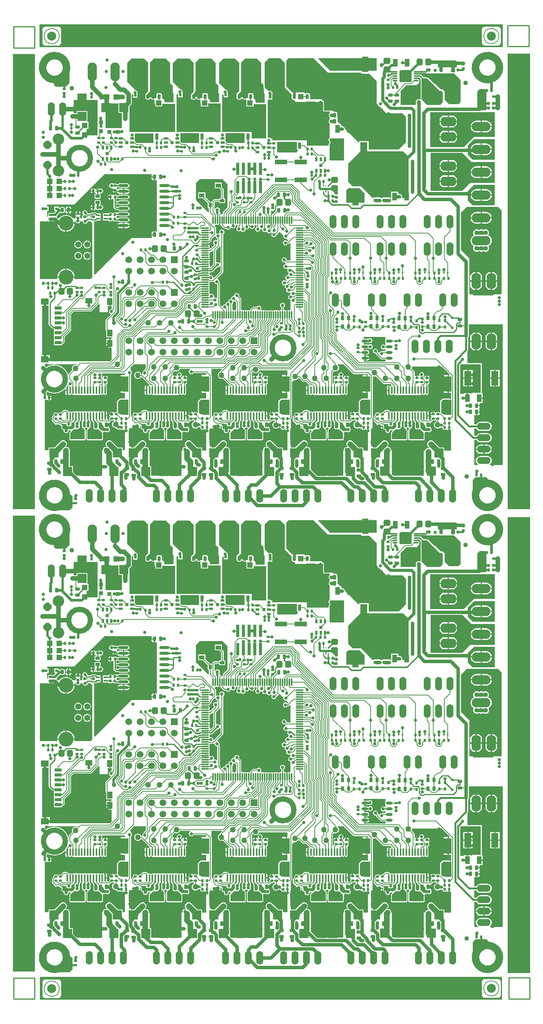
<source format=gtl>
G04 Layer_Physical_Order=1*
G04 Layer_Color=255*
%FSLAX24Y24*%
%MOIN*%
G70*
G01*
G75*
%ADD10C,0.0070*%
G04:AMPARAMS|DCode=11|XSize=78.7mil|YSize=78.7mil|CornerRadius=39.4mil|HoleSize=0mil|Usage=FLASHONLY|Rotation=90.000|XOffset=0mil|YOffset=0mil|HoleType=Round|Shape=RoundedRectangle|*
%AMROUNDEDRECTD11*
21,1,0.0787,0.0000,0,0,90.0*
21,1,0.0000,0.0787,0,0,90.0*
1,1,0.0787,0.0000,0.0000*
1,1,0.0787,0.0000,0.0000*
1,1,0.0787,0.0000,0.0000*
1,1,0.0787,0.0000,0.0000*
%
%ADD11ROUNDEDRECTD11*%
%ADD12C,0.0100*%
%ADD13C,0.0450*%
%ADD14C,0.0650*%
%ADD15R,0.0320X0.0360*%
%ADD16R,0.0360X0.0320*%
%ADD17R,0.2055X0.1220*%
%ADD18O,0.0138X0.0669*%
%ADD19C,0.0500*%
G04:AMPARAMS|DCode=20|XSize=22mil|YSize=24mil|CornerRadius=4.4mil|HoleSize=0mil|Usage=FLASHONLY|Rotation=180.000|XOffset=0mil|YOffset=0mil|HoleType=Round|Shape=RoundedRectangle|*
%AMROUNDEDRECTD20*
21,1,0.0220,0.0152,0,0,180.0*
21,1,0.0132,0.0240,0,0,180.0*
1,1,0.0088,-0.0066,0.0076*
1,1,0.0088,0.0066,0.0076*
1,1,0.0088,0.0066,-0.0076*
1,1,0.0088,-0.0066,-0.0076*
%
%ADD20ROUNDEDRECTD20*%
%ADD21R,0.1299X0.0354*%
%ADD22C,0.0394*%
G04:AMPARAMS|DCode=23|XSize=22mil|YSize=24mil|CornerRadius=4.4mil|HoleSize=0mil|Usage=FLASHONLY|Rotation=270.000|XOffset=0mil|YOffset=0mil|HoleType=Round|Shape=RoundedRectangle|*
%AMROUNDEDRECTD23*
21,1,0.0220,0.0152,0,0,270.0*
21,1,0.0132,0.0240,0,0,270.0*
1,1,0.0088,-0.0076,-0.0066*
1,1,0.0088,-0.0076,0.0066*
1,1,0.0088,0.0076,0.0066*
1,1,0.0088,0.0076,-0.0066*
%
%ADD23ROUNDEDRECTD23*%
G04:AMPARAMS|DCode=24|XSize=29.1mil|YSize=39.4mil|CornerRadius=5.8mil|HoleSize=0mil|Usage=FLASHONLY|Rotation=0.000|XOffset=0mil|YOffset=0mil|HoleType=Round|Shape=RoundedRectangle|*
%AMROUNDEDRECTD24*
21,1,0.0291,0.0277,0,0,0.0*
21,1,0.0175,0.0394,0,0,0.0*
1,1,0.0117,0.0087,-0.0139*
1,1,0.0117,-0.0087,-0.0139*
1,1,0.0117,-0.0087,0.0139*
1,1,0.0117,0.0087,0.0139*
%
%ADD24ROUNDEDRECTD24*%
G04:AMPARAMS|DCode=25|XSize=40mil|YSize=40mil|CornerRadius=20mil|HoleSize=0mil|Usage=FLASHONLY|Rotation=270.000|XOffset=0mil|YOffset=0mil|HoleType=Round|Shape=RoundedRectangle|*
%AMROUNDEDRECTD25*
21,1,0.0400,0.0000,0,0,270.0*
21,1,0.0000,0.0400,0,0,270.0*
1,1,0.0400,0.0000,0.0000*
1,1,0.0400,0.0000,0.0000*
1,1,0.0400,0.0000,0.0000*
1,1,0.0400,0.0000,0.0000*
%
%ADD25ROUNDEDRECTD25*%
%ADD26R,0.0472X0.0354*%
%ADD27R,0.0236X0.0335*%
%ADD28R,0.0335X0.0236*%
%ADD29O,0.0591X0.0236*%
%ADD30O,0.0906X0.0236*%
G04:AMPARAMS|DCode=31|XSize=105mil|YSize=105mil|CornerRadius=26.3mil|HoleSize=0mil|Usage=FLASHONLY|Rotation=0.000|XOffset=0mil|YOffset=0mil|HoleType=Round|Shape=RoundedRectangle|*
%AMROUNDEDRECTD31*
21,1,0.1050,0.0525,0,0,0.0*
21,1,0.0525,0.1050,0,0,0.0*
1,1,0.0525,0.0263,-0.0263*
1,1,0.0525,-0.0263,-0.0263*
1,1,0.0525,-0.0263,0.0263*
1,1,0.0525,0.0263,0.0263*
%
%ADD31ROUNDEDRECTD31*%
%ADD32R,0.0402X0.0118*%
%ADD33R,0.0110X0.0157*%
%ADD34R,0.0551X0.0197*%
%ADD35O,0.0118X0.0709*%
%ADD36O,0.0709X0.0118*%
%ADD37R,0.1102X0.0394*%
G04:AMPARAMS|DCode=38|XSize=29.1mil|YSize=39.4mil|CornerRadius=5.8mil|HoleSize=0mil|Usage=FLASHONLY|Rotation=270.000|XOffset=0mil|YOffset=0mil|HoleType=Round|Shape=RoundedRectangle|*
%AMROUNDEDRECTD38*
21,1,0.0291,0.0277,0,0,270.0*
21,1,0.0175,0.0394,0,0,270.0*
1,1,0.0117,-0.0139,-0.0087*
1,1,0.0117,-0.0139,0.0087*
1,1,0.0117,0.0139,0.0087*
1,1,0.0117,0.0139,-0.0087*
%
%ADD38ROUNDEDRECTD38*%
%ADD39R,0.0354X0.1299*%
%ADD40R,0.1970X0.1700*%
%ADD41R,0.0280X0.0560*%
%ADD42R,0.0480X0.0480*%
%ADD43R,0.0354X0.0157*%
%ADD44R,0.1673X0.0465*%
G04:AMPARAMS|DCode=45|XSize=52mil|YSize=60mil|CornerRadius=13mil|HoleSize=0mil|Usage=FLASHONLY|Rotation=0.000|XOffset=0mil|YOffset=0mil|HoleType=Round|Shape=RoundedRectangle|*
%AMROUNDEDRECTD45*
21,1,0.0520,0.0340,0,0,0.0*
21,1,0.0260,0.0600,0,0,0.0*
1,1,0.0260,0.0130,-0.0170*
1,1,0.0260,-0.0130,-0.0170*
1,1,0.0260,-0.0130,0.0170*
1,1,0.0260,0.0130,0.0170*
%
%ADD45ROUNDEDRECTD45*%
%ADD46R,0.0295X0.1102*%
G04:AMPARAMS|DCode=47|XSize=40mil|YSize=40mil|CornerRadius=20mil|HoleSize=0mil|Usage=FLASHONLY|Rotation=0.000|XOffset=0mil|YOffset=0mil|HoleType=Round|Shape=RoundedRectangle|*
%AMROUNDEDRECTD47*
21,1,0.0400,0.0000,0,0,0.0*
21,1,0.0000,0.0400,0,0,0.0*
1,1,0.0400,0.0000,0.0000*
1,1,0.0400,0.0000,0.0000*
1,1,0.0400,0.0000,0.0000*
1,1,0.0400,0.0000,0.0000*
%
%ADD47ROUNDEDRECTD47*%
%ADD48R,0.0480X0.0480*%
%ADD49R,0.0790X0.0790*%
%ADD50R,0.0790X0.0790*%
%ADD51R,0.0240X0.0240*%
%ADD52R,0.0128X0.0106*%
%ADD53R,0.0200X0.0280*%
%ADD54R,0.0240X0.0240*%
%ADD55R,0.0630X0.1260*%
%ADD56R,0.1260X0.0630*%
G04:AMPARAMS|DCode=57|XSize=52mil|YSize=60mil|CornerRadius=13mil|HoleSize=0mil|Usage=FLASHONLY|Rotation=90.000|XOffset=0mil|YOffset=0mil|HoleType=Round|Shape=RoundedRectangle|*
%AMROUNDEDRECTD57*
21,1,0.0520,0.0340,0,0,90.0*
21,1,0.0260,0.0600,0,0,90.0*
1,1,0.0260,0.0170,0.0130*
1,1,0.0260,0.0170,-0.0130*
1,1,0.0260,-0.0170,-0.0130*
1,1,0.0260,-0.0170,0.0130*
%
%ADD57ROUNDEDRECTD57*%
%ADD58R,0.0433X0.0669*%
%ADD59R,0.0551X0.1339*%
%ADD60C,0.0600*%
%ADD61R,0.0118X0.0157*%
%ADD62R,0.0453X0.0591*%
%ADD63R,0.0591X0.0315*%
%ADD64R,0.0669X0.0551*%
%ADD65R,0.0591X0.0453*%
%ADD66R,0.0250X0.0250*%
%ADD67R,0.0250X0.0250*%
%ADD68C,0.0080*%
%ADD69C,0.0390*%
%ADD70C,0.0200*%
%ADD71C,0.0240*%
%ADD72C,0.0140*%
%ADD73C,0.0160*%
%ADD74C,0.0290*%
%ADD75C,0.0400*%
%ADD76C,0.0320*%
%ADD77C,0.0120*%
%ADD78C,0.0250*%
%ADD79C,0.0300*%
%ADD80C,0.0500*%
%ADD81C,0.0220*%
%ADD82C,0.0150*%
%ADD83C,0.0180*%
%ADD84R,0.0591X0.0591*%
%ADD85C,0.0591*%
%ADD86O,0.1200X0.0600*%
%ADD87O,0.1650X0.0825*%
%ADD88P,0.0758X8X292.5*%
%ADD89C,0.1000*%
%ADD90O,0.0600X0.1200*%
%ADD91C,0.0540*%
%ADD92C,0.1305*%
%ADD93O,0.0825X0.1650*%
G04:AMPARAMS|DCode=94|XSize=133mil|YSize=83mil|CornerRadius=0mil|HoleSize=0mil|Usage=FLASHONLY|Rotation=270.000|XOffset=0mil|YOffset=0mil|HoleType=Round|Shape=Octagon|*
%AMOCTAGOND94*
4,1,8,-0.0208,-0.0665,0.0208,-0.0665,0.0415,-0.0458,0.0415,0.0458,0.0208,0.0665,-0.0208,0.0665,-0.0415,0.0458,-0.0415,-0.0458,-0.0208,-0.0665,0.0*
%
%ADD94OCTAGOND94*%

G04:AMPARAMS|DCode=95|XSize=133mil|YSize=83mil|CornerRadius=0mil|HoleSize=0mil|Usage=FLASHONLY|Rotation=180.000|XOffset=0mil|YOffset=0mil|HoleType=Round|Shape=Octagon|*
%AMOCTAGOND95*
4,1,8,-0.0665,0.0208,-0.0665,-0.0208,-0.0458,-0.0415,0.0458,-0.0415,0.0665,-0.0208,0.0665,0.0208,0.0458,0.0415,-0.0458,0.0415,-0.0665,0.0208,0.0*
%
%ADD95OCTAGOND95*%

%ADD96C,0.0290*%
%ADD97C,0.0300*%
%ADD98C,0.0400*%
%ADD99C,0.0380*%
%ADD100C,0.0340*%
%ADD101C,0.0500*%
G36*
X2350Y2817D02*
X2350Y2817D01*
X411D01*
Y42800D01*
X2350D01*
X2350Y2817D01*
D02*
G37*
G36*
X2349Y43340D02*
X2349Y43340D01*
X411D01*
Y83250D01*
X2349D01*
X2349Y43340D01*
D02*
G37*
G36*
X43350Y2354D02*
Y356D01*
X2758Y356D01*
Y2354D01*
X43350Y2354D01*
D02*
G37*
G36*
X45789Y2700D02*
X45789Y2700D01*
X43850D01*
X43850Y42650D01*
X45789D01*
X45789Y2700D01*
D02*
G37*
G36*
X43400Y83846D02*
X2735D01*
Y85844D01*
X43400D01*
Y83846D01*
D02*
G37*
G36*
X45789Y43350D02*
X45789Y43350D01*
X43850D01*
X43850Y83300D01*
X45789D01*
X45789Y43350D01*
D02*
G37*
%LPC*%
G36*
X4402Y2135D02*
Y2133D01*
X3220D01*
Y2135D01*
X3131Y2117D01*
X3056Y2066D01*
X3005Y1991D01*
X2987Y1902D01*
X2989D01*
Y720D01*
X2987D01*
X3005Y631D01*
X3056Y556D01*
X3131Y505D01*
X3220Y487D01*
Y489D01*
X4402D01*
Y487D01*
X4491Y505D01*
X4566Y556D01*
X4617Y631D01*
X4635Y720D01*
X4633D01*
Y1902D01*
X4635D01*
X4617Y1991D01*
X4566Y2066D01*
X4491Y2117D01*
X4402Y2135D01*
D02*
G37*
G36*
X42990Y85643D02*
Y85641D01*
X41809D01*
Y85643D01*
X41720Y85625D01*
X41644Y85575D01*
X41594Y85499D01*
X41576Y85410D01*
X41577D01*
Y84229D01*
X41576D01*
X41594Y84139D01*
X41644Y84064D01*
X41720Y84013D01*
X41809Y83995D01*
Y83997D01*
X42990D01*
Y83995D01*
X43079Y84013D01*
X43155Y84064D01*
X43206Y84139D01*
X43223Y84229D01*
X43222D01*
Y85410D01*
X43223D01*
X43206Y85499D01*
X43155Y85575D01*
X43079Y85625D01*
X42990Y85643D01*
D02*
G37*
G36*
X4402D02*
Y85641D01*
X3220D01*
Y85643D01*
X3131Y85625D01*
X3056Y85575D01*
X3005Y85499D01*
X2987Y85410D01*
X2989D01*
Y84229D01*
X2987D01*
X3005Y84139D01*
X3056Y84064D01*
X3131Y84013D01*
X3220Y83995D01*
Y83997D01*
X4402D01*
Y83995D01*
X4491Y84013D01*
X4566Y84064D01*
X4617Y84139D01*
X4635Y84229D01*
X4633D01*
Y85410D01*
X4635D01*
X4617Y85499D01*
X4566Y85575D01*
X4491Y85625D01*
X4402Y85643D01*
D02*
G37*
G36*
X42990Y2164D02*
Y2163D01*
X41809D01*
Y2164D01*
X41720Y2147D01*
X41644Y2096D01*
X41594Y2020D01*
X41576Y1931D01*
X41577D01*
Y750D01*
X41576D01*
X41594Y661D01*
X41644Y585D01*
X41720Y535D01*
X41809Y517D01*
Y518D01*
X42990D01*
Y517D01*
X43079Y535D01*
X43155Y585D01*
X43206Y661D01*
X43223Y750D01*
X43222D01*
Y1931D01*
X43223D01*
X43206Y2020D01*
X43155Y2096D01*
X43079Y2147D01*
X42990Y2164D01*
D02*
G37*
%LPD*%
G36*
X17451Y11151D02*
X16921D01*
X16841Y11231D01*
X16731Y11341D01*
Y12271D01*
X16911Y12451D01*
X17451D01*
Y11151D01*
D02*
G37*
G36*
X24511D02*
X23981D01*
X23901Y11231D01*
X23791Y11341D01*
Y12271D01*
X23971Y12451D01*
X24511D01*
Y11151D01*
D02*
G37*
G36*
X10351D02*
X9821D01*
X9741Y11231D01*
X9683Y11289D01*
X9683Y11292D01*
X9651Y11340D01*
X9631Y11353D01*
Y12271D01*
X9811Y12451D01*
X10351D01*
Y11151D01*
D02*
G37*
G36*
X12961Y10629D02*
X12957Y10610D01*
Y10607D01*
X12946Y10596D01*
X12925Y10592D01*
X12844Y10538D01*
X12790Y10457D01*
X12771Y10361D01*
X12790Y10265D01*
X12795Y10258D01*
X12766Y10066D01*
X12591Y9891D01*
X12482Y9839D01*
X12470Y9844D01*
X12457Y9851D01*
X12452Y9851D01*
X12447Y9853D01*
X12434D01*
X12377Y9865D01*
X12355Y9879D01*
X12319Y9894D01*
X12279D01*
X12264Y9888D01*
X12242Y9879D01*
X12242Y9879D01*
X12199Y9850D01*
X12171Y9822D01*
X12155Y9785D01*
Y9785D01*
Y9745D01*
X12156Y9741D01*
X12148Y9697D01*
X12137Y9681D01*
X11945D01*
X11935Y9697D01*
X11926Y9741D01*
X11930Y9762D01*
Y9767D01*
X11931Y9772D01*
X11930Y9787D01*
Y9802D01*
X11928Y9806D01*
X11927Y9811D01*
X11920Y9824D01*
X11915Y9838D01*
X11911Y9842D01*
X11909Y9846D01*
X11868Y9896D01*
X11864Y9900D01*
X11861Y9904D01*
X11848Y9912D01*
X11837Y9922D01*
X11832Y9923D01*
X11828Y9926D01*
X11813Y9929D01*
X11799Y9933D01*
X11794Y9933D01*
X11789Y9934D01*
X11771D01*
X11751Y9938D01*
X11742Y9943D01*
X11737Y9952D01*
X11733Y9972D01*
Y10133D01*
X11731Y10140D01*
X11731Y10148D01*
X11727Y10160D01*
X11725Y10172D01*
X11720Y10178D01*
X11718Y10186D01*
X11709Y10195D01*
X11703Y10205D01*
X11701Y10206D01*
Y10311D01*
X11702Y10312D01*
X12074D01*
Y10285D01*
X12085Y10229D01*
X12117Y10181D01*
X12165Y10149D01*
X12221Y10138D01*
X12353D01*
X12409Y10149D01*
X12457Y10181D01*
X12489Y10229D01*
X12500Y10285D01*
Y10375D01*
X12573Y10448D01*
X12581D01*
X12634Y10459D01*
X12678Y10489D01*
X12741Y10551D01*
X12750Y10557D01*
X12780Y10602D01*
X12790Y10655D01*
Y10665D01*
X12812Y10697D01*
X12813Y10703D01*
X12841Y10731D01*
X12961D01*
Y10629D01*
D02*
G37*
G36*
X43408Y6721D02*
X42270D01*
X42255Y6771D01*
X42326Y6826D01*
X42390Y6909D01*
X42431Y7007D01*
X42444Y7111D01*
X42431Y7215D01*
X42390Y7313D01*
X42326Y7396D01*
X42243Y7460D01*
X42145Y7501D01*
X42041Y7514D01*
X41441D01*
X41337Y7501D01*
X41239Y7460D01*
X41156Y7396D01*
X41092Y7313D01*
X41051Y7215D01*
X41038Y7111D01*
X41051Y7007D01*
X41092Y6909D01*
X41156Y6826D01*
X41227Y6771D01*
X41212Y6721D01*
X40911D01*
Y8928D01*
X41084D01*
X41092Y8909D01*
X41156Y8826D01*
X41239Y8762D01*
X41337Y8721D01*
X41441Y8708D01*
X42041D01*
X42145Y8721D01*
X42243Y8762D01*
X42326Y8826D01*
X42390Y8909D01*
X42431Y9007D01*
X42444Y9111D01*
X42431Y9215D01*
X42390Y9313D01*
X42326Y9396D01*
X42243Y9460D01*
X42145Y9501D01*
X42041Y9514D01*
X41441D01*
X41337Y9501D01*
X41239Y9460D01*
X41156Y9396D01*
X41092Y9313D01*
X41084Y9295D01*
X40911D01*
Y9927D01*
X41084D01*
X41092Y9909D01*
X41156Y9826D01*
X41239Y9762D01*
X41337Y9721D01*
X41441Y9708D01*
X42041D01*
X42145Y9721D01*
X42243Y9762D01*
X42326Y9826D01*
X42390Y9909D01*
X42431Y10007D01*
X42444Y10111D01*
X42431Y10215D01*
X42390Y10313D01*
X42326Y10396D01*
X42243Y10460D01*
X42145Y10501D01*
X42041Y10514D01*
X41441D01*
X41337Y10501D01*
X41239Y10460D01*
X41156Y10396D01*
X41092Y10313D01*
X41084Y10295D01*
X40911D01*
Y11072D01*
X40961Y11099D01*
X40970Y11093D01*
X41031Y11081D01*
X41069D01*
Y11381D01*
X41119D01*
Y11431D01*
X41368D01*
Y11520D01*
X41355Y11581D01*
X41320Y11634D01*
Y11668D01*
X41355Y11721D01*
X41368Y11782D01*
Y11871D01*
X41119D01*
Y11971D01*
X41368D01*
Y12060D01*
X41360Y12096D01*
X41394Y12146D01*
X41649D01*
Y12531D01*
X41333D01*
Y12631D01*
X41649D01*
Y13016D01*
X41561D01*
Y15661D01*
X40311D01*
Y16684D01*
X40346Y16736D01*
X40360Y16806D01*
Y17866D01*
X40412Y17943D01*
X40431Y18041D01*
Y18961D01*
Y19061D01*
X43408D01*
Y6721D01*
D02*
G37*
G36*
X31261Y30551D02*
Y29711D01*
X29661D01*
Y30211D01*
X29661Y30781D01*
X29851Y30971D01*
X30841Y30971D01*
X31261Y30551D01*
D02*
G37*
G36*
X19231Y31341D02*
Y29741D01*
Y29291D01*
X18811Y28871D01*
X18526D01*
Y28917D01*
X18524Y28927D01*
Y28963D01*
X18554Y29007D01*
X18570Y29091D01*
X18554Y29175D01*
X18506Y29246D01*
X18435Y29294D01*
X18351Y29310D01*
X18267Y29294D01*
X18196Y29246D01*
X18148Y29175D01*
X18143Y29148D01*
X18093Y29153D01*
Y29755D01*
X18125Y29787D01*
X18507D01*
X18512Y29761D01*
X18540Y29719D01*
X18582Y29691D01*
X18632Y29681D01*
X18910D01*
X18960Y29691D01*
X19002Y29719D01*
X19030Y29761D01*
X19040Y29811D01*
Y29986D01*
X19030Y30036D01*
X19002Y30079D01*
X18960Y30107D01*
X18910Y30117D01*
X18898D01*
Y30888D01*
X18889Y30931D01*
X18865Y30967D01*
X18865Y30967D01*
X18746Y31086D01*
Y31481D01*
X18133D01*
Y30987D01*
X18528D01*
X18673Y30841D01*
Y30117D01*
X18632D01*
X18582Y30107D01*
X18540Y30079D01*
X18512Y30036D01*
X18507Y30011D01*
X18079D01*
X18079Y30011D01*
X18036Y30002D01*
X17999Y29978D01*
X17999Y29978D01*
X17902Y29880D01*
X17877Y29844D01*
X17872Y29815D01*
X17868Y29801D01*
X17819Y29779D01*
X17811Y29780D01*
X17729D01*
X17289Y30220D01*
Y30615D01*
X16676D01*
Y30121D01*
X17071D01*
X17511Y29681D01*
X17505Y29650D01*
Y29372D01*
X17515Y29322D01*
X17543Y29280D01*
X17586Y29252D01*
X17611Y29247D01*
Y28871D01*
X17531D01*
X17006Y29396D01*
X17006Y29396D01*
X17006Y29396D01*
X16861Y29541D01*
X16461Y29941D01*
Y31451D01*
X16811Y31801D01*
X18771D01*
X19231Y31341D01*
D02*
G37*
G36*
X38711Y11151D02*
X38181D01*
X38101Y11231D01*
X37991Y11341D01*
Y12271D01*
X38171Y12451D01*
X38711D01*
Y11151D01*
D02*
G37*
G36*
X35141Y33731D02*
Y30471D01*
X34781Y30111D01*
X34594D01*
X34565Y30161D01*
X34581Y30241D01*
X34562Y30337D01*
X34508Y30418D01*
X34427Y30472D01*
X34331Y30491D01*
X34236D01*
Y30676D01*
X33603D01*
Y30167D01*
X33559Y30144D01*
X33547Y30152D01*
X33451Y30171D01*
X33186D01*
X33180Y30172D01*
X33046D01*
X33041Y30173D01*
X33036Y30172D01*
X32902D01*
X32841Y30160D01*
X32788Y30125D01*
X32780Y30113D01*
X32707Y30162D01*
X32611Y30181D01*
X32269D01*
X32225Y30172D01*
X32122D01*
X32061Y30160D01*
X32008Y30125D01*
X31998Y30124D01*
X30981Y31141D01*
X30241Y31141D01*
X29821Y31561D01*
Y33141D01*
X30891Y34211D01*
X34661D01*
X35141Y33731D01*
D02*
G37*
G36*
X31581Y11151D02*
X31051D01*
X30971Y11231D01*
X30861Y11341D01*
Y12271D01*
X31041Y12451D01*
X31581D01*
Y11151D01*
D02*
G37*
G36*
X29378Y10301D02*
X29510Y10169D01*
Y10112D01*
X29522Y10051D01*
X29557Y9998D01*
X29610Y9963D01*
X29672Y9951D01*
X29728D01*
X29728Y9951D01*
X29850D01*
X29899Y9949D01*
X29907Y9931D01*
X29908Y9927D01*
Y9851D01*
X29948Y9811D01*
X29901Y9711D01*
X29892Y9705D01*
X29848Y9696D01*
X29804Y9705D01*
X29762Y9732D01*
X29762Y9732D01*
X29726Y9748D01*
X29686D01*
X29649Y9732D01*
X29649Y9732D01*
X29622Y9715D01*
X29578Y9706D01*
X29528Y9716D01*
X29511D01*
X29495Y9717D01*
X29492Y9716D01*
X29488D01*
X29473Y9710D01*
X29457Y9704D01*
X29419Y9682D01*
X29409Y9674D01*
X29403Y9670D01*
X29245Y9828D01*
X29245Y9828D01*
X29245Y9828D01*
X29140Y9933D01*
X29107Y9955D01*
X29088Y9959D01*
X29088Y10391D01*
X29378D01*
Y10301D01*
D02*
G37*
G36*
X36467D02*
X36599Y10169D01*
Y10112D01*
X36611Y10051D01*
X36646Y9998D01*
X36698Y9963D01*
X36760Y9951D01*
X36817D01*
X36817Y9951D01*
X36938D01*
X36988Y9949D01*
X36995Y9931D01*
X36997Y9927D01*
Y9851D01*
X37037Y9811D01*
X36990Y9711D01*
X36981Y9705D01*
X36937Y9696D01*
X36893Y9705D01*
X36851Y9732D01*
X36851Y9732D01*
X36814Y9748D01*
X36774D01*
X36738Y9732D01*
X36738Y9732D01*
X36711Y9715D01*
X36667Y9706D01*
X36616Y9716D01*
X36600D01*
X36584Y9717D01*
X36580Y9716D01*
X36576D01*
X36561Y9710D01*
X36546Y9704D01*
X36507Y9682D01*
X36497Y9674D01*
X36492Y9670D01*
X36334Y9828D01*
X36334Y9828D01*
X36334Y9828D01*
X36229Y9933D01*
X36196Y9955D01*
X36177Y9959D01*
X36177Y10391D01*
X36467D01*
Y10301D01*
D02*
G37*
G36*
X22282D02*
X22424Y10159D01*
Y10122D01*
X22436Y10061D01*
X22471Y10008D01*
X22524Y9973D01*
X22585Y9961D01*
X22622D01*
X22632Y9951D01*
X22807D01*
X22812Y9938D01*
Y9851D01*
X22852Y9811D01*
X22802Y9704D01*
X22762Y9696D01*
X22718Y9705D01*
X22676Y9732D01*
X22676Y9732D01*
X22640Y9748D01*
X22600D01*
X22563Y9732D01*
X22563Y9732D01*
X22536Y9715D01*
X22492Y9706D01*
X22442Y9716D01*
X22425D01*
X22409Y9717D01*
X22406Y9716D01*
X22402D01*
X22387Y9710D01*
X22371Y9704D01*
X22333Y9682D01*
X22323Y9674D01*
X22317Y9670D01*
X22053Y9933D01*
X22020Y9955D01*
X21992Y9961D01*
X21992Y10391D01*
X22282D01*
Y10301D01*
D02*
G37*
G36*
X8222D02*
X8364Y10159D01*
Y10112D01*
X8377Y10051D01*
X8412Y9998D01*
X8464Y9963D01*
X8526Y9951D01*
X8572D01*
X8572Y9951D01*
X8752D01*
Y9851D01*
X8792Y9811D01*
X8742Y9704D01*
X8702Y9696D01*
X8658Y9705D01*
X8617Y9732D01*
X8617Y9732D01*
X8580Y9748D01*
X8540D01*
X8503Y9732D01*
X8503Y9732D01*
X8477Y9715D01*
X8432Y9706D01*
X8382Y9716D01*
X8366D01*
X8349Y9717D01*
X8346Y9716D01*
X8342D01*
X8327Y9710D01*
X8312Y9704D01*
X8273Y9682D01*
X8263Y9674D01*
X8257Y9670D01*
X8100Y9828D01*
X8100Y9828D01*
X8099Y9828D01*
X7995Y9933D01*
X7961Y9955D01*
X7932Y9961D01*
X7932Y10391D01*
X8222D01*
Y10301D01*
D02*
G37*
G36*
X15191D02*
X15333Y10159D01*
Y10112D01*
X15345Y10051D01*
X15380Y9998D01*
X15433Y9963D01*
X15494Y9951D01*
X15541D01*
X15541Y9951D01*
X15721D01*
Y9851D01*
X15761Y9811D01*
X15711Y9704D01*
X15671Y9696D01*
X15627Y9705D01*
X15585Y9732D01*
X15585Y9732D01*
X15548Y9748D01*
X15509D01*
X15472Y9732D01*
X15472Y9732D01*
X15445Y9715D01*
X15401Y9706D01*
X15351Y9716D01*
X15334D01*
X15318Y9717D01*
X15314Y9716D01*
X15311D01*
X15296Y9710D01*
X15280Y9704D01*
X15241Y9682D01*
X15231Y9674D01*
X15226Y9670D01*
X15068Y9828D01*
X15068Y9828D01*
X15068Y9828D01*
X14963Y9933D01*
X14930Y9955D01*
X14901Y9961D01*
X14901Y10391D01*
X15191D01*
Y10301D01*
D02*
G37*
G36*
X40651Y33301D02*
X42701Y33301D01*
Y31496D01*
X42666Y31461D01*
X40521Y31461D01*
X39821Y30761D01*
X37061D01*
Y34071D01*
X39881D01*
X40651Y33301D01*
D02*
G37*
G36*
X34237Y10672D02*
X34235Y10669D01*
X34223Y10610D01*
Y10598D01*
X34191Y10592D01*
X34110Y10538D01*
X34056Y10457D01*
X34037Y10361D01*
X34056Y10265D01*
X34069Y10246D01*
X34061Y10195D01*
X34056Y10187D01*
X34037Y10091D01*
X34042Y10067D01*
X34042Y10066D01*
X33867Y9891D01*
X33761Y9841D01*
X33749Y9846D01*
X33735Y9853D01*
X33730Y9854D01*
X33726Y9856D01*
X33711D01*
X33696Y9857D01*
X33691Y9856D01*
X33688D01*
X33643Y9865D01*
X33628Y9874D01*
X33628Y9874D01*
X33591Y9889D01*
X33552D01*
X33515Y9874D01*
X33515Y9874D01*
X33470Y9844D01*
X33470Y9844D01*
X33442Y9816D01*
D01*
X33442Y9816D01*
X33433Y9794D01*
X33427Y9779D01*
Y9779D01*
Y9743D01*
X33418Y9697D01*
X33407Y9681D01*
X33215D01*
X33205Y9697D01*
X33196Y9741D01*
X33200Y9762D01*
Y9767D01*
X33201Y9772D01*
X33200Y9787D01*
Y9802D01*
X33198Y9806D01*
X33197Y9811D01*
X33190Y9824D01*
X33185Y9838D01*
X33181Y9842D01*
X33179Y9846D01*
X33138Y9896D01*
X33134Y9900D01*
X33131Y9904D01*
X33119Y9912D01*
X33107Y9922D01*
X33102Y9923D01*
X33098Y9926D01*
X33083Y9929D01*
X33069Y9933D01*
X33064Y9933D01*
X33059Y9934D01*
X33037D01*
X33017Y9938D01*
X33008Y9943D01*
X33002Y9952D01*
X32998Y9972D01*
Y10192D01*
X32991Y10231D01*
X32977Y10252D01*
Y10311D01*
X32977Y10312D01*
X33340D01*
Y10255D01*
X33351Y10199D01*
X33383Y10151D01*
X33431Y10119D01*
X33487Y10108D01*
X33619D01*
X33675Y10119D01*
X33723Y10151D01*
X33754Y10199D01*
X33766Y10255D01*
Y10375D01*
X33839Y10448D01*
X33847D01*
X33899Y10459D01*
X33944Y10489D01*
X34007Y10551D01*
X34016Y10557D01*
X34045Y10602D01*
X34056Y10655D01*
Y10665D01*
X34066Y10680D01*
X34117Y10731D01*
X34237D01*
Y10672D01*
D02*
G37*
G36*
X27138Y10629D02*
X27134Y10610D01*
Y10607D01*
X27123Y10596D01*
X27103Y10592D01*
X27022Y10538D01*
X26967Y10457D01*
X26948Y10361D01*
X26967Y10265D01*
X26973Y10258D01*
X26943Y10066D01*
X26768Y9891D01*
X26667Y9843D01*
X26660Y9846D01*
X26647Y9853D01*
X26642Y9854D01*
X26637Y9856D01*
X26622D01*
X26607Y9857D01*
X26602Y9856D01*
X26599D01*
X26554Y9865D01*
X26534Y9878D01*
X26534Y9878D01*
X26498Y9893D01*
X26458D01*
X26421Y9878D01*
X26377Y9848D01*
X26349Y9820D01*
X26334Y9783D01*
Y9744D01*
X26336Y9731D01*
X26328Y9687D01*
X26324Y9681D01*
X26118D01*
X26115Y9687D01*
X26106Y9731D01*
X26112Y9762D01*
Y9765D01*
X26113Y9768D01*
X26112Y9785D01*
Y9802D01*
X26111Y9804D01*
X26111Y9807D01*
X26103Y9823D01*
X26097Y9838D01*
X26095Y9840D01*
X26093Y9843D01*
X26056Y9893D01*
X26050Y9898D01*
X26046Y9904D01*
X26035Y9911D01*
X26026Y9920D01*
X26019Y9922D01*
X26013Y9926D01*
X26000Y9928D01*
X25988Y9933D01*
X25981Y9932D01*
X25974Y9934D01*
X25949D01*
X25928Y9938D01*
X25920Y9943D01*
X25914Y9952D01*
X25910Y9972D01*
Y10133D01*
X25908Y10140D01*
X25909Y10147D01*
X25904Y10159D01*
X25902Y10172D01*
X25898Y10178D01*
X25896Y10185D01*
X25887Y10194D01*
X25880Y10205D01*
X25878Y10206D01*
Y10311D01*
X25879Y10312D01*
X26251D01*
Y10255D01*
X26263Y10199D01*
X26294Y10151D01*
X26342Y10119D01*
X26398Y10108D01*
X26530D01*
X26586Y10119D01*
X26634Y10151D01*
X26666Y10199D01*
X26677Y10255D01*
Y10375D01*
X26750Y10448D01*
X26758D01*
X26811Y10459D01*
X26856Y10489D01*
X26918Y10551D01*
X26927Y10557D01*
X26957Y10602D01*
X26967Y10655D01*
Y10665D01*
X26989Y10697D01*
X26990Y10703D01*
X27018Y10731D01*
X27138D01*
Y10629D01*
D02*
G37*
G36*
X6002Y10672D02*
X6000Y10669D01*
X5989Y10610D01*
Y10598D01*
X5957Y10592D01*
X5876Y10538D01*
X5822Y10457D01*
X5803Y10361D01*
X5822Y10265D01*
X5835Y10246D01*
X5827Y10195D01*
X5822Y10187D01*
X5803Y10091D01*
X5808Y10067D01*
X5807Y10066D01*
X5632Y9891D01*
X5527Y9841D01*
X5514Y9846D01*
X5501Y9853D01*
X5496Y9854D01*
X5491Y9856D01*
X5476D01*
X5461Y9857D01*
X5457Y9856D01*
X5453D01*
X5408Y9865D01*
X5379Y9884D01*
X5379Y9884D01*
X5342Y9899D01*
X5302D01*
X5266Y9884D01*
X5266Y9884D01*
X5225Y9857D01*
X5197Y9829D01*
X5182Y9792D01*
Y9792D01*
Y9753D01*
X5186Y9731D01*
X5178Y9687D01*
X5174Y9681D01*
X4968D01*
X4965Y9687D01*
X4956Y9731D01*
X4962Y9762D01*
Y9765D01*
X4963Y9768D01*
X4962Y9785D01*
Y9802D01*
X4961Y9804D01*
X4961Y9807D01*
X4953Y9823D01*
X4947Y9838D01*
X4945Y9840D01*
X4943Y9843D01*
X4906Y9893D01*
X4900Y9898D01*
X4896Y9904D01*
X4885Y9911D01*
X4876Y9920D01*
X4869Y9922D01*
X4863Y9926D01*
X4850Y9928D01*
X4838Y9933D01*
X4831Y9932D01*
X4824Y9934D01*
X4803D01*
X4782Y9938D01*
X4774Y9943D01*
X4768Y9952D01*
X4764Y9972D01*
Y10133D01*
X4763Y10140D01*
X4763Y10147D01*
X4759Y10159D01*
X4756Y10172D01*
X4752Y10178D01*
X4750Y10185D01*
X4742Y10193D01*
Y10311D01*
X4743Y10312D01*
X5106D01*
Y10255D01*
X5117Y10199D01*
X5149Y10151D01*
X5196Y10119D01*
X5252Y10108D01*
X5384D01*
X5441Y10119D01*
X5488Y10151D01*
X5520Y10199D01*
X5531Y10255D01*
Y10375D01*
X5605Y10448D01*
X5612D01*
X5665Y10459D01*
X5710Y10489D01*
X5773Y10551D01*
X5781Y10557D01*
X5811Y10602D01*
X5822Y10655D01*
Y10665D01*
X5831Y10680D01*
X5882Y10731D01*
X6002D01*
Y10672D01*
D02*
G37*
G36*
X20062D02*
X20060Y10669D01*
X20049Y10610D01*
Y10598D01*
X20017Y10592D01*
X19936Y10538D01*
X19881Y10457D01*
X19862Y10361D01*
X19881Y10265D01*
X19895Y10246D01*
X19887Y10195D01*
X19881Y10187D01*
X19862Y10091D01*
X19867Y10067D01*
X19867Y10066D01*
X19751Y9950D01*
X19726Y9933D01*
X19677Y9884D01*
X19577Y9836D01*
X19575Y9838D01*
X19561Y9844D01*
X19548Y9851D01*
X19543Y9851D01*
X19539Y9853D01*
X19526D01*
X19468Y9865D01*
X19439Y9884D01*
X19402Y9899D01*
X19363D01*
X19326Y9884D01*
D01*
X19326Y9884D01*
X19285Y9857D01*
X19271Y9843D01*
X19257Y9829D01*
X19257Y9829D01*
D01*
X19255Y9822D01*
X19242Y9792D01*
Y9792D01*
Y9752D01*
Y9752D01*
X19242Y9752D01*
X19246Y9731D01*
X19238Y9687D01*
X19234Y9681D01*
X19028D01*
X19025Y9687D01*
X19016Y9731D01*
X19020Y9752D01*
Y9757D01*
X19021Y9762D01*
X19020Y9777D01*
Y9792D01*
X19018Y9796D01*
X19017Y9801D01*
X19010Y9814D01*
X19005Y9828D01*
X19001Y9832D01*
X18999Y9836D01*
X18958Y9886D01*
X18954Y9890D01*
X18951Y9894D01*
X18938Y9902D01*
X18927Y9912D01*
X18922Y9913D01*
X18918Y9916D01*
X18903Y9919D01*
X18889Y9923D01*
X18884Y9923D01*
X18879Y9924D01*
X18861D01*
X18841Y9928D01*
X18832Y9933D01*
X18827Y9942D01*
X18823Y9962D01*
Y10123D01*
X18821Y10130D01*
X18821Y10138D01*
X18817Y10150D01*
X18815Y10162D01*
X18810Y10168D01*
X18808Y10176D01*
X18802Y10182D01*
Y10311D01*
X18803Y10312D01*
X19165D01*
Y10255D01*
X19177Y10199D01*
X19208Y10151D01*
X19256Y10119D01*
X19312Y10108D01*
X19444D01*
X19500Y10119D01*
X19548Y10151D01*
X19580Y10199D01*
X19591Y10255D01*
Y10375D01*
X19664Y10448D01*
X19672D01*
X19725Y10459D01*
X19770Y10489D01*
X19832Y10551D01*
X19841Y10557D01*
X19871Y10602D01*
X19881Y10655D01*
Y10665D01*
X19891Y10680D01*
X19942Y10731D01*
X20062D01*
Y10672D01*
D02*
G37*
G36*
X18103Y22745D02*
X18109Y22717D01*
X18156Y22646D01*
X18227Y22599D01*
X18311Y22582D01*
X18344Y22555D01*
Y21397D01*
X18264Y21358D01*
X18225Y21384D01*
X18141Y21400D01*
X18123Y21397D01*
X18121Y21397D01*
X18061Y21466D01*
X18070Y21511D01*
X18054Y21595D01*
X18006Y21666D01*
X17935Y21714D01*
X17851Y21730D01*
X17767Y21714D01*
X17753Y21704D01*
X17681Y21752D01*
X17684Y21768D01*
X17674Y21819D01*
X17646Y21861D01*
Y21872D01*
X17674Y21915D01*
X17684Y21965D01*
X17674Y22015D01*
X17649Y22064D01*
X17674Y22112D01*
X17684Y22162D01*
X17674Y22212D01*
X17646Y22255D01*
Y22266D01*
X17674Y22308D01*
X17684Y22359D01*
X17674Y22409D01*
X17646Y22452D01*
Y22463D01*
X17674Y22505D01*
X17684Y22556D01*
X17674Y22606D01*
X17646Y22649D01*
Y22659D01*
X17674Y22702D01*
X17684Y22753D01*
X17702Y22774D01*
X17976D01*
X17976Y22774D01*
X18014Y22781D01*
X18020Y22782D01*
X18103Y22745D01*
D02*
G37*
G36*
X43311Y29041D02*
X43311Y21671D01*
X42591D01*
X42491Y21571D01*
X40871D01*
X40771Y21671D01*
X40461D01*
Y24811D01*
Y24861D01*
X40261Y25061D01*
X39731Y25591D01*
Y28841D01*
X40231Y29341D01*
X43011D01*
X43311Y29041D01*
D02*
G37*
G36*
X18639Y24151D02*
Y23707D01*
X18067Y23135D01*
X18056Y23136D01*
X17985Y23167D01*
X17974Y23225D01*
X17926Y23296D01*
X17855Y23344D01*
X17771Y23360D01*
X17714Y23349D01*
X17703Y23405D01*
X17667Y23458D01*
X17664Y23474D01*
X17674Y23490D01*
X17684Y23540D01*
X17753Y23604D01*
X17827D01*
X17878Y23614D01*
X17921Y23643D01*
X18345Y24067D01*
X18371Y24062D01*
X18455Y24079D01*
X18526Y24126D01*
X18559Y24175D01*
X18639Y24151D01*
D02*
G37*
G36*
X38747Y14650D02*
X38728Y14604D01*
X38671D01*
Y14485D01*
X38751D01*
Y13185D01*
X38671D01*
Y13065D01*
X38827D01*
X38862Y13030D01*
Y12527D01*
X38778D01*
X38750Y12545D01*
X38711Y12553D01*
X38171D01*
X38132Y12545D01*
X38099Y12523D01*
X37919Y12343D01*
X37897Y12310D01*
X37889Y12271D01*
Y11357D01*
X37853Y11334D01*
X37840Y11331D01*
X37822Y11343D01*
X37777Y11352D01*
X37625D01*
X37581Y11343D01*
X37543Y11318D01*
X37489Y11328D01*
X37481Y11340D01*
X37433Y11372D01*
X37377Y11383D01*
X37351D01*
Y11170D01*
X37301D01*
Y11120D01*
X37078D01*
Y11104D01*
X37089Y11048D01*
X37121Y11000D01*
X37133Y10993D01*
X37143Y10939D01*
X37118Y10901D01*
X37109Y10857D01*
Y10757D01*
X37038Y10687D01*
X36941D01*
X36900Y10737D01*
X36905Y10763D01*
Y10979D01*
X36733D01*
Y11029D01*
X36683D01*
Y11457D01*
X36667Y11454D01*
X36611Y11416D01*
X36549Y11414D01*
X36531Y11426D01*
X36477Y11436D01*
X36423Y11426D01*
X36380Y11397D01*
X36366Y11391D01*
X36333D01*
X36318Y11397D01*
X36276Y11426D01*
X36257Y11429D01*
D01*
X36221Y11436D01*
X36167Y11426D01*
X36160Y11421D01*
X36026D01*
X36020Y11426D01*
X35965Y11436D01*
X35911Y11426D01*
X35904Y11421D01*
X35771D01*
X35764Y11426D01*
X35710Y11436D01*
X35655Y11426D01*
X35649Y11421D01*
X35515D01*
X35508Y11426D01*
X35454Y11436D01*
X35399Y11426D01*
X35393Y11421D01*
X35259D01*
X35252Y11426D01*
X35198Y11436D01*
X35144Y11426D01*
X35137Y11421D01*
X35003D01*
X34996Y11426D01*
X34942Y11436D01*
X34888Y11426D01*
X34881Y11421D01*
X34747D01*
X34740Y11426D01*
X34686Y11436D01*
X34632Y11426D01*
X34625Y11421D01*
X34491D01*
X34484Y11426D01*
X34430Y11436D01*
X34376Y11426D01*
X34369Y11421D01*
X34235D01*
X34228Y11426D01*
X34174Y11436D01*
X34120Y11426D01*
X34113Y11421D01*
X33979D01*
X33972Y11426D01*
X33918Y11436D01*
X33864Y11426D01*
X33857Y11421D01*
X33821Y11397D01*
X33807Y11391D01*
X33774D01*
X33759Y11397D01*
X33723Y11421D01*
X33717Y11426D01*
X33698Y11429D01*
X33662Y11436D01*
X33608Y11426D01*
X33567Y11398D01*
X33566Y11398D01*
X33542Y11403D01*
X33515Y11414D01*
X33510Y11437D01*
X33486Y11473D01*
X33486Y11473D01*
X33448Y11510D01*
X33412Y11535D01*
X33369Y11543D01*
X33369Y11543D01*
X33111D01*
X33111Y11543D01*
X33068Y11535D01*
X33032Y11510D01*
X32852Y11330D01*
X32744D01*
X32699Y11321D01*
X32662Y11296D01*
X32640Y11264D01*
X32613Y11261D01*
X32587Y11264D01*
X32565Y11296D01*
X32527Y11321D01*
X32483Y11330D01*
X32331D01*
X32286Y11321D01*
X32249Y11296D01*
X32223Y11258D01*
X32215Y11214D01*
Y11114D01*
X32097Y10997D01*
X32073Y10961D01*
X32065Y10918D01*
X32065Y10918D01*
Y10639D01*
X32065Y10639D01*
X32073Y10596D01*
X32097Y10560D01*
X32329Y10329D01*
X32329Y10329D01*
X32338Y10322D01*
X32343Y10301D01*
X32330Y10240D01*
Y10151D01*
X32828D01*
Y10182D01*
X32840Y10192D01*
X32840Y10192D01*
X32896D01*
Y9962D01*
X32906Y9912D01*
X32935Y9870D01*
X32977Y9842D01*
X33027Y9832D01*
X33059D01*
X33100Y9782D01*
X33092Y9741D01*
X33108Y9657D01*
X33156Y9586D01*
X33227Y9538D01*
X33311Y9522D01*
X33395Y9538D01*
X33466Y9586D01*
X33514Y9657D01*
X33530Y9741D01*
X33527Y9759D01*
X33572Y9789D01*
X33603Y9768D01*
X33687Y9752D01*
X33706Y9756D01*
X33730Y9710D01*
X33650Y9630D01*
X33587D01*
Y9135D01*
X33601D01*
Y8971D01*
X33607Y8944D01*
X33622Y8921D01*
X33646Y8905D01*
X33673Y8900D01*
X34953D01*
X34980Y8905D01*
X35003Y8921D01*
X35019Y8944D01*
X35024Y8971D01*
Y9135D01*
X35026D01*
Y9630D01*
X35024D01*
Y9781D01*
X35019Y9808D01*
X35003Y9831D01*
X34930Y9905D01*
X34945Y9952D01*
X34975Y9959D01*
X35046Y10006D01*
X35051Y10013D01*
X35101D01*
X35106Y10006D01*
X35177Y9959D01*
X35197Y9955D01*
X35212Y9907D01*
X35136Y9831D01*
X35121Y9808D01*
X35115Y9781D01*
Y9630D01*
X35107D01*
Y9135D01*
X35115D01*
Y8971D01*
X35121Y8944D01*
X35136Y8921D01*
X35159Y8905D01*
X35187Y8900D01*
X36467D01*
X36494Y8905D01*
X36517Y8921D01*
X36533Y8944D01*
X36538Y8971D01*
Y9135D01*
X36546D01*
Y9583D01*
X36558Y9594D01*
X36596Y9616D01*
X36667Y9602D01*
X36751Y9618D01*
X36794Y9648D01*
X36853Y9609D01*
X36937Y9592D01*
X37021Y9609D01*
X37092Y9656D01*
X37139Y9727D01*
X37156Y9811D01*
X37139Y9895D01*
X37092Y9966D01*
X37088Y9969D01*
X37075Y10037D01*
X37084Y10051D01*
X37096Y10112D01*
Y10201D01*
X36848D01*
Y10301D01*
X37096D01*
Y10390D01*
X37091Y10415D01*
X37086Y10452D01*
X37127Y10471D01*
X37128Y10471D01*
X37164Y10495D01*
X37277Y10609D01*
X37377D01*
X37422Y10618D01*
X37459Y10643D01*
X37474Y10665D01*
X37528D01*
X37543Y10643D01*
X37581Y10618D01*
X37589Y10616D01*
Y10549D01*
X37520Y10521D01*
X37453Y10469D01*
X37402Y10402D01*
X37369Y10325D01*
X37358Y10241D01*
X37369Y10157D01*
X37402Y10080D01*
X37453Y10013D01*
X37478Y9994D01*
X37520Y9962D01*
X37597Y9929D01*
X37681Y9918D01*
X37765Y9929D01*
X37842Y9962D01*
X37905Y10010D01*
X37907Y10008D01*
X37991Y9992D01*
X38075Y10008D01*
X38079Y10011D01*
X38111Y9994D01*
X38129D01*
Y9935D01*
X38138Y9891D01*
X38163Y9853D01*
X38201Y9828D01*
X38245Y9819D01*
X38377D01*
X38421Y9828D01*
X38459Y9853D01*
X38512Y9841D01*
X38518Y9831D01*
X38566Y9799D01*
X38622Y9788D01*
X38638D01*
Y10011D01*
X38738D01*
Y9788D01*
X38754D01*
X38810Y9799D01*
X38812Y9801D01*
X38862Y9774D01*
Y7991D01*
X38307D01*
X38272Y8026D01*
Y8236D01*
X37874D01*
X37320Y8790D01*
X37293Y8811D01*
X37296Y8816D01*
X37280Y8832D01*
X37273Y8826D01*
X37253Y8842D01*
X37175Y8874D01*
X37092Y8885D01*
X37008Y8874D01*
X36930Y8842D01*
X36864Y8790D01*
X36812Y8724D01*
X36780Y8646D01*
X36769Y8562D01*
X36780Y8479D01*
X36812Y8401D01*
X36864Y8334D01*
X36942Y8256D01*
X36918Y8208D01*
X36877Y8214D01*
X36793Y8203D01*
X36715Y8171D01*
X36649Y8119D01*
X36597Y8052D01*
X36572Y7991D01*
X36477D01*
Y5771D01*
X33799D01*
X33657Y5914D01*
Y7991D01*
X33617D01*
X33584Y8041D01*
X33592Y8081D01*
X33575Y8165D01*
X33528Y8236D01*
X33457Y8284D01*
X33373Y8300D01*
X33330Y8292D01*
X33285Y8327D01*
X33282Y8342D01*
X33327Y8401D01*
X33360Y8479D01*
X33371Y8562D01*
X33360Y8646D01*
X33327Y8724D01*
X33276Y8790D01*
X33209Y8842D01*
X33131Y8874D01*
X33048Y8885D01*
X32964Y8874D01*
X32886Y8842D01*
X32820Y8790D01*
X32265Y8236D01*
X32016D01*
X31981Y8271D01*
Y8336D01*
X31952D01*
X31821Y8467D01*
Y9875D01*
X31872Y9926D01*
X31981D01*
Y10858D01*
X31989Y10897D01*
Y14483D01*
X32030Y14511D01*
X32057Y14499D01*
X32141Y14488D01*
X32225Y14499D01*
X32246Y14508D01*
X32893Y13862D01*
X32893Y13862D01*
X32929Y13837D01*
X32972Y13829D01*
X33570D01*
X33670Y13729D01*
X33667Y13713D01*
X33650Y13678D01*
X33608Y13670D01*
X33590Y13658D01*
X33528Y13661D01*
X33472Y13698D01*
X33456Y13701D01*
Y13273D01*
Y12845D01*
X33472Y12848D01*
X33528Y12886D01*
X33590Y12888D01*
X33608Y12876D01*
X33662Y12866D01*
X33717Y12876D01*
X33759Y12905D01*
X33774Y12911D01*
X33807D01*
X33821Y12905D01*
X33864Y12876D01*
X33896Y12870D01*
X33918Y12866D01*
X33921Y12861D01*
X36219D01*
X36221Y12866D01*
X36244Y12870D01*
X36276Y12876D01*
X36318Y12905D01*
X36333Y12911D01*
X36366D01*
X36380Y12905D01*
X36423Y12876D01*
X36477Y12866D01*
X36531Y12876D01*
X36577Y12907D01*
X36580Y12911D01*
X36630D01*
X36633Y12907D01*
X36679Y12876D01*
X36733Y12866D01*
X36787Y12876D01*
X36833Y12907D01*
X36864Y12953D01*
X36875Y13007D01*
Y13539D01*
X36864Y13593D01*
X36845Y13621D01*
Y13792D01*
X36872Y13798D01*
X36909Y13823D01*
X36934Y13861D01*
X36943Y13905D01*
Y14037D01*
X36934Y14081D01*
X36909Y14119D01*
X36921Y14172D01*
X36931Y14178D01*
X36963Y14226D01*
X36974Y14282D01*
Y14298D01*
X36751D01*
Y14348D01*
X36701D01*
Y14561D01*
X36675D01*
X36619Y14550D01*
X36571Y14518D01*
X36539Y14470D01*
X36532Y14431D01*
X36481D01*
X36474Y14461D01*
X36449Y14499D01*
X36448Y14504D01*
X36484Y14557D01*
X36500Y14641D01*
X36484Y14725D01*
X36436Y14796D01*
X36365Y14844D01*
X36281Y14860D01*
X36197Y14844D01*
X36126Y14796D01*
X36079Y14725D01*
X36062Y14641D01*
X36079Y14557D01*
X36096Y14531D01*
X36095Y14529D01*
X36051Y14522D01*
X36034Y14524D01*
X35993Y14552D01*
X35937Y14563D01*
X35911D01*
Y14350D01*
X35811D01*
Y14563D01*
X35785D01*
X35729Y14552D01*
X35703Y14534D01*
X35653Y14561D01*
Y14881D01*
X35653Y14881D01*
X35645Y14924D01*
X35620Y14960D01*
X35620Y14960D01*
X35402Y15178D01*
X35423Y15227D01*
X35434Y15311D01*
X35456Y15337D01*
X38061D01*
X38747Y14650D01*
D02*
G37*
G36*
X18639Y25886D02*
Y24411D01*
X18559Y24387D01*
X18526Y24436D01*
X18455Y24484D01*
X18371Y24500D01*
X18308Y24488D01*
X18228Y24533D01*
Y25555D01*
X18535Y25862D01*
X18535Y25862D01*
X18560Y25898D01*
X18639Y25886D01*
D02*
G37*
G36*
X6023Y15561D02*
X6042Y15516D01*
X6009Y15483D01*
X5985Y15493D01*
X5901Y15504D01*
X5817Y15493D01*
X5740Y15461D01*
X5673Y15409D01*
X5622Y15342D01*
X5589Y15265D01*
X5578Y15181D01*
X5589Y15097D01*
X5610Y15048D01*
X5332Y14770D01*
X5307Y14734D01*
X5299Y14691D01*
X5299Y14691D01*
Y14602D01*
X5249Y14596D01*
X5238Y14640D01*
X5163Y14823D01*
X5059Y14991D01*
X4931Y15141D01*
X4781Y15269D01*
X4613Y15373D01*
X4430Y15448D01*
X4238Y15494D01*
X4041Y15510D01*
X3844Y15494D01*
X3652Y15448D01*
X3469Y15373D01*
X3340Y15293D01*
X3217Y15417D01*
X3207Y15424D01*
Y15526D01*
X3242Y15561D01*
X6023Y15561D01*
D02*
G37*
G36*
X3266Y20685D02*
X3549D01*
Y19041D01*
X3558Y18994D01*
X3585Y18955D01*
X3835Y18705D01*
X3874Y18678D01*
X3921Y18669D01*
X3992D01*
Y18097D01*
Y17664D01*
Y17231D01*
X4723D01*
Y17346D01*
X4771D01*
X4771Y17346D01*
X4814Y17354D01*
X4850Y17379D01*
X4910Y17439D01*
X4910Y17439D01*
X4935Y17475D01*
X4943Y17518D01*
X4943Y17518D01*
Y17931D01*
X5485Y18473D01*
X5485Y18473D01*
X5510Y18509D01*
X5518Y18552D01*
X5518Y18552D01*
Y19953D01*
X5749Y20184D01*
X7237D01*
X7237Y20184D01*
X7280Y20192D01*
X7316Y20216D01*
X7937Y20837D01*
X7942Y20837D01*
X7987Y20822D01*
Y20667D01*
X7987Y20667D01*
Y20175D01*
X7992Y20147D01*
X8008Y20124D01*
X8031Y20109D01*
X8058Y20103D01*
X8649D01*
X8676Y20109D01*
X8699Y20124D01*
X8715Y20147D01*
X8720Y20175D01*
Y20645D01*
X8865D01*
Y21041D01*
X8965D01*
Y20645D01*
X9063D01*
Y20402D01*
X9047Y20389D01*
X8963Y20372D01*
X8892Y20324D01*
X8845Y20253D01*
X8828Y20169D01*
X8845Y20085D01*
X8892Y20014D01*
X8963Y19967D01*
X8981Y19963D01*
X8995Y19915D01*
X8578Y19498D01*
X8553Y19461D01*
X8545Y19418D01*
X8545Y19418D01*
Y18613D01*
X8545Y18613D01*
X8553Y18570D01*
X8578Y18534D01*
X8618Y18493D01*
Y17920D01*
X9063D01*
Y17775D01*
X8965D01*
Y17379D01*
Y16984D01*
X9063D01*
Y15944D01*
X8940Y15821D01*
X3650D01*
Y15932D01*
X3216D01*
Y15982D01*
X3166D01*
Y16357D01*
X2961D01*
Y20685D01*
X3166D01*
Y21060D01*
X3266D01*
Y20685D01*
D02*
G37*
G36*
X33112Y17723D02*
X33080Y17674D01*
X33065Y17601D01*
X33080Y17528D01*
X33112Y17479D01*
Y17247D01*
X33081Y17233D01*
X33063Y17229D01*
X33062Y17229D01*
X32995Y17274D01*
X32911Y17290D01*
X32827Y17274D01*
X32756Y17226D01*
X32708Y17155D01*
X32692Y17071D01*
X32708Y16987D01*
X32756Y16916D01*
X32827Y16868D01*
X32911Y16852D01*
X32995Y16868D01*
X33062Y16913D01*
X33081Y16909D01*
X33112Y16895D01*
Y16723D01*
X33106Y16713D01*
X32881D01*
X32838Y16705D01*
X32806Y16683D01*
X32771Y16690D01*
X32687Y16674D01*
X32616Y16626D01*
X32572Y16561D01*
X32550Y16559D01*
X32520Y16566D01*
X32520Y16569D01*
X32495Y16605D01*
X32495Y16605D01*
X32440Y16660D01*
X32450Y16711D01*
X32434Y16795D01*
X32386Y16866D01*
X32315Y16914D01*
X32231Y16930D01*
X32147Y16914D01*
X32076Y16866D01*
X32029Y16795D01*
X32012Y16711D01*
X32029Y16627D01*
X32076Y16556D01*
X32147Y16509D01*
X32231Y16492D01*
X32261Y16498D01*
X32304Y16465D01*
X32304Y16465D01*
X32312Y16422D01*
X32337Y16386D01*
X32701Y16022D01*
X32701Y16022D01*
X32737Y15997D01*
X32780Y15989D01*
X33106D01*
X33112Y15979D01*
Y15799D01*
X31203D01*
Y15879D01*
X31258D01*
Y16101D01*
Y16323D01*
X31203D01*
Y16409D01*
X31485D01*
X31559Y16424D01*
X31621Y16465D01*
X31662Y16528D01*
X31677Y16601D01*
X31662Y16674D01*
X31621Y16737D01*
X31559Y16778D01*
X31485Y16793D01*
X31203D01*
Y16909D01*
X31485D01*
X31559Y16924D01*
X31609Y16957D01*
X31616Y16946D01*
X31687Y16898D01*
X31771Y16882D01*
X31855Y16898D01*
X31926Y16946D01*
X31974Y17017D01*
X31990Y17101D01*
X31974Y17185D01*
X31926Y17256D01*
X31855Y17304D01*
X31771Y17320D01*
X31687Y17304D01*
X31616Y17256D01*
X31609Y17245D01*
X31559Y17278D01*
X31485Y17293D01*
X31203D01*
Y17409D01*
X31485D01*
X31559Y17424D01*
X31595Y17448D01*
X31613D01*
X31657Y17419D01*
X31741Y17402D01*
X31825Y17419D01*
X31896Y17466D01*
X31944Y17537D01*
X31960Y17621D01*
X31944Y17705D01*
X31896Y17776D01*
X31825Y17824D01*
X31741Y17840D01*
X31657Y17824D01*
X31586Y17776D01*
X31579Y17765D01*
X31559Y17778D01*
X31485Y17793D01*
X31203D01*
Y17955D01*
X33112D01*
Y17723D01*
D02*
G37*
G36*
X20019Y20924D02*
Y20361D01*
X19939Y20304D01*
X19935Y20305D01*
X19884Y20295D01*
X19842Y20267D01*
X19831D01*
X19788Y20295D01*
X19738Y20305D01*
X19733Y20304D01*
X19653Y20361D01*
Y20867D01*
X19696Y20896D01*
X19744Y20967D01*
X19760Y21051D01*
X19830Y21112D01*
X19832Y21112D01*
X20019Y20924D01*
D02*
G37*
G36*
X30252Y14732D02*
X30252Y14732D01*
X30288Y14707D01*
X30331Y14699D01*
X30331Y14699D01*
X31536D01*
X31581Y14654D01*
Y14604D01*
X31541D01*
Y14485D01*
X31621D01*
Y13185D01*
X31541D01*
Y13065D01*
X31546D01*
X31581Y13030D01*
Y12553D01*
X31041D01*
X31002Y12545D01*
X30969Y12523D01*
X30789Y12343D01*
X30767Y12310D01*
X30759Y12271D01*
Y11387D01*
X30709Y11350D01*
X30697Y11352D01*
X30545D01*
X30501Y11343D01*
X30463Y11318D01*
X30409Y11328D01*
X30401Y11340D01*
X30353Y11372D01*
X30297Y11383D01*
X30271D01*
Y11170D01*
X30221D01*
Y11120D01*
X29998D01*
Y11104D01*
X30009Y11048D01*
X30041Y11000D01*
X30053Y10993D01*
X30063Y10939D01*
X30038Y10901D01*
X30029Y10857D01*
Y10757D01*
X29958Y10687D01*
X29852D01*
X29812Y10737D01*
X29817Y10763D01*
Y10979D01*
X29645D01*
Y11029D01*
X29595D01*
Y11457D01*
X29579Y11454D01*
X29523Y11416D01*
X29461Y11414D01*
X29443Y11426D01*
X29389Y11436D01*
X29334Y11426D01*
X29292Y11397D01*
X29277Y11391D01*
X29244D01*
X29230Y11397D01*
X29187Y11426D01*
X29133Y11436D01*
X29079Y11426D01*
X29072Y11421D01*
X28938D01*
X28931Y11426D01*
X28877Y11436D01*
X28823Y11426D01*
X28816Y11421D01*
X28682D01*
X28675Y11426D01*
X28621Y11436D01*
X28567Y11426D01*
X28560Y11421D01*
X28426D01*
X28419Y11426D01*
X28365Y11436D01*
X28311Y11426D01*
X28304Y11421D01*
X28170D01*
X28163Y11426D01*
X28109Y11436D01*
X28055Y11426D01*
X28048Y11421D01*
X27914D01*
X27907Y11426D01*
X27853Y11436D01*
X27799Y11426D01*
X27792Y11421D01*
X27658D01*
X27652Y11426D01*
X27597Y11436D01*
X27543Y11426D01*
X27536Y11421D01*
X27402D01*
X27396Y11426D01*
X27341Y11436D01*
X27287Y11426D01*
X27280Y11421D01*
X27147D01*
X27140Y11426D01*
X27086Y11436D01*
X27031Y11426D01*
X27025Y11421D01*
X26891D01*
X26884Y11426D01*
X26830Y11436D01*
X26784Y11427D01*
X26775Y11426D01*
X26769Y11421D01*
X26733Y11397D01*
X26718Y11391D01*
X26685D01*
X26671Y11397D01*
X26635Y11421D01*
X26628Y11426D01*
X26574Y11436D01*
X26520Y11426D01*
X26478Y11398D01*
X26477Y11398D01*
X26453Y11403D01*
X26426Y11414D01*
X26421Y11437D01*
X26397Y11473D01*
X26397Y11473D01*
X26360Y11510D01*
X26323Y11535D01*
X26280Y11543D01*
X26280Y11543D01*
X26023D01*
X26023Y11543D01*
X25980Y11535D01*
X25943Y11510D01*
X25763Y11330D01*
X25655D01*
X25611Y11321D01*
X25573Y11296D01*
X25551Y11264D01*
X25525Y11261D01*
X25498Y11264D01*
X25476Y11296D01*
X25439Y11321D01*
X25394Y11330D01*
X25242D01*
X25198Y11321D01*
X25160Y11296D01*
X25135Y11258D01*
X25126Y11214D01*
Y11114D01*
X25009Y10997D01*
X24985Y10961D01*
X24976Y10918D01*
X24976Y10918D01*
Y10639D01*
X24976Y10639D01*
X24985Y10596D01*
X25009Y10560D01*
X25240Y10329D01*
X25240Y10329D01*
X25250Y10322D01*
X25254Y10301D01*
X25242Y10240D01*
Y10151D01*
X25490D01*
Y10051D01*
X25242D01*
Y9962D01*
X25249Y9926D01*
X25732D01*
X25739Y9962D01*
Y10122D01*
X25789Y10147D01*
X25808Y10133D01*
Y9962D01*
X25818Y9912D01*
X25846Y9870D01*
X25888Y9842D01*
X25939Y9832D01*
X25974D01*
X26012Y9782D01*
X26002Y9731D01*
X26019Y9647D01*
X26066Y9576D01*
X26137Y9528D01*
X26221Y9512D01*
X26305Y9528D01*
X26376Y9576D01*
X26424Y9647D01*
X26440Y9731D01*
X26434Y9764D01*
X26478Y9793D01*
X26514Y9768D01*
X26598Y9752D01*
X26617Y9756D01*
X26642Y9710D01*
X26562Y9630D01*
X26499D01*
Y9135D01*
X26513D01*
Y8971D01*
X26518Y8944D01*
X26534Y8921D01*
X26557Y8905D01*
X26584Y8900D01*
X27864D01*
X27892Y8905D01*
X27915Y8921D01*
X27930Y8944D01*
X27936Y8971D01*
Y9135D01*
X27938D01*
Y9630D01*
X27936D01*
Y9781D01*
X27930Y9808D01*
X27915Y9831D01*
X27842Y9905D01*
X27856Y9952D01*
X27886Y9959D01*
X27950Y10001D01*
X27973Y10006D01*
X27992D01*
X28014Y10001D01*
X28079Y9959D01*
X28107Y9953D01*
X28121Y9905D01*
X28048Y9831D01*
X28032Y9808D01*
X28027Y9781D01*
Y9630D01*
X28019D01*
Y9135D01*
X28027D01*
Y8971D01*
X28032Y8944D01*
X28048Y8921D01*
X28071Y8905D01*
X28098Y8900D01*
X29378D01*
X29406Y8905D01*
X29429Y8921D01*
X29444Y8944D01*
X29450Y8971D01*
Y9135D01*
X29458D01*
Y9583D01*
X29469Y9594D01*
X29508Y9616D01*
X29578Y9602D01*
X29662Y9618D01*
X29706Y9648D01*
X29764Y9609D01*
X29848Y9592D01*
X29932Y9609D01*
X30003Y9656D01*
X30051Y9727D01*
X30067Y9811D01*
X30051Y9895D01*
X30003Y9966D01*
X29999Y9969D01*
X29986Y10037D01*
X29995Y10051D01*
X30008Y10112D01*
Y10201D01*
X29759D01*
Y10301D01*
X30008D01*
Y10390D01*
X30003Y10413D01*
X30005Y10455D01*
X30039Y10469D01*
X30048Y10471D01*
X30084Y10495D01*
X30197Y10609D01*
X30297D01*
X30341Y10618D01*
X30379Y10643D01*
X30394Y10665D01*
X30448D01*
X30463Y10643D01*
X30501Y10618D01*
X30519Y10614D01*
Y10541D01*
X30470Y10521D01*
X30403Y10469D01*
X30352Y10402D01*
X30319Y10325D01*
X30308Y10241D01*
X30319Y10157D01*
X30352Y10080D01*
X30403Y10013D01*
X30470Y9962D01*
X30514Y9943D01*
X30539Y9933D01*
X30547Y9929D01*
X30631Y9918D01*
X30715Y9929D01*
X30748Y9943D01*
X30792Y9962D01*
X30809Y9974D01*
X30847Y9948D01*
X30931Y9932D01*
X30969Y9939D01*
X31006Y9936D01*
X31019Y9935D01*
X31028Y9891D01*
X31053Y9853D01*
X31091Y9828D01*
X31135Y9819D01*
X31267D01*
X31312Y9828D01*
X31349Y9853D01*
X31402Y9841D01*
X31408Y9831D01*
X31456Y9799D01*
X31512Y9788D01*
X31546D01*
X31581Y9753D01*
Y7991D01*
X31183D01*
Y8236D01*
X30786D01*
X30231Y8790D01*
X30204Y8811D01*
X30207Y8815D01*
X30190Y8832D01*
X30184Y8826D01*
X30165Y8842D01*
X30087Y8874D01*
X30003Y8885D01*
X29920Y8874D01*
X29842Y8842D01*
X29775Y8790D01*
X29724Y8724D01*
X29691Y8646D01*
X29680Y8562D01*
X29691Y8479D01*
X29724Y8401D01*
X29769Y8342D01*
X29766Y8327D01*
X29721Y8292D01*
X29678Y8300D01*
X29594Y8284D01*
X29523Y8236D01*
X29476Y8165D01*
X29459Y8081D01*
X29467Y8041D01*
X29434Y7991D01*
X29388D01*
Y5771D01*
X27101D01*
X26568Y6304D01*
Y7991D01*
X26529D01*
X26495Y8041D01*
X26503Y8081D01*
X26487Y8165D01*
X26439Y8236D01*
X26368Y8284D01*
X26284Y8300D01*
X26242Y8292D01*
X26196Y8327D01*
X26193Y8342D01*
X26239Y8401D01*
X26271Y8479D01*
X26282Y8562D01*
X26271Y8646D01*
X26239Y8724D01*
X26187Y8790D01*
X26121Y8842D01*
X26043Y8874D01*
X25959Y8885D01*
X25876Y8874D01*
X25798Y8842D01*
X25731Y8790D01*
X25177Y8236D01*
X24801D01*
Y8397D01*
X24782Y8416D01*
Y9926D01*
X24801D01*
Y10752D01*
X24886Y10837D01*
X24886Y10837D01*
X24910Y10874D01*
X24919Y10917D01*
Y14011D01*
X24951D01*
X25108Y14168D01*
X25181Y14158D01*
X25265Y14169D01*
X25342Y14202D01*
X25409Y14253D01*
X25461Y14320D01*
X25463Y14326D01*
X25522Y14337D01*
X25818Y14042D01*
X25818Y14042D01*
X25854Y14017D01*
X25897Y14009D01*
X25897Y14009D01*
X26148D01*
X26428Y13729D01*
X26396Y13690D01*
X26384Y13698D01*
X26368Y13701D01*
Y13273D01*
Y12845D01*
X26384Y12848D01*
X26440Y12886D01*
X26502Y12888D01*
X26520Y12876D01*
X26574Y12866D01*
X26628Y12876D01*
X26671Y12905D01*
X26685Y12911D01*
X26718D01*
X26733Y12905D01*
X26775Y12876D01*
X26807Y12870D01*
X26830Y12866D01*
X26832Y12861D01*
X29130D01*
X29133Y12866D01*
X29155Y12870D01*
X29187Y12876D01*
X29230Y12905D01*
X29244Y12911D01*
X29277D01*
X29292Y12905D01*
X29334Y12876D01*
X29389Y12866D01*
X29443Y12876D01*
X29489Y12907D01*
X29492Y12911D01*
X29542D01*
X29544Y12907D01*
X29590Y12876D01*
X29645Y12866D01*
X29699Y12876D01*
X29745Y12907D01*
X29775Y12953D01*
X29786Y13007D01*
Y13539D01*
X29775Y13593D01*
X29757Y13621D01*
Y13791D01*
X29792Y13798D01*
X29829Y13823D01*
X29854Y13861D01*
X29863Y13905D01*
Y14037D01*
X29854Y14081D01*
X29829Y14119D01*
X29841Y14172D01*
X29851Y14178D01*
X29883Y14226D01*
X29894Y14282D01*
Y14298D01*
X29671D01*
Y14348D01*
X29621D01*
Y14561D01*
X29595D01*
X29539Y14550D01*
X29491Y14518D01*
X29459Y14470D01*
X29448Y14414D01*
Y14400D01*
X29398Y14373D01*
X29393Y14376D01*
Y14417D01*
X29385Y14461D01*
X29359Y14499D01*
X29359Y14503D01*
X29395Y14557D01*
X29412Y14641D01*
X29395Y14725D01*
X29347Y14796D01*
X29276Y14844D01*
X29192Y14860D01*
X29109Y14844D01*
X29037Y14796D01*
X28990Y14725D01*
X28973Y14641D01*
X28990Y14557D01*
X29008Y14531D01*
X29006Y14528D01*
X28958Y14521D01*
X28945Y14524D01*
X28903Y14552D01*
X28847Y14563D01*
X28821D01*
Y14350D01*
X28771D01*
Y14300D01*
X28548D01*
Y14284D01*
X28560Y14228D01*
X28591Y14180D01*
X28603Y14173D01*
X28613Y14119D01*
X28588Y14081D01*
X28579Y14037D01*
Y13905D01*
X28542Y13868D01*
X28527Y13846D01*
X28477Y13861D01*
Y14859D01*
X28578Y14960D01*
X28627Y14939D01*
X28711Y14928D01*
X28795Y14939D01*
X28872Y14971D01*
X28939Y15023D01*
X28991Y15090D01*
X29023Y15167D01*
X29034Y15251D01*
X29023Y15335D01*
X28991Y15412D01*
X28939Y15479D01*
X28898Y15511D01*
X28915Y15561D01*
X29422D01*
X30252Y14732D01*
D02*
G37*
G36*
X3721Y28061D02*
X3747D01*
X3803Y28072D01*
X3846Y28101D01*
X3921D01*
X3969Y28069D01*
X4025Y28058D01*
X4051D01*
Y28271D01*
X4151D01*
Y28058D01*
X4177D01*
X4233Y28069D01*
X4275Y28097D01*
X4289Y28092D01*
X4317Y28051D01*
X4310Y27973D01*
X5812D01*
X5805Y28051D01*
X5839Y28101D01*
X5896D01*
X5908Y28037D01*
X5956Y27966D01*
X6027Y27919D01*
X6111Y27902D01*
X6195Y27919D01*
X6266Y27966D01*
X6314Y28037D01*
X6326Y28101D01*
X6532D01*
X6549Y28017D01*
X6596Y27946D01*
X6667Y27898D01*
X6751Y27882D01*
X6835Y27898D01*
X6906Y27946D01*
X6954Y28017D01*
X6970Y28101D01*
X7201D01*
X7381Y27921D01*
Y23171D01*
X7241Y23031D01*
X5848D01*
X5806Y23081D01*
X5812Y23141D01*
X4310D01*
X4316Y23081D01*
X4274Y23031D01*
X2781D01*
X2771Y28066D01*
X2806Y28101D01*
X3496D01*
X3539Y28072D01*
X3595Y28061D01*
X3621D01*
Y28274D01*
X3721D01*
Y28061D01*
D02*
G37*
G36*
X10221Y14729D02*
Y14604D01*
X9885D01*
Y14485D01*
X10391D01*
Y13185D01*
X9885D01*
Y13065D01*
X10186D01*
X10221Y13030D01*
Y12553D01*
X9811D01*
X9772Y12545D01*
X9739Y12523D01*
X9559Y12343D01*
X9537Y12310D01*
X9529Y12271D01*
Y11353D01*
X9528Y11352D01*
X9395D01*
X9351Y11343D01*
X9313Y11318D01*
X9258Y11327D01*
X9251Y11338D01*
X9203Y11370D01*
X9147Y11381D01*
X9121D01*
Y11168D01*
X9071D01*
Y11118D01*
X8848D01*
Y11102D01*
X8859Y11046D01*
X8891Y10998D01*
X8901Y10992D01*
X8913Y10939D01*
X8888Y10901D01*
X8879Y10857D01*
Y10757D01*
X8808Y10687D01*
X8707D01*
X8666Y10737D01*
X8671Y10763D01*
Y10979D01*
X8499D01*
Y11029D01*
X8449D01*
Y11457D01*
X8433Y11454D01*
X8377Y11416D01*
X8315Y11414D01*
X8297Y11426D01*
X8243Y11436D01*
X8189Y11426D01*
X8146Y11397D01*
X8131Y11391D01*
X8099D01*
X8084Y11397D01*
X8041Y11426D01*
X7987Y11436D01*
X7933Y11426D01*
X7926Y11421D01*
X7792D01*
X7785Y11426D01*
X7731Y11436D01*
X7677Y11426D01*
X7670Y11421D01*
X7536D01*
X7529Y11426D01*
X7475Y11436D01*
X7421Y11426D01*
X7414Y11421D01*
X7280D01*
X7274Y11426D01*
X7219Y11436D01*
X7165Y11426D01*
X7158Y11421D01*
X7024D01*
X7018Y11426D01*
X6963Y11436D01*
X6909Y11426D01*
X6902Y11421D01*
X6768D01*
X6762Y11426D01*
X6708Y11436D01*
X6653Y11426D01*
X6647Y11421D01*
X6513D01*
X6506Y11426D01*
X6452Y11436D01*
X6397Y11426D01*
X6391Y11421D01*
X6257D01*
X6250Y11426D01*
X6196Y11436D01*
X6141Y11426D01*
X6135Y11421D01*
X6001D01*
X5994Y11426D01*
X5940Y11436D01*
X5886Y11426D01*
X5879Y11421D01*
X5745D01*
X5738Y11426D01*
X5684Y11436D01*
X5630Y11426D01*
X5587Y11397D01*
X5572Y11391D01*
X5539D01*
X5525Y11397D01*
X5482Y11426D01*
X5428Y11436D01*
X5374Y11426D01*
X5332Y11398D01*
X5332Y11398D01*
X5307Y11403D01*
X5280Y11414D01*
X5276Y11437D01*
X5251Y11473D01*
X5251Y11473D01*
X5214Y11510D01*
X5178Y11535D01*
X5135Y11543D01*
X5135Y11543D01*
X4877D01*
X4877Y11543D01*
X4834Y11535D01*
X4797Y11510D01*
X4617Y11330D01*
X4509D01*
X4465Y11321D01*
X4427Y11296D01*
X4406Y11264D01*
X4379Y11261D01*
X4352Y11264D01*
X4331Y11296D01*
X4293Y11321D01*
X4248Y11330D01*
X4096D01*
X4052Y11321D01*
X4014Y11296D01*
X3989Y11258D01*
X3980Y11214D01*
Y11114D01*
X3863Y10997D01*
X3839Y10961D01*
X3830Y10918D01*
X3830Y10918D01*
Y10639D01*
X3830Y10639D01*
X3839Y10596D01*
X3863Y10560D01*
X4094Y10329D01*
X4094Y10329D01*
X4104Y10322D01*
X4108Y10301D01*
X4100Y10261D01*
X4487Y10261D01*
X4615Y10133D01*
X4643Y10147D01*
X4662Y10133D01*
Y9962D01*
X4672Y9912D01*
X4700Y9870D01*
X4743Y9842D01*
X4793Y9832D01*
X4824D01*
X4862Y9782D01*
X4852Y9731D01*
X4868Y9647D01*
X4916Y9576D01*
X4987Y9528D01*
X5071Y9512D01*
X5155Y9528D01*
X5226Y9576D01*
X5274Y9647D01*
X5290Y9731D01*
X5282Y9773D01*
X5322Y9799D01*
X5369Y9768D01*
X5452Y9752D01*
X5471Y9756D01*
X5496Y9710D01*
X5416Y9630D01*
X5353D01*
Y9135D01*
X5367D01*
Y8971D01*
X5373Y8944D01*
X5388Y8921D01*
X5411Y8905D01*
X5438Y8900D01*
X6718D01*
X6746Y8905D01*
X6769Y8921D01*
X6784Y8944D01*
X6790Y8971D01*
Y9135D01*
X6792D01*
Y9630D01*
X6790D01*
Y9781D01*
X6784Y9808D01*
X6769Y9831D01*
X6696Y9905D01*
X6710Y9952D01*
X6741Y9959D01*
X6805Y10001D01*
X6828Y10006D01*
X6846D01*
X6869Y10001D01*
X6933Y9959D01*
X6961Y9953D01*
X6976Y9905D01*
X6902Y9831D01*
X6887Y9808D01*
X6881Y9781D01*
Y9630D01*
X6873D01*
Y9135D01*
X6881D01*
Y8971D01*
X6887Y8944D01*
X6902Y8921D01*
X6925Y8905D01*
X6952Y8900D01*
X8232D01*
X8260Y8905D01*
X8283Y8921D01*
X8298Y8944D01*
X8304Y8971D01*
Y9135D01*
X8312D01*
Y9583D01*
X8323Y9594D01*
X8362Y9616D01*
X8432Y9602D01*
X8516Y9618D01*
X8560Y9648D01*
X8619Y9609D01*
X8702Y9592D01*
X8786Y9609D01*
X8857Y9656D01*
X8905Y9727D01*
X8922Y9811D01*
X8905Y9895D01*
X8857Y9966D01*
X8853Y9969D01*
X8841Y10037D01*
X8850Y10051D01*
X8862Y10112D01*
Y10201D01*
X8613D01*
Y10301D01*
X8862D01*
Y10390D01*
X8857Y10414D01*
X8855Y10454D01*
X8893Y10470D01*
X8898Y10471D01*
X8934Y10495D01*
X9047Y10609D01*
X9147D01*
X9191Y10618D01*
X9229Y10643D01*
X9231Y10645D01*
X9288Y10648D01*
X9301Y10632D01*
X9291Y10579D01*
X9270Y10571D01*
X9203Y10519D01*
X9151Y10452D01*
X9119Y10375D01*
X9108Y10291D01*
X9119Y10207D01*
X9151Y10130D01*
X9203Y10063D01*
X9270Y10012D01*
X9347Y9979D01*
X9431Y9968D01*
X9475Y9974D01*
X9478Y9957D01*
X9526Y9886D01*
X9597Y9839D01*
X9681Y9822D01*
X9765Y9839D01*
X9788Y9854D01*
X9793Y9853D01*
X9831Y9828D01*
X9875Y9819D01*
X10007D01*
X10046Y9827D01*
X10057Y9824D01*
X10071Y9815D01*
X10097Y9835D01*
X10150Y9831D01*
X10198Y9799D01*
X10221Y9795D01*
Y8066D01*
X10186Y8031D01*
X10037D01*
Y8236D01*
X9640D01*
X9086Y8790D01*
X9058Y8811D01*
X9061Y8815D01*
X9045Y8832D01*
X9039Y8826D01*
X9019Y8842D01*
X8941Y8874D01*
X8857Y8885D01*
X8774Y8874D01*
X8696Y8842D01*
X8629Y8790D01*
X8578Y8724D01*
X8546Y8646D01*
X8535Y8562D01*
X8546Y8479D01*
X8578Y8401D01*
X8623Y8342D01*
X8620Y8327D01*
X8575Y8292D01*
X8532Y8300D01*
X8449Y8284D01*
X8377Y8236D01*
X8330Y8165D01*
X8313Y8081D01*
X8315Y8070D01*
X8284Y8031D01*
X8232D01*
Y5771D01*
X6019D01*
X5661Y6129D01*
Y6626D01*
X5412D01*
Y8031D01*
X5387D01*
X5355Y8070D01*
X5358Y8081D01*
X5341Y8165D01*
X5293Y8236D01*
X5222Y8284D01*
X5138Y8300D01*
X5096Y8292D01*
X5051Y8327D01*
X5048Y8342D01*
X5093Y8401D01*
X5125Y8479D01*
X5136Y8562D01*
X5125Y8646D01*
X5093Y8724D01*
X5042Y8790D01*
X4975Y8842D01*
X4897Y8874D01*
X4813Y8885D01*
X4730Y8874D01*
X4652Y8842D01*
X4585Y8790D01*
X4031Y8236D01*
X3527D01*
Y8066D01*
X3492Y8031D01*
X3207D01*
X3207Y12429D01*
X3267D01*
X3311Y12438D01*
X3349Y12463D01*
X3403Y12453D01*
X3410Y12441D01*
X3458Y12409D01*
X3514Y12398D01*
X3530D01*
Y12621D01*
Y12844D01*
X3514D01*
X3458Y12833D01*
X3424Y12810D01*
X3379Y12829D01*
X3374Y12832D01*
Y13123D01*
X3415Y13163D01*
X3469Y13129D01*
X3652Y13054D01*
X3844Y13008D01*
X4041Y12992D01*
X4238Y13008D01*
X4430Y13054D01*
X4613Y13129D01*
X4781Y13233D01*
X4931Y13361D01*
X4953Y13386D01*
X5000Y13369D01*
Y13323D01*
X5172D01*
Y13273D01*
X5222D01*
Y12845D01*
X5238Y12848D01*
X5294Y12886D01*
X5356Y12888D01*
X5374Y12876D01*
X5428Y12866D01*
X5482Y12876D01*
X5525Y12905D01*
X5539Y12911D01*
X5572D01*
X5587Y12905D01*
X5630Y12876D01*
X5662Y12870D01*
X5684Y12866D01*
X5686Y12861D01*
X7985D01*
X7987Y12866D01*
X8009Y12870D01*
X8041Y12876D01*
X8084Y12905D01*
X8099Y12911D01*
X8131D01*
X8146Y12905D01*
X8189Y12876D01*
X8243Y12866D01*
X8297Y12876D01*
X8343Y12907D01*
X8346Y12911D01*
X8396D01*
X8399Y12907D01*
X8445Y12876D01*
X8499Y12866D01*
X8553Y12876D01*
X8599Y12907D01*
X8630Y12953D01*
X8640Y13007D01*
Y13539D01*
X8630Y13593D01*
X8611Y13621D01*
Y13795D01*
X8626Y13798D01*
X8664Y13823D01*
X8689Y13861D01*
X8698Y13905D01*
Y14037D01*
X8689Y14081D01*
X8664Y14119D01*
X8675Y14172D01*
X8685Y14178D01*
X8717Y14226D01*
X8728Y14282D01*
Y14298D01*
X8505D01*
Y14348D01*
X8455D01*
Y14561D01*
X8429D01*
X8373Y14550D01*
X8326Y14518D01*
X8294Y14470D01*
X8283Y14414D01*
Y14399D01*
X8233Y14372D01*
X8228Y14376D01*
Y14417D01*
X8219Y14461D01*
X8204Y14483D01*
X8234Y14527D01*
X8250Y14611D01*
X8234Y14695D01*
X8217Y14720D01*
X8241Y14764D01*
X10171D01*
X10221Y14729D01*
D02*
G37*
G36*
X18754Y15093D02*
X18632Y14970D01*
X18607Y14934D01*
X18601Y14902D01*
X18550Y14881D01*
X18483Y14829D01*
X18432Y14762D01*
X18399Y14685D01*
X18388Y14601D01*
X18399Y14517D01*
X18432Y14440D01*
X18483Y14373D01*
X18550Y14322D01*
X18627Y14289D01*
X18711Y14278D01*
X18795Y14289D01*
X18836Y14306D01*
X19420Y13722D01*
X19420Y13722D01*
X19425Y13719D01*
X19427Y13704D01*
X19421Y13661D01*
X19416Y13658D01*
X19354Y13661D01*
X19298Y13698D01*
X19282Y13701D01*
Y13273D01*
Y12845D01*
X19298Y12848D01*
X19354Y12886D01*
X19416Y12888D01*
X19434Y12876D01*
X19488Y12866D01*
X19542Y12876D01*
X19585Y12905D01*
X19599Y12911D01*
X19632D01*
X19647Y12905D01*
X19689Y12876D01*
X19721Y12870D01*
X19744Y12866D01*
X19746Y12861D01*
X22044D01*
X22047Y12866D01*
X22069Y12870D01*
X22101Y12876D01*
X22144Y12905D01*
X22158Y12911D01*
X22191D01*
X22206Y12905D01*
X22249Y12876D01*
X22303Y12866D01*
X22357Y12876D01*
X22403Y12907D01*
X22406Y12911D01*
X22456D01*
X22458Y12907D01*
X22504Y12876D01*
X22559Y12866D01*
X22613Y12876D01*
X22659Y12907D01*
X22689Y12953D01*
X22700Y13007D01*
Y13539D01*
X22689Y13593D01*
X22671Y13621D01*
Y13791D01*
X22706Y13798D01*
X22743Y13823D01*
X22769Y13861D01*
X22777Y13905D01*
Y14037D01*
X22769Y14081D01*
X22743Y14119D01*
X22755Y14172D01*
X22765Y14178D01*
X22797Y14226D01*
X22808Y14282D01*
Y14298D01*
X22585D01*
Y14348D01*
X22535D01*
Y14561D01*
X22509D01*
X22453Y14550D01*
X22405Y14518D01*
X22374Y14470D01*
X22362Y14414D01*
Y14399D01*
X22312Y14372D01*
X22307Y14376D01*
Y14417D01*
X22299Y14461D01*
X22274Y14498D01*
X22314Y14557D01*
X22330Y14641D01*
X22314Y14725D01*
X22266Y14796D01*
X22195Y14844D01*
X22111Y14860D01*
X22027Y14844D01*
X21956Y14796D01*
X21909Y14725D01*
X21892Y14641D01*
X21909Y14557D01*
X21927Y14530D01*
X21923Y14524D01*
X21866Y14520D01*
X21863Y14521D01*
X21817Y14552D01*
X21761Y14563D01*
X21735D01*
Y14350D01*
X21685D01*
Y14300D01*
X21462D01*
Y14284D01*
X21474Y14228D01*
X21505Y14180D01*
X21517Y14173D01*
X21527Y14119D01*
X21502Y14081D01*
X21493Y14037D01*
Y13905D01*
X21456Y13868D01*
X21441Y13846D01*
X21391Y13861D01*
Y14833D01*
X21435Y14876D01*
X21483Y14873D01*
X21550Y14821D01*
X21627Y14789D01*
X21711Y14778D01*
X21795Y14789D01*
X21872Y14821D01*
X21939Y14873D01*
X21991Y14940D01*
X22022Y15015D01*
X22024Y15018D01*
X22064Y15039D01*
X22076Y15041D01*
X22113Y15034D01*
X24476D01*
X24511Y14999D01*
Y14604D01*
X24471D01*
Y14485D01*
X24551D01*
Y13185D01*
X24471D01*
Y13065D01*
X24476D01*
X24511Y13030D01*
Y12553D01*
X23971D01*
X23932Y12545D01*
X23899Y12523D01*
X23719Y12343D01*
X23697Y12310D01*
X23689Y12271D01*
Y11368D01*
X23675Y11356D01*
X23642Y11336D01*
X23641Y11336D01*
X23607Y11342D01*
X23455D01*
X23411Y11333D01*
X23373Y11308D01*
X23319Y11318D01*
X23311Y11330D01*
X23263Y11362D01*
X23207Y11373D01*
X23181D01*
Y11160D01*
X23131D01*
Y11110D01*
X22908D01*
Y11094D01*
X22919Y11038D01*
X22951Y10990D01*
X22963Y10983D01*
X22973Y10929D01*
X22948Y10891D01*
X22939Y10847D01*
Y10747D01*
X22878Y10687D01*
X22766D01*
X22726Y10737D01*
X22731Y10763D01*
Y10979D01*
X22559D01*
Y11029D01*
X22509D01*
Y11457D01*
X22493Y11454D01*
X22437Y11416D01*
X22375Y11414D01*
X22357Y11426D01*
X22303Y11436D01*
X22249Y11426D01*
X22206Y11397D01*
X22191Y11391D01*
X22158D01*
X22144Y11397D01*
X22101Y11426D01*
X22092Y11427D01*
D01*
X22047Y11436D01*
X21993Y11426D01*
X21986Y11421D01*
X21852D01*
X21845Y11426D01*
X21791Y11436D01*
X21737Y11426D01*
X21730Y11421D01*
X21596D01*
X21589Y11426D01*
X21535Y11436D01*
X21481Y11426D01*
X21474Y11421D01*
X21340D01*
X21333Y11426D01*
X21279Y11436D01*
X21225Y11426D01*
X21218Y11421D01*
X21084D01*
X21077Y11426D01*
X21023Y11436D01*
X20969Y11426D01*
X20962Y11421D01*
X20828D01*
X20821Y11426D01*
X20767Y11436D01*
X20713Y11426D01*
X20706Y11421D01*
X20572D01*
X20566Y11426D01*
X20511Y11436D01*
X20457Y11426D01*
X20450Y11421D01*
X20316D01*
X20310Y11426D01*
X20255Y11436D01*
X20201Y11426D01*
X20194Y11421D01*
X20061D01*
X20054Y11426D01*
X20000Y11436D01*
X19945Y11426D01*
X19939Y11421D01*
X19805D01*
X19798Y11426D01*
X19744Y11436D01*
X19689Y11426D01*
X19647Y11397D01*
X19632Y11391D01*
X19599D01*
X19585Y11397D01*
X19542Y11426D01*
X19533Y11427D01*
X19532Y11428D01*
X19488Y11436D01*
X19434Y11426D01*
X19392Y11398D01*
X19391Y11398D01*
X19367Y11403D01*
X19340Y11414D01*
X19335Y11437D01*
X19311Y11473D01*
X19311Y11473D01*
X19274Y11510D01*
X19237Y11535D01*
X19194Y11543D01*
X19194Y11543D01*
X18937D01*
X18937Y11543D01*
X18894Y11535D01*
X18857Y11510D01*
X18677Y11330D01*
X18569D01*
X18525Y11321D01*
X18487Y11296D01*
X18465Y11264D01*
X18439Y11261D01*
X18412Y11264D01*
X18390Y11296D01*
X18353Y11321D01*
X18308Y11330D01*
X18156D01*
X18112Y11321D01*
X18074Y11296D01*
X18049Y11258D01*
X18040Y11214D01*
Y11114D01*
X17923Y10997D01*
X17913Y10983D01*
X17863Y10998D01*
Y14471D01*
X17859Y14493D01*
Y14549D01*
X17859Y14549D01*
X17850Y14592D01*
X17826Y14629D01*
X17826Y14629D01*
X17821Y14634D01*
Y15139D01*
X18735D01*
X18754Y15093D01*
D02*
G37*
G36*
X42701Y31271D02*
X42701Y29536D01*
X42666Y29501D01*
X40771Y29501D01*
X40341Y29931D01*
Y30751D01*
X40861Y31271D01*
X42701Y31271D01*
D02*
G37*
G36*
X12079Y15212D02*
X11902Y15035D01*
X11877Y14998D01*
X11869Y14955D01*
X11869Y14955D01*
Y14955D01*
X11826Y14926D01*
X11779Y14855D01*
X11762Y14771D01*
X11771Y14726D01*
X11764Y14716D01*
X11727Y14688D01*
X11701Y14693D01*
X11701Y14693D01*
X11671D01*
X11651Y14742D01*
X11599Y14809D01*
X11532Y14861D01*
X11455Y14893D01*
X11371Y14904D01*
X11287Y14893D01*
X11210Y14861D01*
X11143Y14809D01*
X11092Y14742D01*
X11059Y14665D01*
X11048Y14581D01*
X11059Y14497D01*
X11092Y14420D01*
X11143Y14353D01*
X11210Y14302D01*
X11287Y14269D01*
X11371Y14258D01*
X11455Y14269D01*
X11532Y14302D01*
X11599Y14353D01*
X11643Y14410D01*
X11700Y14424D01*
X11887Y14237D01*
X11887Y14237D01*
X12396Y13728D01*
X12376Y13676D01*
X12342Y13670D01*
X12324Y13658D01*
X12262Y13661D01*
X12207Y13698D01*
X12191Y13701D01*
Y13273D01*
Y12845D01*
X12207Y12848D01*
X12262Y12886D01*
X12324Y12888D01*
X12342Y12876D01*
X12397Y12866D01*
X12451Y12876D01*
X12494Y12905D01*
X12508Y12911D01*
X12541D01*
X12555Y12905D01*
X12598Y12876D01*
X12630Y12870D01*
X12652Y12866D01*
X12655Y12861D01*
X14953D01*
X14956Y12866D01*
X14978Y12870D01*
X15010Y12876D01*
X15053Y12905D01*
X15067Y12911D01*
X15100D01*
X15115Y12905D01*
X15157Y12876D01*
X15212Y12866D01*
X15266Y12876D01*
X15312Y12907D01*
X15314Y12911D01*
X15364D01*
X15367Y12907D01*
X15413Y12876D01*
X15467Y12866D01*
X15522Y12876D01*
X15568Y12907D01*
X15598Y12953D01*
X15609Y13007D01*
Y13539D01*
X15598Y13593D01*
X15580Y13621D01*
Y13791D01*
X15611Y13798D01*
X15649Y13823D01*
X15674Y13861D01*
X15683Y13905D01*
Y14037D01*
X15674Y14081D01*
X15649Y14119D01*
X15661Y14172D01*
X15671Y14178D01*
X15703Y14226D01*
X15714Y14282D01*
Y14298D01*
X15491D01*
Y14348D01*
X15441D01*
Y14561D01*
X15415D01*
X15359Y14550D01*
X15311Y14518D01*
X15279Y14470D01*
X15268Y14414D01*
Y14405D01*
X15218Y14379D01*
X15216Y14380D01*
Y14417D01*
X15207Y14461D01*
X15182Y14499D01*
X15182Y14503D01*
X15218Y14557D01*
X15234Y14641D01*
X15218Y14725D01*
X15170Y14796D01*
X15099Y14844D01*
X15015Y14860D01*
X14931Y14844D01*
X14860Y14796D01*
X14813Y14725D01*
X14796Y14641D01*
X14813Y14557D01*
X14831Y14531D01*
X14829Y14528D01*
X14781Y14521D01*
X14768Y14524D01*
X14726Y14552D01*
X14670Y14563D01*
X14644D01*
Y14350D01*
X14544D01*
Y14563D01*
X14518D01*
X14502Y14560D01*
X14452Y14601D01*
Y14814D01*
X14607Y14968D01*
X14677Y14939D01*
X14761Y14928D01*
X14845Y14939D01*
X14922Y14971D01*
X14989Y15023D01*
X15041Y15090D01*
X15061Y15139D01*
X15947D01*
X15963Y15089D01*
X15906Y15051D01*
X15859Y14980D01*
X15842Y14896D01*
X15859Y14812D01*
X15906Y14741D01*
X15977Y14693D01*
X16061Y14677D01*
X16145Y14693D01*
X16216Y14741D01*
X16245Y14784D01*
X17328D01*
X17371Y14741D01*
Y14604D01*
X16985D01*
Y14485D01*
X17491D01*
Y13185D01*
X16985D01*
Y13065D01*
X17336D01*
X17371Y13030D01*
Y12553D01*
X16911D01*
X16872Y12545D01*
X16839Y12523D01*
X16659Y12343D01*
X16637Y12310D01*
X16629Y12271D01*
Y11347D01*
X16612Y11335D01*
X16582Y11323D01*
X16552Y11343D01*
X16507Y11352D01*
X16355D01*
X16311Y11343D01*
X16273Y11318D01*
X16218Y11327D01*
X16211Y11338D01*
X16163Y11370D01*
X16107Y11381D01*
X16081D01*
Y11168D01*
X16031D01*
Y11118D01*
X15808D01*
Y11102D01*
X15819Y11046D01*
X15851Y10998D01*
X15861Y10992D01*
X15873Y10939D01*
X15848Y10901D01*
X15839Y10857D01*
Y10757D01*
X15768Y10687D01*
X15675D01*
X15634Y10737D01*
X15640Y10763D01*
Y10979D01*
X15467D01*
Y11029D01*
X15417D01*
Y11457D01*
X15402Y11454D01*
X15346Y11416D01*
X15284Y11414D01*
X15266Y11426D01*
X15212Y11436D01*
X15157Y11426D01*
X15115Y11397D01*
X15100Y11391D01*
X15067D01*
X15053Y11397D01*
X15010Y11426D01*
X14956Y11436D01*
X14901Y11426D01*
X14895Y11421D01*
X14761D01*
X14754Y11426D01*
X14700Y11436D01*
X14646Y11426D01*
X14639Y11421D01*
X14505D01*
X14498Y11426D01*
X14444Y11436D01*
X14390Y11426D01*
X14383Y11421D01*
X14249D01*
X14242Y11426D01*
X14188Y11436D01*
X14134Y11426D01*
X14127Y11421D01*
X13993D01*
X13986Y11426D01*
X13932Y11436D01*
X13878Y11426D01*
X13871Y11421D01*
X13737D01*
X13730Y11426D01*
X13676Y11436D01*
X13622Y11426D01*
X13615Y11421D01*
X13481D01*
X13474Y11426D01*
X13420Y11436D01*
X13366Y11426D01*
X13359Y11421D01*
X13225D01*
X13218Y11426D01*
X13164Y11436D01*
X13110Y11426D01*
X13103Y11421D01*
X12969D01*
X12963Y11426D01*
X12908Y11436D01*
X12854Y11426D01*
X12847Y11421D01*
X12713D01*
X12707Y11426D01*
X12652Y11436D01*
X12598Y11426D01*
X12555Y11397D01*
X12541Y11391D01*
X12508D01*
X12494Y11397D01*
X12451Y11426D01*
X12397Y11436D01*
X12342Y11426D01*
X12301Y11398D01*
X12300Y11398D01*
X12276Y11403D01*
X12249Y11414D01*
X12244Y11437D01*
X12220Y11473D01*
X12220Y11473D01*
X12183Y11510D01*
X12146Y11535D01*
X12103Y11543D01*
X12103Y11543D01*
X11845D01*
X11845Y11543D01*
X11802Y11535D01*
X11766Y11510D01*
X11586Y11330D01*
X11478D01*
X11434Y11321D01*
X11396Y11296D01*
X11374Y11264D01*
X11348Y11261D01*
X11321Y11264D01*
X11299Y11296D01*
X11262Y11321D01*
X11217Y11330D01*
X11065D01*
X11021Y11321D01*
X10983Y11296D01*
X10958Y11258D01*
X10949Y11214D01*
Y11114D01*
X10832Y10997D01*
X10809Y10963D01*
X10805Y10962D01*
X10759Y10976D01*
Y14651D01*
X10796Y14676D01*
X10844Y14747D01*
X10860Y14831D01*
X10844Y14915D01*
X10796Y14986D01*
X10751Y15016D01*
Y15283D01*
X11029Y15561D01*
X12079D01*
Y15212D01*
D02*
G37*
G36*
X18204Y26752D02*
X18209Y26727D01*
X18256Y26656D01*
X18299Y26627D01*
Y26616D01*
X18299Y26616D01*
X18307Y26573D01*
X18326Y26545D01*
X18321Y26485D01*
X18315Y26457D01*
X18264Y26428D01*
X18201Y26440D01*
X18117Y26424D01*
X18046Y26376D01*
X17998Y26305D01*
X17982Y26221D01*
X17998Y26137D01*
X18046Y26066D01*
X18051Y25970D01*
X17791Y25710D01*
X17708Y25740D01*
X17703Y25767D01*
X17667Y25820D01*
X17664Y25837D01*
X17674Y25852D01*
X17684Y25902D01*
X17674Y25952D01*
X17664Y25968D01*
X17667Y25984D01*
X17703Y26037D01*
X17705Y26049D01*
X17257D01*
Y26149D01*
X17705D01*
X17703Y26161D01*
X17672Y26206D01*
X17674Y26217D01*
X17801Y26343D01*
X17801Y26343D01*
X17825Y26380D01*
X17834Y26423D01*
Y26495D01*
X18117Y26778D01*
X18204Y26752D01*
D02*
G37*
G36*
X18004Y25492D02*
Y24312D01*
X17790Y24099D01*
X17735Y24122D01*
X17714Y24136D01*
X17703Y24193D01*
X17667Y24245D01*
X17664Y24262D01*
X17674Y24277D01*
X17684Y24327D01*
X17674Y24378D01*
X17646Y24420D01*
Y24431D01*
X17674Y24474D01*
X17684Y24524D01*
X17674Y24575D01*
X17664Y24590D01*
X17667Y24606D01*
X17703Y24659D01*
X17705Y24671D01*
X17257D01*
Y24771D01*
X17705D01*
X17703Y24783D01*
X17667Y24836D01*
X17664Y24852D01*
X17674Y24868D01*
X17684Y24918D01*
X17674Y24968D01*
X17646Y25011D01*
Y25022D01*
X17674Y25064D01*
X17684Y25115D01*
X17674Y25165D01*
X17646Y25208D01*
Y25219D01*
X17674Y25261D01*
X17684Y25312D01*
X17683Y25316D01*
X17740Y25396D01*
X17748D01*
X17748Y25396D01*
X17791Y25405D01*
X17828Y25429D01*
X17924Y25525D01*
X18004Y25492D01*
D02*
G37*
G36*
X12595Y32161D02*
X12585Y32110D01*
Y32021D01*
X12833D01*
Y31971D01*
X12883D01*
Y31671D01*
X12921D01*
X12982Y31683D01*
X12991Y31689D01*
X13041Y31662D01*
Y27220D01*
X12991Y27193D01*
X12982Y27199D01*
X12921Y27211D01*
X12883D01*
Y26911D01*
X12833D01*
Y26861D01*
X12585D01*
Y26772D01*
X12597Y26711D01*
X12617Y26681D01*
X12590Y26631D01*
X10801D01*
X7587Y23417D01*
X7541Y23436D01*
X7541Y28001D01*
X7505Y28037D01*
X7524Y28084D01*
X7646D01*
X7693Y28093D01*
X7733Y28120D01*
X7753Y28150D01*
X7768Y28165D01*
X8114D01*
Y28462D01*
X8114D01*
Y28480D01*
X8114D01*
Y28777D01*
X7778D01*
X7732Y28823D01*
X7693Y28849D01*
X7646Y28858D01*
X7371D01*
X7324Y28849D01*
X7285Y28823D01*
X7253Y28791D01*
X6970D01*
X6938Y28830D01*
X6940Y28841D01*
X6924Y28925D01*
X6876Y28996D01*
X6805Y29044D01*
X6721Y29060D01*
X6637Y29044D01*
X6566Y28996D01*
X6518Y28925D01*
X6502Y28841D01*
X6518Y28757D01*
X6560Y28695D01*
X6565Y28639D01*
X6546Y28626D01*
X6499Y28555D01*
X6482Y28471D01*
X6498Y28391D01*
X6497Y28379D01*
X6476Y28341D01*
X6303D01*
Y28440D01*
X6294Y28484D01*
X6269Y28522D01*
X6281Y28575D01*
X6291Y28581D01*
X6323Y28629D01*
X6334Y28685D01*
Y28701D01*
X5888D01*
Y28685D01*
X5899Y28629D01*
X5931Y28581D01*
X5941Y28575D01*
X5953Y28522D01*
X5928Y28484D01*
X5919Y28440D01*
Y28376D01*
X5883Y28341D01*
X5653D01*
X5574Y28437D01*
X5464Y28527D01*
X5339Y28594D01*
X5203Y28635D01*
X5061Y28649D01*
X4919Y28635D01*
X4783Y28594D01*
X4658Y28527D01*
X4548Y28437D01*
X4469Y28341D01*
X4348D01*
X4260Y28430D01*
X4250Y28436D01*
Y28496D01*
X4259Y28502D01*
X4284Y28540D01*
X4293Y28584D01*
Y28597D01*
X4516Y28820D01*
X4560Y28839D01*
X4588Y28824D01*
X4606Y28812D01*
X4656Y28802D01*
X4831D01*
X4881Y28812D01*
X4923Y28840D01*
X4952Y28882D01*
X4961Y28932D01*
Y29210D01*
X4952Y29260D01*
X4923Y29302D01*
X4881Y29330D01*
X4831Y29340D01*
X4656D01*
X4606Y29330D01*
X4563Y29302D01*
X4537Y29262D01*
X4535Y29264D01*
X4458Y29279D01*
X4434Y29304D01*
X4411Y29319D01*
Y29371D01*
X4031D01*
Y29198D01*
X4028Y29181D01*
X4031Y29164D01*
Y28991D01*
X4132D01*
X4151Y28945D01*
X4038Y28832D01*
X4025D01*
X3985Y28824D01*
X3792D01*
X3792Y28824D01*
X3747Y28833D01*
X3595D01*
X3551Y28824D01*
X3513Y28799D01*
X3488Y28761D01*
X3479Y28717D01*
Y28585D01*
X3488Y28541D01*
X3497Y28527D01*
X3483Y28469D01*
X3482Y28467D01*
X3470Y28462D01*
X3391Y28541D01*
Y28991D01*
X3538D01*
Y29371D01*
X3391D01*
Y29561D01*
X5781D01*
X8081Y31861D01*
X8431Y32211D01*
X12568D01*
X12595Y32161D01*
D02*
G37*
G36*
X40311Y15559D02*
X41459D01*
Y13061D01*
X40661D01*
Y12961D01*
X40606D01*
Y13016D01*
X40339D01*
Y12581D01*
X40239D01*
Y13016D01*
X39973D01*
Y12961D01*
X39661D01*
Y15535D01*
X39687Y15561D01*
X40301D01*
X40311Y15559D01*
D02*
G37*
G36*
X18607Y27738D02*
X18619Y27740D01*
X18674Y27717D01*
X18910Y27482D01*
X18910Y27482D01*
X18946Y27457D01*
X18989Y27449D01*
X18989Y27449D01*
X19117D01*
X19146Y27406D01*
X19217Y27359D01*
X19301Y27342D01*
X19385Y27359D01*
X19456Y27406D01*
X19504Y27477D01*
X19509Y27507D01*
X19548Y27521D01*
X19596Y27530D01*
X19657Y27489D01*
X19741Y27472D01*
X19825Y27489D01*
X19896Y27536D01*
X19944Y27607D01*
X19960Y27691D01*
X19954Y27722D01*
X19985Y27769D01*
X20033Y27794D01*
X20081Y27769D01*
X20081Y27769D01*
X20127Y27700D01*
X20125Y27685D01*
X20119Y27651D01*
Y27598D01*
X20086Y27576D01*
X20038Y27505D01*
X20022Y27421D01*
X20038Y27337D01*
X20086Y27266D01*
X20157Y27218D01*
X20241Y27202D01*
X20325Y27218D01*
X20396Y27266D01*
X20444Y27229D01*
X20446Y27226D01*
X20517Y27178D01*
X20601Y27162D01*
X20685Y27178D01*
X20756Y27226D01*
X20804Y27297D01*
X20810Y27329D01*
X20831Y27382D01*
X20897Y27387D01*
X20921Y27382D01*
X21005Y27399D01*
X21076Y27446D01*
X21111Y27499D01*
X21134Y27518D01*
X21207Y27528D01*
X21208Y27527D01*
X21224Y27524D01*
X21256Y27476D01*
X21327Y27429D01*
X21411Y27412D01*
X21495Y27429D01*
X21566Y27476D01*
X21614Y27547D01*
X21630Y27631D01*
X21616Y27701D01*
X21629Y27722D01*
X21643Y27738D01*
X21677Y27765D01*
X21706Y27759D01*
X21711Y27760D01*
X21791Y27703D01*
Y27576D01*
X21746Y27546D01*
X21699Y27475D01*
X21682Y27391D01*
X21699Y27307D01*
X21746Y27236D01*
X21817Y27188D01*
X21901Y27172D01*
X21985Y27188D01*
X22056Y27236D01*
X22104Y27307D01*
X22110Y27339D01*
X22131Y27392D01*
X22197Y27397D01*
X22221Y27392D01*
X22289Y27324D01*
X22299Y27277D01*
X22346Y27206D01*
X22417Y27159D01*
X22501Y27142D01*
X22585Y27159D01*
X22615Y27178D01*
X22693Y27168D01*
X22708Y27152D01*
X22746Y27096D01*
X22817Y27048D01*
X22901Y27032D01*
X22985Y27048D01*
X23038Y27084D01*
X23113Y27080D01*
X23137Y27073D01*
X23148Y27055D01*
X23144Y27048D01*
X23108Y26995D01*
X23092Y26911D01*
X23108Y26827D01*
X23156Y26756D01*
X23227Y26709D01*
X23311Y26692D01*
X23395Y26709D01*
X23466Y26756D01*
X23514Y26827D01*
X23528Y26899D01*
X23754Y27125D01*
X23754Y27125D01*
X23846Y27142D01*
X23852Y27140D01*
X24163Y26829D01*
X24152Y26771D01*
X24169Y26687D01*
X24216Y26616D01*
X24287Y26569D01*
X24371Y26552D01*
X24429Y26563D01*
X24578Y26414D01*
X24528Y26351D01*
X24480Y26356D01*
X24409Y26404D01*
X24325Y26420D01*
X24241Y26404D01*
X24170Y26356D01*
X24123Y26285D01*
X24106Y26201D01*
X24123Y26117D01*
X24170Y26046D01*
X24241Y25998D01*
X24325Y25982D01*
X24409Y25998D01*
X24480Y26046D01*
X24509Y26089D01*
X24551D01*
X24551Y26089D01*
X24594Y26097D01*
X24630Y26122D01*
X24701Y26192D01*
X24781Y26159D01*
X24781Y24636D01*
X24493D01*
X24430Y24710D01*
X24430Y24711D01*
X24414Y24795D01*
X24366Y24866D01*
X24295Y24914D01*
X24211Y24930D01*
X24127Y24914D01*
X24056Y24866D01*
X24009Y24795D01*
X23992Y24711D01*
X24009Y24627D01*
X24056Y24556D01*
X24127Y24509D01*
X24211Y24492D01*
X24262Y24502D01*
X24319Y24445D01*
X24319Y24445D01*
X24346Y24427D01*
X24348Y24390D01*
X24337Y24344D01*
X24287Y24334D01*
X24216Y24286D01*
X24169Y24215D01*
X24152Y24131D01*
X24169Y24047D01*
X24216Y23976D01*
X24287Y23928D01*
X24371Y23912D01*
X24455Y23928D01*
X24467Y23936D01*
X24524Y23879D01*
X24509Y23855D01*
X24492Y23771D01*
X24509Y23687D01*
X24556Y23616D01*
X24627Y23568D01*
X24632Y23556D01*
X24599Y23505D01*
X24584Y23431D01*
X24562Y23391D01*
X24531Y23360D01*
X24447Y23344D01*
X24376Y23296D01*
X24328Y23225D01*
X24312Y23141D01*
X24328Y23057D01*
X24376Y22986D01*
X24412Y22962D01*
X24432Y22879D01*
X24386Y22856D01*
X24315Y22904D01*
X24231Y22920D01*
X24147Y22904D01*
X24076Y22856D01*
X24028Y22785D01*
X24012Y22701D01*
X24028Y22617D01*
X24076Y22546D01*
X24147Y22499D01*
X24207Y22487D01*
X24232Y22479D01*
X24267Y22407D01*
X24262Y22381D01*
X24279Y22297D01*
X24326Y22226D01*
X24397Y22178D01*
X24412Y22094D01*
X24402Y22041D01*
X24418Y21957D01*
X24466Y21886D01*
X24537Y21839D01*
X24621Y21822D01*
X24701Y21838D01*
X24706Y21838D01*
X24773Y21802D01*
X24780Y21793D01*
X24772Y21751D01*
X24775Y21737D01*
X24729Y21650D01*
X24697Y21644D01*
X24626Y21596D01*
X24578Y21525D01*
X24562Y21441D01*
X24578Y21357D01*
X24626Y21286D01*
X24697Y21239D01*
X24781Y21222D01*
Y21187D01*
X24772Y21141D01*
X24781Y21095D01*
Y20344D01*
X24717Y20300D01*
X24701Y20297D01*
X24659Y20305D01*
X24609Y20295D01*
X24593Y20285D01*
X24577Y20288D01*
X24524Y20324D01*
X24512Y20326D01*
Y19878D01*
X24412D01*
Y20326D01*
X24400Y20324D01*
X24348Y20288D01*
X24331Y20285D01*
X24316Y20295D01*
X24265Y20305D01*
X24261Y20304D01*
X24181Y20361D01*
Y20536D01*
X24226Y20566D01*
X24274Y20637D01*
X24290Y20721D01*
X24274Y20805D01*
X24226Y20876D01*
X24155Y20924D01*
X24071Y20940D01*
X23987Y20924D01*
X23916Y20876D01*
X23869Y20805D01*
X23852Y20721D01*
X23869Y20637D01*
X23916Y20566D01*
X23956Y20539D01*
Y20361D01*
X23876Y20304D01*
X23872Y20305D01*
X23821Y20295D01*
X23779Y20267D01*
X23768D01*
X23725Y20295D01*
X23675Y20305D01*
X23624Y20295D01*
X23576Y20270D01*
X23528Y20295D01*
X23478Y20305D01*
X23428Y20295D01*
X23380Y20270D01*
X23331Y20295D01*
X23281Y20305D01*
X23231Y20295D01*
X23188Y20267D01*
X23177D01*
X23135Y20295D01*
X23084Y20305D01*
X23034Y20295D01*
X22991Y20267D01*
X22980D01*
X22938Y20295D01*
X22887Y20305D01*
X22837Y20295D01*
X22794Y20267D01*
X22784D01*
X22741Y20295D01*
X22691Y20305D01*
X22640Y20295D01*
X22598Y20267D01*
X22587D01*
X22544Y20295D01*
X22494Y20305D01*
X22443Y20295D01*
X22395Y20270D01*
X22347Y20295D01*
X22297Y20305D01*
X22246Y20295D01*
X22223Y20283D01*
X22170Y20338D01*
X22181Y20364D01*
X22194Y20382D01*
X22210Y20466D01*
X22194Y20550D01*
X22146Y20621D01*
X22075Y20669D01*
X21991Y20685D01*
X21907Y20669D01*
X21836Y20621D01*
X21811Y20583D01*
X21518D01*
X21518Y20583D01*
X21475Y20575D01*
X21438Y20550D01*
X21438Y20550D01*
X21233Y20345D01*
X21166Y20295D01*
X21116Y20305D01*
X21065Y20295D01*
X21017Y20270D01*
X20969Y20295D01*
X20919Y20305D01*
X20869Y20295D01*
X20820Y20270D01*
X20772Y20295D01*
X20722Y20305D01*
X20672Y20295D01*
X20624Y20270D01*
X20576Y20295D01*
X20525Y20305D01*
X20521Y20304D01*
X20440Y20361D01*
Y21314D01*
X20432Y21357D01*
X20408Y21393D01*
X20408Y21393D01*
X20270Y21530D01*
X20280Y21581D01*
X20264Y21665D01*
X20216Y21736D01*
X20145Y21784D01*
X20061Y21800D01*
X19977Y21784D01*
X19906Y21736D01*
X19858Y21665D01*
X19847Y21609D01*
X19792Y21551D01*
X19769Y21538D01*
X19697Y21524D01*
X19626Y21476D01*
X19578Y21405D01*
X19562Y21321D01*
X19492Y21261D01*
X19457Y21254D01*
X19386Y21206D01*
X19339Y21135D01*
X19322Y21051D01*
X19296Y21025D01*
X19271Y21030D01*
X19187Y21014D01*
X19116Y20966D01*
X19068Y20895D01*
X19052Y20811D01*
X18975Y20787D01*
X18907Y20774D01*
X18836Y20726D01*
X18797Y20667D01*
X18710Y20640D01*
X18568Y20782D01*
Y22656D01*
X18568Y22656D01*
X18560Y22699D01*
X18535Y22735D01*
X18520Y22750D01*
X18530Y22801D01*
X18514Y22885D01*
X18466Y22956D01*
X18395Y23004D01*
X18370Y23008D01*
X18344Y23095D01*
X18830Y23582D01*
X18830Y23582D01*
X18855Y23618D01*
X18863Y23661D01*
X18863Y23661D01*
Y26967D01*
X18906Y26996D01*
X18954Y27067D01*
X18970Y27151D01*
X18954Y27235D01*
X18906Y27306D01*
X18835Y27354D01*
X18751Y27370D01*
X18667Y27354D01*
X18596Y27306D01*
X18549Y27235D01*
X18532Y27151D01*
X18547Y27075D01*
X18520Y27042D01*
X18487Y27015D01*
X18411Y27030D01*
X18327Y27014D01*
X18308Y27001D01*
X18228Y27044D01*
Y27501D01*
X18228Y27501D01*
X18220Y27544D01*
X18195Y27581D01*
X18195Y27581D01*
X18105Y27671D01*
X18108Y27688D01*
X18163Y27759D01*
X18213Y27769D01*
X18256Y27797D01*
X18267D01*
X18309Y27769D01*
X18360Y27759D01*
X18410Y27769D01*
X18425Y27779D01*
X18442Y27776D01*
X18495Y27740D01*
X18507Y27738D01*
Y28186D01*
X18607D01*
Y27738D01*
D02*
G37*
G36*
X23373Y10633D02*
X23411Y10608D01*
X23419Y10606D01*
Y10543D01*
X23417Y10543D01*
X23340Y10511D01*
X23273Y10459D01*
X23222Y10392D01*
X23189Y10315D01*
X23178Y10231D01*
X23189Y10147D01*
X23222Y10070D01*
X23273Y10003D01*
X23340Y9952D01*
X23365Y9941D01*
X23383Y9934D01*
X23417Y9919D01*
X23501Y9908D01*
X23585Y9919D01*
X23637Y9941D01*
X23662Y9952D01*
X23729Y10003D01*
X23738Y10014D01*
X23801Y10002D01*
X23832Y10008D01*
X23908Y9932D01*
X23939Y9911D01*
X23944Y9907D01*
X23955Y9905D01*
X23958Y9891D01*
X23983Y9853D01*
X24021Y9828D01*
X24065Y9819D01*
X24197D01*
X24241Y9828D01*
X24279Y9853D01*
X24332Y9841D01*
X24338Y9831D01*
X24386Y9799D01*
X24442Y9788D01*
X24476D01*
X24511Y9753D01*
Y8046D01*
X24476Y8011D01*
X24097D01*
Y8236D01*
X23700D01*
X23145Y8790D01*
X23118Y8811D01*
X23145Y8853D01*
X23149D01*
X23137Y8865D01*
Y8860D01*
X23098Y8826D01*
X23079Y8842D01*
X23001Y8874D01*
X22917Y8885D01*
X22834Y8874D01*
X22756Y8842D01*
X22689Y8790D01*
X22638Y8724D01*
X22605Y8646D01*
X22594Y8562D01*
X22605Y8479D01*
X22638Y8401D01*
X22683Y8342D01*
X22680Y8327D01*
X22635Y8292D01*
X22592Y8300D01*
X22508Y8284D01*
X22437Y8236D01*
X22390Y8165D01*
X22373Y8081D01*
X22377Y8061D01*
X22336Y8011D01*
X22302D01*
Y5811D01*
X22262Y5771D01*
X19581D01*
X19482Y5870D01*
Y8011D01*
X19455D01*
X19413Y8061D01*
X19417Y8081D01*
X19401Y8165D01*
X19353Y8236D01*
X19282Y8284D01*
X19198Y8300D01*
X19156Y8292D01*
X19110Y8327D01*
X19107Y8342D01*
X19153Y8401D01*
X19185Y8479D01*
X19196Y8562D01*
X19185Y8646D01*
X19153Y8724D01*
X19101Y8790D01*
X19035Y8842D01*
X18957Y8874D01*
X18873Y8885D01*
X18790Y8874D01*
X18712Y8842D01*
X18645Y8790D01*
X18091Y8236D01*
X17856D01*
X17821Y8271D01*
Y8329D01*
X17752D01*
X17672Y8409D01*
Y9919D01*
X18645D01*
X18652Y9952D01*
Y10111D01*
X18702Y10136D01*
X18721Y10123D01*
Y9952D01*
X18731Y9902D01*
X18759Y9860D01*
X18801Y9832D01*
X18851Y9822D01*
X18879D01*
X18920Y9772D01*
X18912Y9731D01*
X18929Y9647D01*
X18976Y9576D01*
X19047Y9528D01*
X19131Y9512D01*
X19215Y9528D01*
X19286Y9576D01*
X19334Y9647D01*
X19350Y9731D01*
X19342Y9772D01*
X19382Y9799D01*
X19428Y9768D01*
X19512Y9752D01*
X19519Y9753D01*
X19543Y9707D01*
X19466Y9630D01*
X19413D01*
Y9135D01*
X19417D01*
Y8971D01*
X19422Y8944D01*
X19438Y8921D01*
X19461Y8905D01*
X19488Y8900D01*
X20768D01*
X20796Y8905D01*
X20819Y8921D01*
X20834Y8944D01*
X20840Y8971D01*
Y9135D01*
X20852D01*
Y9630D01*
X20840D01*
Y9781D01*
X20834Y9808D01*
X20819Y9831D01*
X20752Y9898D01*
X20769Y9952D01*
X20800Y9959D01*
X20871Y10006D01*
X20921D01*
X20993Y9959D01*
X21020Y9953D01*
X21034Y9905D01*
X20961Y9831D01*
X20945Y9808D01*
X20940Y9781D01*
Y9630D01*
X20933D01*
Y9135D01*
X20940D01*
Y8971D01*
X20945Y8944D01*
X20961Y8921D01*
X20984Y8905D01*
X21011Y8900D01*
X22291D01*
X22318Y8905D01*
X22341Y8921D01*
X22357Y8944D01*
X22362Y8971D01*
Y9135D01*
X22372D01*
Y9583D01*
X22383Y9594D01*
X22422Y9616D01*
X22492Y9602D01*
X22576Y9618D01*
X22620Y9648D01*
X22678Y9609D01*
X22762Y9592D01*
X22846Y9609D01*
X22917Y9656D01*
X22965Y9727D01*
X22981Y9811D01*
X22965Y9895D01*
X22917Y9966D01*
X22906Y9974D01*
X22896Y10041D01*
X22909Y10061D01*
X22922Y10122D01*
Y10211D01*
X22673D01*
Y10311D01*
X22922D01*
Y10400D01*
X22919Y10413D01*
X22925Y10462D01*
X22925Y10463D01*
X22968Y10471D01*
X23004Y10495D01*
X23107Y10599D01*
X23207D01*
X23252Y10608D01*
X23289Y10633D01*
X23304Y10655D01*
X23358D01*
X23373Y10633D01*
D02*
G37*
G36*
X5516Y4104D02*
X5652Y3968D01*
X5652Y3014D01*
X5404Y2766D01*
X4239D01*
X4214Y2816D01*
X5217Y4104D01*
X5516Y4104D01*
D02*
G37*
G36*
X41036Y5651D02*
X41046Y5649D01*
X41178D01*
X41188Y5651D01*
X41961Y5651D01*
X42104Y5508D01*
X42104Y5217D01*
X40816Y4214D01*
X40766Y4239D01*
Y5404D01*
X41013Y5651D01*
X41036D01*
D02*
G37*
G36*
X42701Y35471D02*
X40861D01*
X39961Y34571D01*
X37021D01*
Y37661D01*
X37937D01*
X37961Y37656D01*
X37985Y37661D01*
X38907D01*
X38931Y37656D01*
X38955Y37661D01*
X40087D01*
X40111Y37656D01*
X40135Y37661D01*
X41383D01*
X41409Y37656D01*
X41436Y37661D01*
X42701D01*
Y35471D01*
D02*
G37*
G36*
X36716Y40609D02*
X36763D01*
X37031Y40341D01*
X37841Y39531D01*
X38011D01*
X38131Y39411D01*
Y38521D01*
X37891Y38281D01*
X36761D01*
X36271Y38771D01*
Y39261D01*
Y40167D01*
X36272Y40169D01*
X36282Y40220D01*
Y40524D01*
X36274Y40567D01*
X36292Y40596D01*
X36304Y40611D01*
X36707D01*
X36716Y40609D01*
D02*
G37*
G36*
X41980Y39500D02*
Y39126D01*
Y37906D01*
X41882Y37807D01*
X41183D01*
Y39490D01*
X41252Y39559D01*
X41390Y39697D01*
X41783D01*
X41980Y39500D01*
D02*
G37*
G36*
X7837Y35750D02*
X7837Y35612D01*
X6916D01*
X6881Y35648D01*
Y36184D01*
X7021D01*
Y36804D01*
X6986D01*
X6946Y36829D01*
Y37759D01*
X6016D01*
Y37561D01*
X5720D01*
Y38713D01*
X7837D01*
Y35750D01*
D02*
G37*
G36*
X13417Y10589D02*
Y10476D01*
X13406Y10421D01*
X13417Y10366D01*
Y10216D01*
X13406Y10161D01*
X13417Y10106D01*
Y10041D01*
X13677Y9781D01*
Y8971D01*
X12397D01*
Y9551D01*
X12707Y9861D01*
X13067D01*
X13092Y9886D01*
X13105Y9888D01*
X13176Y9936D01*
X13224Y10007D01*
X13226Y10020D01*
X13258Y10052D01*
Y10501D01*
X13367Y10610D01*
X13417Y10589D01*
D02*
G37*
G36*
X7372Y10501D02*
Y10052D01*
X7562Y9861D01*
X7620D01*
X7667Y9852D01*
X7670Y9852D01*
X7672Y9852D01*
X7719Y9861D01*
X7922D01*
X8027Y9756D01*
X8027Y9756D01*
X8027Y9756D01*
X8232Y9551D01*
Y8971D01*
X6952D01*
Y9781D01*
X7212Y10041D01*
Y10067D01*
X7219Y10077D01*
X7236Y10161D01*
X7219Y10245D01*
X7212Y10255D01*
Y10327D01*
X7219Y10337D01*
X7236Y10421D01*
X7219Y10505D01*
X7212Y10515D01*
Y10589D01*
X7262Y10610D01*
X7372Y10501D01*
D02*
G37*
G36*
X9665Y37578D02*
X9953D01*
Y36341D01*
Y36242D01*
X8545D01*
Y38407D01*
X9665D01*
Y37578D01*
D02*
G37*
G36*
X6458Y10589D02*
Y10511D01*
X6454Y10505D01*
X6437Y10421D01*
X6454Y10337D01*
X6458Y10331D01*
Y10251D01*
X6454Y10245D01*
X6437Y10161D01*
X6454Y10077D01*
X6458Y10071D01*
Y10041D01*
X6718Y9781D01*
Y8971D01*
X5438D01*
Y9551D01*
X5748Y9861D01*
X6108D01*
X6136Y9888D01*
X6136Y9888D01*
X6207Y9936D01*
X6255Y10007D01*
X6255Y10008D01*
X6299Y10052D01*
Y10501D01*
X6408Y10610D01*
X6458Y10589D01*
D02*
G37*
G36*
X14211Y41971D02*
Y40221D01*
X14451Y39981D01*
Y38731D01*
X14311Y38591D01*
X13821D01*
X13531Y38881D01*
X13507D01*
X13497Y38892D01*
Y39170D01*
X13485Y39231D01*
X13450Y39284D01*
X13398Y39319D01*
X13336Y39331D01*
X13161D01*
X13100Y39319D01*
X13047Y39284D01*
X13012Y39231D01*
X13000Y39170D01*
Y38892D01*
X12991Y38881D01*
X12602D01*
X12600Y38884D01*
X12598Y38889D01*
X12596Y38899D01*
X12590Y38908D01*
X12586Y38917D01*
X12579Y38924D01*
X12574Y38932D01*
X12565Y38938D01*
X12558Y38945D01*
X12549Y38949D01*
X12541Y38954D01*
X12531Y38956D01*
X12521Y38960D01*
X12511D01*
X12501Y38962D01*
X12451D01*
X12441Y38960D01*
X12431D01*
X12421Y38956D01*
X12412Y38954D01*
X12403Y38949D01*
X12394Y38945D01*
X12387Y38938D01*
X12378Y38932D01*
X12373Y38924D01*
X12366Y38917D01*
X12362Y38908D01*
X12356Y38899D01*
X12354Y38889D01*
X12352Y38884D01*
X12350Y38881D01*
X12161D01*
X12123Y38920D01*
Y39162D01*
X12123Y39162D01*
X12123Y39163D01*
Y39188D01*
X12353Y39419D01*
X12362Y39432D01*
X12421Y39491D01*
Y42001D01*
X12771Y42351D01*
X13831D01*
X14211Y41971D01*
D02*
G37*
G36*
X20261Y42001D02*
Y39481D01*
X20051Y39271D01*
Y39170D01*
X20051Y39170D01*
X20051D01*
D01*
Y38961D01*
Y38892D01*
X20061Y38842D01*
X20089Y38800D01*
X20131Y38772D01*
X20181Y38762D01*
X20356D01*
X20406Y38772D01*
X20449Y38800D01*
X20477Y38842D01*
X20481Y38860D01*
X20531D01*
X20535Y38842D01*
X20563Y38800D01*
X20606Y38772D01*
X20656Y38762D01*
X20831D01*
X20857Y38767D01*
X20902Y38734D01*
X20904Y38729D01*
Y38141D01*
X21524D01*
Y38361D01*
X22631D01*
Y35341D01*
X21371D01*
Y35931D01*
X18816D01*
X18781Y35966D01*
X18781Y39156D01*
X18816Y39191D01*
X18891D01*
Y38961D01*
X19271D01*
Y39156D01*
Y39431D01*
X19250Y39452D01*
X19241Y39497D01*
X19235Y39506D01*
X19234Y39515D01*
X19186Y39586D01*
X19115Y39634D01*
X19057Y39645D01*
X18491Y40211D01*
Y41991D01*
X18861Y42361D01*
X19901D01*
X20261Y42001D01*
D02*
G37*
G36*
X16281Y41981D02*
Y39451D01*
X16171Y39341D01*
X16119Y39289D01*
X16079Y39262D01*
X16052Y39222D01*
X16041Y39211D01*
Y39172D01*
X16041Y39172D01*
X16041Y39172D01*
X16041Y39170D01*
Y39051D01*
Y38892D01*
X16051Y38842D01*
X16079Y38800D01*
X16121Y38772D01*
X16171Y38762D01*
X16346D01*
X16396Y38772D01*
X16439Y38800D01*
X16467Y38842D01*
X16477Y38892D01*
X16525Y38892D01*
X16535Y38842D01*
X16563Y38800D01*
X16606Y38772D01*
X16656Y38762D01*
X16831D01*
X16861Y38737D01*
Y38421D01*
X16914D01*
Y38141D01*
X17534D01*
Y38421D01*
X18641D01*
Y35931D01*
X14761D01*
Y39211D01*
X14911D01*
Y38961D01*
X15291D01*
Y39051D01*
Y39405D01*
X15300Y39451D01*
X15284Y39535D01*
X15236Y39606D01*
X15165Y39654D01*
X15081Y39670D01*
X15073Y39669D01*
X14421Y40321D01*
X14421Y41961D01*
X14821Y42361D01*
X15901Y42361D01*
X16281Y41981D01*
D02*
G37*
G36*
X5356Y41383D02*
Y40219D01*
X5031Y39894D01*
X4156D01*
X4018Y40031D01*
Y40406D01*
X5306Y41408D01*
X5356Y41383D01*
D02*
G37*
G36*
X32341Y41281D02*
X28271D01*
X27197Y42355D01*
X27216Y42401D01*
X32341D01*
Y41281D01*
D02*
G37*
G36*
X39251Y40951D02*
X39711Y40491D01*
Y39361D01*
Y38541D01*
X39531Y38361D01*
X38671D01*
X38291Y38741D01*
Y39501D01*
X38131Y39661D01*
X37973D01*
X36911Y40723D01*
X36469D01*
X36241Y40951D01*
Y41031D01*
X36271Y41061D01*
X38929D01*
X38961Y41048D01*
X39031Y41039D01*
X39102Y41048D01*
X39133Y41061D01*
X39141D01*
X39251Y40951D01*
D02*
G37*
G36*
X22211Y41971D02*
Y40221D01*
X22389Y40043D01*
Y39855D01*
X22397Y39816D01*
X22419Y39783D01*
X22451Y39751D01*
Y38731D01*
X22311Y38591D01*
X21821D01*
X21531Y38881D01*
X21526Y38887D01*
X21527Y38892D01*
Y39170D01*
X21515Y39231D01*
X21480Y39284D01*
X21428Y39319D01*
X21366Y39331D01*
X21191D01*
X21130Y39319D01*
X21077Y39284D01*
X21042Y39231D01*
X21030Y39170D01*
Y38892D01*
X21021Y38881D01*
X20632D01*
X20630Y38884D01*
X20628Y38889D01*
X20626Y38899D01*
X20620Y38908D01*
X20616Y38917D01*
X20609Y38924D01*
X20604Y38932D01*
X20595Y38938D01*
X20588Y38945D01*
X20579Y38949D01*
X20571Y38954D01*
X20561Y38956D01*
X20551Y38960D01*
X20541D01*
X20531Y38962D01*
X20481D01*
X20471Y38960D01*
X20461D01*
X20451Y38956D01*
X20441Y38954D01*
X20433Y38949D01*
X20424Y38945D01*
X20417Y38938D01*
X20408Y38932D01*
X20403Y38924D01*
X20396Y38917D01*
X20392Y38908D01*
X20386Y38899D01*
X20384Y38889D01*
X20382Y38884D01*
X20380Y38881D01*
X20161D01*
X20156Y38886D01*
X20153Y38902D01*
Y39223D01*
X20421Y39491D01*
Y42001D01*
X20771Y42351D01*
X21831D01*
X22211Y41971D01*
D02*
G37*
G36*
X18211D02*
Y40221D01*
X18451Y39981D01*
Y38731D01*
X18311Y38591D01*
X17821D01*
X17531Y38881D01*
X17526Y38887D01*
X17527Y38892D01*
Y39170D01*
X17515Y39231D01*
X17480Y39284D01*
X17428Y39319D01*
X17366Y39331D01*
X17191D01*
X17130Y39319D01*
X17077Y39284D01*
X17042Y39231D01*
X17030Y39170D01*
Y38892D01*
X17021Y38881D01*
X16632D01*
X16631Y38882D01*
X16625Y38912D01*
X16621Y38922D01*
X16619Y38931D01*
X16614Y38940D01*
X16610Y38949D01*
X16603Y38956D01*
X16597Y38964D01*
X16589Y38970D01*
X16582Y38977D01*
X16572Y38981D01*
X16564Y38987D01*
X16554Y38989D01*
X16545Y38992D01*
X16535D01*
X16525Y38994D01*
X16477Y38994D01*
X16467Y38992D01*
X16457D01*
X16448Y38989D01*
X16438Y38987D01*
X16430Y38981D01*
X16420Y38977D01*
X16413Y38970D01*
X16405Y38965D01*
X16399Y38956D01*
X16392Y38949D01*
X16388Y38940D01*
X16383Y38932D01*
X16381Y38922D01*
X16377Y38912D01*
X16371Y38882D01*
X16370Y38881D01*
X16161D01*
X16143Y38899D01*
X16143Y38902D01*
Y39162D01*
X16143Y39162D01*
X16143Y39163D01*
Y39170D01*
X16143Y39172D01*
Y39175D01*
X16152Y39189D01*
X16175Y39204D01*
X16182Y39211D01*
X16191Y39217D01*
X16353Y39379D01*
X16375Y39412D01*
X16383Y39451D01*
Y39453D01*
X16421Y39491D01*
Y42001D01*
X16771Y42351D01*
X17831D01*
X18211Y41971D01*
D02*
G37*
G36*
X24281Y41961D02*
X24281Y39821D01*
X24870Y39232D01*
X24871Y39170D01*
X24871Y39170D01*
Y39170D01*
Y38892D01*
X24881Y38842D01*
X24909Y38800D01*
X24951Y38772D01*
X24961Y38770D01*
Y38561D01*
X27643D01*
Y37726D01*
X28211D01*
Y37566D01*
X28196Y37556D01*
X28149Y37485D01*
X28132Y37401D01*
X28133Y37396D01*
X28132Y37391D01*
X28149Y37307D01*
X28196Y37236D01*
X28211Y37226D01*
Y37016D01*
X28196Y37006D01*
X28149Y36935D01*
X28132Y36851D01*
X28149Y36767D01*
X28196Y36696D01*
X28211Y36686D01*
Y35399D01*
X28176Y35376D01*
X28128Y35305D01*
X28112Y35221D01*
X28128Y35137D01*
X28176Y35066D01*
X28211Y35043D01*
Y34987D01*
X28176Y34964D01*
X28128Y34892D01*
X28112Y34809D01*
X28121Y34761D01*
X28082Y34711D01*
X26191D01*
Y35181D01*
X23181D01*
Y35341D01*
X23036D01*
X23026Y35356D01*
X22955Y35404D01*
X22871Y35420D01*
X22811Y35408D01*
X22761Y35442D01*
Y35591D01*
Y38713D01*
X22791Y38751D01*
X22962D01*
X22981Y38747D01*
X23000Y38751D01*
X23171D01*
Y38922D01*
X23175Y38941D01*
Y39037D01*
Y39171D01*
Y39171D01*
X23175D01*
X23177Y39217D01*
X23184Y39227D01*
X23200Y39311D01*
X23184Y39395D01*
X23136Y39466D01*
X23065Y39514D01*
X22981Y39530D01*
X22897Y39514D01*
X22858Y39488D01*
X22491Y39855D01*
Y42001D01*
X22861Y42371D01*
X23871D01*
X24281Y41961D01*
D02*
G37*
G36*
X12281Y42031D02*
Y39491D01*
X12021Y39231D01*
Y39188D01*
Y39170D01*
Y38921D01*
Y38892D01*
X12031Y38842D01*
X12059Y38800D01*
X12101Y38772D01*
X12151Y38762D01*
X12326D01*
X12376Y38772D01*
X12419Y38800D01*
X12435Y38824D01*
X12435Y38824D01*
X12437Y38827D01*
X12447Y38842D01*
X12451Y38860D01*
X12501D01*
X12501Y38860D01*
X12505Y38842D01*
X12533Y38800D01*
X12576Y38772D01*
X12626Y38762D01*
X12801D01*
X12831Y38737D01*
Y38381D01*
X12894D01*
Y38141D01*
X13514D01*
Y38381D01*
X14651D01*
Y35931D01*
X10621D01*
Y36231D01*
Y38156D01*
X10768Y38303D01*
X10810Y38359D01*
X10837Y38423D01*
X10846Y38492D01*
Y38991D01*
Y39211D01*
X10958D01*
Y39131D01*
X10971Y39065D01*
X10971Y39064D01*
Y38921D01*
X11351D01*
Y39411D01*
X11338Y39424D01*
X11334Y39445D01*
X11286Y39516D01*
X11215Y39564D01*
X11194Y39568D01*
X10941Y39821D01*
X10451Y40311D01*
X10451Y42001D01*
X10811Y42361D01*
X11951D01*
X12281Y42031D01*
D02*
G37*
G36*
X36201Y40174D02*
X36200Y40167D01*
Y39261D01*
Y38790D01*
X36181Y38771D01*
X36159Y38749D01*
X36099Y38774D01*
X36031Y38783D01*
X35963Y38774D01*
X35900Y38748D01*
X35846Y38706D01*
X35804Y38652D01*
X35778Y38589D01*
X35769Y38521D01*
X35778Y38453D01*
X35803Y38393D01*
X35691Y38281D01*
X34441D01*
Y39511D01*
X34941Y40011D01*
X35821D01*
X36101Y40291D01*
X36201D01*
Y40174D01*
D02*
G37*
G36*
X14340Y10501D02*
Y10052D01*
X14531Y9861D01*
X14589D01*
X14635Y9852D01*
X14638Y9852D01*
X14641Y9852D01*
X14687Y9861D01*
X14891D01*
X14996Y9756D01*
X14996Y9756D01*
X14996Y9756D01*
X15201Y9551D01*
Y8971D01*
X13921D01*
Y9781D01*
X14181Y10041D01*
Y10067D01*
X14188Y10077D01*
X14204Y10161D01*
X14188Y10245D01*
X14181Y10255D01*
Y10327D01*
X14188Y10337D01*
X14204Y10421D01*
X14188Y10505D01*
X14181Y10515D01*
Y10589D01*
X14231Y10610D01*
X14340Y10501D01*
D02*
G37*
G36*
X35606D02*
Y10052D01*
X35797Y9861D01*
X35855D01*
X35901Y9852D01*
X35904Y9852D01*
X35907Y9852D01*
X35953Y9861D01*
X36157D01*
X36262Y9756D01*
X36262Y9756D01*
X36262Y9756D01*
X36467Y9551D01*
Y8971D01*
X35187D01*
Y9781D01*
X35403Y9997D01*
X35416Y10006D01*
X35425Y10019D01*
X35447Y10041D01*
Y10052D01*
X35464Y10077D01*
X35480Y10161D01*
X35464Y10245D01*
X35447Y10270D01*
Y10327D01*
X35454Y10337D01*
X35470Y10421D01*
X35454Y10505D01*
X35447Y10515D01*
Y10589D01*
X35497Y10610D01*
X35606Y10501D01*
D02*
G37*
G36*
X42701Y35271D02*
X42701Y33536D01*
X42666Y33501D01*
X40771Y33501D01*
X40341Y33931D01*
Y34751D01*
X40861Y35271D01*
X42701Y35271D01*
D02*
G37*
G36*
X29481Y35251D02*
Y33421D01*
X28191D01*
Y34747D01*
X28191Y34747D01*
Y34758D01*
X28192Y34770D01*
X28191Y34772D01*
Y34775D01*
X28191Y34776D01*
Y34841D01*
X28196Y34865D01*
X28227Y34912D01*
X28251Y34928D01*
X28256Y34933D01*
X28261Y34936D01*
X28265Y34942D01*
X28270Y34947D01*
X28273Y34954D01*
X28277Y34960D01*
X28278Y34966D01*
X28281Y34973D01*
Y34980D01*
X28282Y34987D01*
Y35043D01*
X28281Y35050D01*
Y35057D01*
X28278Y35063D01*
X28277Y35070D01*
X28273Y35076D01*
X28270Y35082D01*
X28265Y35087D01*
X28261Y35093D01*
X28256Y35097D01*
X28251Y35102D01*
X28227Y35117D01*
X28196Y35165D01*
X28191Y35189D01*
Y35253D01*
X28196Y35277D01*
X28227Y35325D01*
X28251Y35340D01*
X28256Y35345D01*
X28261Y35349D01*
X28265Y35355D01*
X28270Y35360D01*
X28271Y35361D01*
X29481D01*
Y35251D01*
D02*
G37*
G36*
X27604Y10589D02*
Y10511D01*
X27600Y10505D01*
X27583Y10421D01*
X27600Y10337D01*
X27604Y10331D01*
Y10251D01*
X27600Y10245D01*
X27583Y10161D01*
X27600Y10077D01*
X27604Y10071D01*
Y10041D01*
X27864Y9781D01*
Y8971D01*
X26584D01*
Y9551D01*
X26894Y9861D01*
X27254D01*
X27282Y9888D01*
X27282Y9888D01*
X27353Y9936D01*
X27401Y10007D01*
X27401Y10008D01*
X27445Y10052D01*
Y10501D01*
X27554Y10610D01*
X27604Y10589D01*
D02*
G37*
G36*
X34693D02*
Y10511D01*
X34688Y10505D01*
X34672Y10421D01*
X34688Y10337D01*
X34693Y10331D01*
Y10251D01*
X34688Y10245D01*
X34672Y10161D01*
X34688Y10077D01*
X34693Y10071D01*
Y10041D01*
X34953Y9781D01*
Y8971D01*
X33673D01*
Y9551D01*
X33983Y9861D01*
X34343D01*
X34370Y9888D01*
X34371Y9888D01*
X34442Y9936D01*
X34489Y10007D01*
X34489Y10008D01*
X34534Y10052D01*
Y10501D01*
X34643Y10610D01*
X34693Y10589D01*
D02*
G37*
G36*
X28041Y41131D02*
X28411D01*
X30921Y41131D01*
X31031Y41021D01*
X31711Y41021D01*
X32331Y40401D01*
Y38411D01*
X32446Y38297D01*
X32448Y38282D01*
X32503Y38201D01*
X32584Y38147D01*
X32598Y38144D01*
X33191Y37551D01*
X34591D01*
X34911Y37231D01*
Y35011D01*
X34301Y34401D01*
X31627D01*
Y35121D01*
X30797D01*
Y35020D01*
X30751Y35001D01*
X29543Y36209D01*
X29532Y36267D01*
X29478Y36348D01*
X29397Y36402D01*
X29339Y36413D01*
X29206Y36546D01*
Y36616D01*
X29136D01*
X28891Y36861D01*
X28891Y37401D01*
X28882Y37410D01*
Y37540D01*
X28870Y37601D01*
X28835Y37654D01*
X28782Y37689D01*
X28721Y37701D01*
X28591D01*
X27745Y38547D01*
Y38561D01*
X27738Y38600D01*
X27716Y38633D01*
X27682Y38655D01*
X27643Y38663D01*
X27629D01*
X27511Y38781D01*
X26500Y38781D01*
X26476Y38825D01*
X26480Y38831D01*
X26492Y38892D01*
Y39170D01*
X26480Y39231D01*
X26445Y39284D01*
X26392Y39319D01*
X26331Y39331D01*
X26156D01*
X26094Y39319D01*
X26061Y39296D01*
X26011Y39321D01*
Y39374D01*
X25331D01*
Y39371D01*
X24931D01*
X24401Y39901D01*
Y42181D01*
X24591Y42371D01*
X26801D01*
X28041Y41131D01*
D02*
G37*
G36*
X28517Y10501D02*
Y10052D01*
X28708Y9861D01*
X28766D01*
X28812Y9852D01*
X28815Y9852D01*
X28818Y9852D01*
X28865Y9861D01*
X29068D01*
X29173Y9756D01*
X29173Y9756D01*
X29173Y9756D01*
X29378Y9551D01*
Y8971D01*
X28098D01*
Y9781D01*
X28358Y10041D01*
Y10067D01*
X28365Y10077D01*
X28382Y10161D01*
X28365Y10245D01*
X28358Y10255D01*
Y10327D01*
X28365Y10337D01*
X28382Y10421D01*
X28365Y10505D01*
X28358Y10515D01*
Y10589D01*
X28408Y10610D01*
X28517Y10501D01*
D02*
G37*
G36*
X20741Y34941D02*
X19240D01*
X19120Y35060D01*
X19084Y35085D01*
X19081Y35085D01*
Y35821D01*
X20741D01*
Y34941D01*
D02*
G37*
G36*
X25351Y34131D02*
X23591D01*
Y35041D01*
X25351D01*
Y34131D01*
D02*
G37*
G36*
X20508Y10589D02*
Y10476D01*
X20497Y10421D01*
X20508Y10366D01*
Y10216D01*
X20497Y10161D01*
X20508Y10106D01*
Y10041D01*
X20768Y9781D01*
Y8971D01*
X19488D01*
Y9551D01*
X19798Y9861D01*
X20158D01*
X20183Y9886D01*
X20196Y9888D01*
X20267Y9936D01*
X20315Y10007D01*
X20317Y10020D01*
X20349Y10052D01*
Y10501D01*
X20458Y10610D01*
X20508Y10589D01*
D02*
G37*
G36*
X21430Y10501D02*
Y10052D01*
X21621Y9861D01*
X21680D01*
X21726Y9852D01*
X21729Y9852D01*
X21732Y9852D01*
X21779Y9861D01*
X21981D01*
X22291Y9551D01*
Y8971D01*
X21011D01*
Y9781D01*
X21271Y10041D01*
Y10065D01*
X21279Y10077D01*
X21296Y10161D01*
X21279Y10245D01*
X21271Y10257D01*
Y10325D01*
X21279Y10337D01*
X21296Y10421D01*
X21279Y10505D01*
X21271Y10517D01*
Y10589D01*
X21321Y10610D01*
X21430Y10501D01*
D02*
G37*
G36*
X16731Y34951D02*
X15230D01*
X15120Y35060D01*
X15091Y35080D01*
Y35821D01*
X16731D01*
Y34951D01*
D02*
G37*
G36*
X16273Y10643D02*
X16311Y10618D01*
X16319Y10616D01*
Y10545D01*
X16260Y10521D01*
X16193Y10469D01*
X16142Y10402D01*
X16109Y10325D01*
X16098Y10241D01*
X16109Y10157D01*
X16142Y10080D01*
X16193Y10013D01*
X16260Y9962D01*
X16337Y9929D01*
X16421Y9918D01*
X16505Y9929D01*
X16582Y9962D01*
X16584Y9963D01*
X16649Y10013D01*
X16663Y10031D01*
X16711Y10022D01*
X16795Y10038D01*
X16824Y10058D01*
X16869Y10028D01*
Y9945D01*
X16878Y9901D01*
X16882Y9894D01*
X16903Y9863D01*
X16941Y9838D01*
X16985Y9829D01*
X17117D01*
X17162Y9838D01*
X17199Y9863D01*
X17253Y9853D01*
X17260Y9841D01*
X17308Y9809D01*
X17364Y9798D01*
X17371Y9791D01*
Y7971D01*
X17006D01*
Y8236D01*
X16609D01*
X16472Y8373D01*
X16448Y8396D01*
X16054Y8790D01*
X16027Y8811D01*
X16028Y8814D01*
X16012Y8830D01*
X16007Y8826D01*
X15987Y8842D01*
X15910Y8874D01*
X15826Y8885D01*
X15742Y8874D01*
X15665Y8842D01*
X15598Y8790D01*
X15546Y8724D01*
X15514Y8646D01*
X15503Y8562D01*
X15514Y8479D01*
X15546Y8401D01*
X15598Y8334D01*
X15605Y8327D01*
X15598Y8312D01*
X15576Y8285D01*
X15501Y8300D01*
X15417Y8284D01*
X15346Y8236D01*
X15299Y8165D01*
X15282Y8081D01*
X15294Y8021D01*
X15260Y7971D01*
X15211D01*
Y5771D01*
X12531D01*
Y6626D01*
X12391D01*
Y7971D01*
X12320D01*
X12314Y8018D01*
X12326Y8081D01*
X12310Y8165D01*
X12262Y8236D01*
X12191Y8284D01*
X12107Y8300D01*
X12065Y8292D01*
X12019Y8327D01*
X12016Y8342D01*
X12062Y8401D01*
X12094Y8479D01*
X12105Y8562D01*
X12094Y8646D01*
X12062Y8724D01*
X12010Y8790D01*
X11943Y8842D01*
X11866Y8874D01*
X11782Y8885D01*
X11699Y8874D01*
X11621Y8842D01*
X11554Y8790D01*
X10999Y8236D01*
X10786D01*
X10751Y8271D01*
Y8346D01*
X10602D01*
Y9936D01*
X10942D01*
X11557Y9936D01*
X11562Y9962D01*
Y10121D01*
X11612Y10146D01*
X11631Y10133D01*
Y9962D01*
X11641Y9912D01*
X11669Y9870D01*
X11711Y9842D01*
X11761Y9832D01*
X11789D01*
X11830Y9782D01*
X11822Y9741D01*
X11839Y9657D01*
X11886Y9586D01*
X11957Y9538D01*
X12041Y9522D01*
X12125Y9538D01*
X12196Y9586D01*
X12244Y9657D01*
X12260Y9741D01*
X12255Y9765D01*
X12299Y9794D01*
X12337Y9768D01*
X12421Y9752D01*
X12427Y9753D01*
X12452Y9707D01*
X12375Y9630D01*
X12321D01*
Y9135D01*
X12326D01*
Y8971D01*
X12331Y8944D01*
X12347Y8921D01*
X12370Y8905D01*
X12397Y8900D01*
X13677D01*
X13704Y8905D01*
X13728Y8921D01*
X13743Y8944D01*
X13748Y8971D01*
Y9135D01*
X13761D01*
Y9630D01*
X13748D01*
Y9781D01*
X13743Y9808D01*
X13728Y9831D01*
X13661Y9898D01*
X13678Y9952D01*
X13709Y9959D01*
X13773Y10001D01*
X13796Y10006D01*
X13814D01*
X13837Y10001D01*
X13901Y9959D01*
X13930Y9953D01*
X13944Y9905D01*
X13871Y9831D01*
X13855Y9808D01*
X13850Y9781D01*
Y9630D01*
X13841D01*
Y9135D01*
X13850D01*
Y8971D01*
X13855Y8944D01*
X13871Y8921D01*
X13894Y8905D01*
X13921Y8900D01*
X15201D01*
X15228Y8905D01*
X15251Y8921D01*
X15267Y8944D01*
X15272Y8971D01*
Y9135D01*
X15281D01*
Y9583D01*
X15292Y9594D01*
X15331Y9616D01*
X15401Y9602D01*
X15485Y9618D01*
X15529Y9648D01*
X15587Y9609D01*
X15671Y9592D01*
X15755Y9609D01*
X15826Y9656D01*
X15874Y9727D01*
X15890Y9811D01*
X15874Y9895D01*
X15826Y9966D01*
X15822Y9969D01*
X15809Y10037D01*
X15818Y10051D01*
X15831Y10112D01*
Y10201D01*
X15582D01*
Y10301D01*
X15831D01*
Y10390D01*
X15818Y10451D01*
X15858Y10471D01*
X15894Y10495D01*
X16007Y10609D01*
X16107D01*
X16151Y10618D01*
X16189Y10643D01*
X16204Y10665D01*
X16258D01*
X16273Y10643D01*
D02*
G37*
G36*
X12721Y34941D02*
X11280D01*
X11160Y35060D01*
X11124Y35085D01*
X11111Y35087D01*
Y35799D01*
X11121Y35801D01*
X12721D01*
Y34941D01*
D02*
G37*
%LPC*%
G36*
X42668Y15063D02*
X42304D01*
Y14383D01*
X42668D01*
Y15063D01*
D02*
G37*
G36*
X43134D02*
X42769D01*
Y14383D01*
X43134D01*
Y15063D01*
D02*
G37*
G36*
X8581Y14561D02*
X8555D01*
Y14398D01*
X8728D01*
Y14414D01*
X8717Y14470D01*
X8685Y14518D01*
X8638Y14550D01*
X8581Y14561D01*
D02*
G37*
G36*
X43134Y14283D02*
X42769D01*
Y13603D01*
X43134D01*
Y14283D01*
D02*
G37*
G36*
X42668D02*
X42304D01*
Y13603D01*
X42668D01*
Y14283D01*
D02*
G37*
G36*
X40762Y15063D02*
X40397D01*
Y14383D01*
X40762D01*
Y15063D01*
D02*
G37*
G36*
X40297D02*
X39932D01*
Y14383D01*
X40297D01*
Y15063D01*
D02*
G37*
G36*
X15567Y14561D02*
X15541D01*
Y14398D01*
X15714D01*
Y14414D01*
X15703Y14470D01*
X15671Y14518D01*
X15623Y14550D01*
X15567Y14561D01*
D02*
G37*
G36*
X38571Y14604D02*
X38245D01*
Y14485D01*
X38571D01*
Y14604D01*
D02*
G37*
G36*
X31441D02*
X31115D01*
Y14485D01*
X31441D01*
Y14604D01*
D02*
G37*
G36*
X24371D02*
X24045D01*
Y14485D01*
X24371D01*
Y14604D01*
D02*
G37*
G36*
X31485Y16323D02*
X31358D01*
Y16151D01*
X31698D01*
X31691Y16186D01*
X31642Y16258D01*
X31570Y16306D01*
X31485Y16323D01*
D02*
G37*
G36*
X3650Y16357D02*
X3266D01*
Y16032D01*
X3650D01*
Y16357D01*
D02*
G37*
G36*
X31698Y16051D02*
X31358D01*
Y15879D01*
X31485D01*
X31570Y15896D01*
X31642Y15944D01*
X31691Y16016D01*
X31698Y16051D01*
D02*
G37*
G36*
X36827Y14561D02*
X36801D01*
Y14398D01*
X36974D01*
Y14414D01*
X36963Y14470D01*
X36931Y14518D01*
X36883Y14550D01*
X36827Y14561D01*
D02*
G37*
G36*
X29747D02*
X29721D01*
Y14398D01*
X29894D01*
Y14414D01*
X29883Y14470D01*
X29851Y14518D01*
X29803Y14550D01*
X29747Y14561D01*
D02*
G37*
G36*
X22661D02*
X22635D01*
Y14398D01*
X22808D01*
Y14414D01*
X22797Y14470D01*
X22765Y14518D01*
X22717Y14550D01*
X22661Y14561D01*
D02*
G37*
G36*
X28721Y14563D02*
X28695D01*
X28639Y14552D01*
X28591Y14520D01*
X28560Y14472D01*
X28548Y14416D01*
Y14400D01*
X28721D01*
Y14563D01*
D02*
G37*
G36*
X32828Y10051D02*
X32330D01*
Y9962D01*
X32338Y9926D01*
X32821D01*
X32828Y9962D01*
Y10051D01*
D02*
G37*
G36*
X21635Y14563D02*
X21609D01*
X21553Y14552D01*
X21505Y14520D01*
X21474Y14472D01*
X21462Y14416D01*
Y14400D01*
X21635D01*
Y14563D01*
D02*
G37*
G36*
X40762Y14283D02*
X40397D01*
Y13603D01*
X40762D01*
Y14283D01*
D02*
G37*
G36*
X3793Y12571D02*
X3630D01*
Y12398D01*
X3646D01*
X3702Y12409D01*
X3750Y12441D01*
X3782Y12489D01*
X3793Y12545D01*
Y12571D01*
D02*
G37*
G36*
X42438Y8061D02*
X41791D01*
Y7708D01*
X42041D01*
X42145Y7721D01*
X42243Y7762D01*
X42326Y7826D01*
X42390Y7909D01*
X42431Y8007D01*
X42438Y8061D01*
D02*
G37*
G36*
X41691Y8514D02*
X41441D01*
X41337Y8501D01*
X41239Y8460D01*
X41156Y8396D01*
X41092Y8313D01*
X41051Y8215D01*
X41044Y8161D01*
X41691D01*
Y8514D01*
D02*
G37*
G36*
X3646Y12844D02*
X3630D01*
Y12671D01*
X3793D01*
Y12697D01*
X3782Y12753D01*
X3750Y12801D01*
X3702Y12833D01*
X3646Y12844D01*
D02*
G37*
G36*
X19182Y13223D02*
X19060D01*
Y13007D01*
X19073Y12941D01*
X19110Y12886D01*
X19166Y12848D01*
X19182Y12845D01*
Y13223D01*
D02*
G37*
G36*
X12091D02*
X11968D01*
Y13007D01*
X11982Y12941D01*
X12019Y12886D01*
X12075Y12848D01*
X12091Y12845D01*
Y13223D01*
D02*
G37*
G36*
X5122D02*
X5000D01*
Y13007D01*
X5013Y12941D01*
X5050Y12886D01*
X5106Y12848D01*
X5122Y12845D01*
Y13223D01*
D02*
G37*
G36*
X37251Y11383D02*
X37225D01*
X37169Y11372D01*
X37121Y11340D01*
X37089Y11292D01*
X37078Y11236D01*
Y11220D01*
X37251D01*
Y11383D01*
D02*
G37*
G36*
X9021Y11381D02*
X8995D01*
X8939Y11370D01*
X8891Y11338D01*
X8859Y11290D01*
X8848Y11234D01*
Y11218D01*
X9021D01*
Y11381D01*
D02*
G37*
G36*
X23081Y11373D02*
X23055D01*
X22999Y11362D01*
X22951Y11330D01*
X22919Y11282D01*
X22908Y11226D01*
Y11210D01*
X23081D01*
Y11373D01*
D02*
G37*
G36*
X41368Y11331D02*
X41169D01*
Y11081D01*
X41206D01*
X41268Y11093D01*
X41320Y11128D01*
X41355Y11181D01*
X41368Y11242D01*
Y11331D01*
D02*
G37*
G36*
X36783Y11457D02*
Y11079D01*
X36905D01*
Y11295D01*
X36892Y11361D01*
X36855Y11416D01*
X36799Y11454D01*
X36783Y11457D01*
D02*
G37*
G36*
X30171Y11383D02*
X30145D01*
X30089Y11372D01*
X30041Y11340D01*
X30009Y11292D01*
X29998Y11236D01*
Y11220D01*
X30171D01*
Y11383D01*
D02*
G37*
G36*
X15981Y11381D02*
X15955D01*
X15899Y11370D01*
X15851Y11338D01*
X15819Y11290D01*
X15808Y11234D01*
Y11218D01*
X15981D01*
Y11381D01*
D02*
G37*
G36*
X42041Y8514D02*
X41791D01*
Y8161D01*
X42438D01*
X42431Y8215D01*
X42390Y8313D01*
X42326Y8396D01*
X42243Y8460D01*
X42145Y8501D01*
X42041Y8514D01*
D02*
G37*
G36*
X19182Y13701D02*
X19166Y13698D01*
X19110Y13661D01*
X19073Y13605D01*
X19060Y13539D01*
Y13323D01*
X19182D01*
Y13701D01*
D02*
G37*
G36*
X12091D02*
X12075Y13698D01*
X12019Y13661D01*
X11982Y13605D01*
X11968Y13539D01*
Y13323D01*
X12091D01*
Y13701D01*
D02*
G37*
G36*
X38571Y13185D02*
X38245D01*
Y13065D01*
X38571D01*
Y13185D01*
D02*
G37*
G36*
X8549Y11457D02*
Y11079D01*
X8671D01*
Y11295D01*
X8658Y11361D01*
X8621Y11416D01*
X8565Y11454D01*
X8549Y11457D01*
D02*
G37*
G36*
X40297Y14283D02*
X39932D01*
Y13603D01*
X40297D01*
Y14283D01*
D02*
G37*
G36*
X33356Y13701D02*
X33341Y13698D01*
X33285Y13661D01*
X33247Y13605D01*
X33234Y13539D01*
Y13323D01*
X33356D01*
Y13701D01*
D02*
G37*
G36*
X26268D02*
X26252Y13698D01*
X26196Y13661D01*
X26159Y13605D01*
X26146Y13539D01*
Y13323D01*
X26268D01*
Y13701D01*
D02*
G37*
G36*
X15517Y11457D02*
Y11079D01*
X15640D01*
Y11295D01*
X15627Y11361D01*
X15589Y11416D01*
X15533Y11454D01*
X15517Y11457D01*
D02*
G37*
G36*
X41691Y8061D02*
X41044D01*
X41051Y8007D01*
X41092Y7909D01*
X41156Y7826D01*
X41239Y7762D01*
X41337Y7721D01*
X41441Y7708D01*
X41691D01*
Y8061D01*
D02*
G37*
G36*
X33356Y13223D02*
X33234D01*
Y13007D01*
X33247Y12941D01*
X33285Y12886D01*
X33341Y12848D01*
X33356Y12845D01*
Y13223D01*
D02*
G37*
G36*
X26268D02*
X26146D01*
Y13007D01*
X26159Y12941D01*
X26196Y12886D01*
X26252Y12848D01*
X26268Y12845D01*
Y13223D01*
D02*
G37*
G36*
X29695Y11457D02*
Y11079D01*
X29817D01*
Y11295D01*
X29804Y11361D01*
X29766Y11416D01*
X29711Y11454D01*
X29695Y11457D01*
D02*
G37*
G36*
X31441Y13185D02*
X31115D01*
Y13065D01*
X31441D01*
Y13185D01*
D02*
G37*
G36*
X24371D02*
X24045D01*
Y13065D01*
X24371D01*
Y13185D01*
D02*
G37*
G36*
X22609Y11457D02*
Y11079D01*
X22731D01*
Y11295D01*
X22718Y11361D01*
X22680Y11416D01*
X22625Y11454D01*
X22609Y11457D01*
D02*
G37*
G36*
X9071Y31430D02*
X8987Y31414D01*
X8916Y31366D01*
X8868Y31295D01*
X8852Y31211D01*
X8868Y31127D01*
X8916Y31056D01*
X8987Y31009D01*
X9071Y30992D01*
X9122Y31002D01*
X9152Y30957D01*
X9149Y30953D01*
X9138Y30897D01*
Y30881D01*
X9361D01*
Y30831D01*
X9411D01*
Y30618D01*
X9437D01*
X9493Y30629D01*
X9517Y30645D01*
X9546Y30640D01*
X9574Y30629D01*
X9575Y30628D01*
X9618Y30564D01*
X9690Y30516D01*
X9775Y30499D01*
X10060D01*
Y30721D01*
Y30943D01*
X9775D01*
X9690Y30926D01*
X9634Y30889D01*
X9614Y30892D01*
X9586Y30905D01*
X9581Y30909D01*
X9573Y30953D01*
X9541Y31001D01*
X9531Y31007D01*
X9519Y31059D01*
X9548Y31099D01*
X9631D01*
X9640Y31085D01*
X9702Y31044D01*
X9775Y31029D01*
X10444D01*
X10518Y31044D01*
X10580Y31085D01*
X10622Y31148D01*
X10636Y31221D01*
X10622Y31294D01*
X10580Y31357D01*
X10518Y31398D01*
X10444Y31413D01*
X9775D01*
X9702Y31398D01*
X9640Y31357D01*
X9631Y31343D01*
X9528D01*
X9519Y31356D01*
X9481Y31381D01*
X9437Y31390D01*
X9285D01*
X9241Y31381D01*
X9222Y31369D01*
X9155Y31414D01*
X9071Y31430D01*
D02*
G37*
G36*
X38561Y31531D02*
X37856D01*
Y31334D01*
X38114Y31076D01*
X38561D01*
Y31531D01*
D02*
G37*
G36*
X7411Y30964D02*
X7395D01*
X7339Y30953D01*
X7291Y30921D01*
X7259Y30873D01*
X7248Y30817D01*
Y30791D01*
X7411D01*
Y30964D01*
D02*
G37*
G36*
X9311Y30781D02*
X9138D01*
Y30765D01*
X9149Y30709D01*
X9181Y30661D01*
X9229Y30629D01*
X9285Y30618D01*
X9311D01*
Y30781D01*
D02*
G37*
G36*
X10444Y30943D02*
X10160D01*
Y30771D01*
X10657D01*
X10650Y30806D01*
X10602Y30878D01*
X10530Y30926D01*
X10444Y30943D01*
D02*
G37*
G36*
X39386Y31531D02*
X38681D01*
Y31076D01*
X39129D01*
X39386Y31334D01*
Y31531D01*
D02*
G37*
G36*
X41461Y32336D02*
X40588D01*
X40599Y32252D01*
X40651Y32127D01*
X40733Y32020D01*
X40840Y31938D01*
X40965Y31887D01*
X41099Y31869D01*
X41461D01*
Y32336D01*
D02*
G37*
G36*
X42434D02*
X41561D01*
Y31869D01*
X41924D01*
X42057Y31887D01*
X42182Y31938D01*
X42289Y32020D01*
X42371Y32127D01*
X42423Y32252D01*
X42434Y32336D01*
D02*
G37*
G36*
X12783Y31921D02*
X12585D01*
Y31832D01*
X12597Y31771D01*
X12632Y31718D01*
X12684Y31683D01*
X12746Y31671D01*
X12783D01*
Y31921D01*
D02*
G37*
G36*
X38561Y32106D02*
X38114D01*
X37856Y31849D01*
Y31651D01*
X38561D01*
Y32106D01*
D02*
G37*
G36*
X39129D02*
X38681D01*
Y31651D01*
X39386D01*
Y31849D01*
X39129Y32106D01*
D02*
G37*
G36*
X8931Y30171D02*
X8768D01*
Y30145D01*
X8779Y30089D01*
X8811Y30041D01*
X8859Y30009D01*
X8915Y29998D01*
X8931D01*
Y30171D01*
D02*
G37*
G36*
X9047Y30444D02*
X9031D01*
Y30221D01*
Y29998D01*
X9047D01*
X9103Y30009D01*
X9151Y30041D01*
X9204Y30049D01*
X9236Y30025D01*
Y29731D01*
Y29344D01*
X9245Y29297D01*
X9272Y29258D01*
X9395Y29135D01*
X9434Y29108D01*
X9481Y29099D01*
X9631D01*
X9640Y29085D01*
X9702Y29044D01*
X9775Y29029D01*
X10444D01*
X10518Y29044D01*
X10580Y29085D01*
X10622Y29148D01*
X10636Y29221D01*
X10622Y29294D01*
X10580Y29357D01*
X10518Y29398D01*
X10444Y29413D01*
X9775D01*
X9702Y29398D01*
X9640Y29357D01*
X9631Y29343D01*
X9532D01*
X9480Y29395D01*
Y29599D01*
X9631D01*
X9640Y29585D01*
X9702Y29544D01*
X9775Y29529D01*
X10444D01*
X10518Y29544D01*
X10580Y29585D01*
X10622Y29648D01*
X10636Y29721D01*
X10622Y29794D01*
X10580Y29857D01*
X10518Y29898D01*
X10444Y29913D01*
X9775D01*
X9702Y29898D01*
X9640Y29857D01*
X9631Y29843D01*
X9480D01*
Y30046D01*
X9506Y30063D01*
X9530Y30099D01*
X9631D01*
X9640Y30085D01*
X9702Y30044D01*
X9775Y30029D01*
X10444D01*
X10518Y30044D01*
X10580Y30085D01*
X10622Y30148D01*
X10636Y30221D01*
X10622Y30294D01*
X10580Y30357D01*
X10518Y30398D01*
X10444Y30413D01*
X9775D01*
X9702Y30398D01*
X9640Y30357D01*
X9631Y30343D01*
X9530D01*
X9506Y30379D01*
X9469Y30404D01*
X9424Y30413D01*
X9292D01*
X9248Y30404D01*
X9210Y30379D01*
X9158Y30391D01*
X9151Y30401D01*
X9103Y30433D01*
X9047Y30444D01*
D02*
G37*
G36*
X42434Y30336D02*
X41561D01*
Y29869D01*
X41924D01*
X42057Y29887D01*
X42182Y29938D01*
X42289Y30020D01*
X42371Y30127D01*
X42423Y30252D01*
X42434Y30336D01*
D02*
G37*
G36*
X7970Y29961D02*
X7692D01*
X7642Y29952D01*
X7600Y29923D01*
X7572Y29881D01*
X7562Y29831D01*
Y29656D01*
X7572Y29606D01*
X7600Y29563D01*
X7642Y29535D01*
X7678Y29528D01*
Y29480D01*
X7628Y29464D01*
X7624Y29471D01*
X7576Y29503D01*
X7520Y29514D01*
X7504D01*
Y29291D01*
Y29068D01*
X7520D01*
X7576Y29079D01*
X7624Y29111D01*
X7631Y29121D01*
X7683Y29133D01*
X7721Y29108D01*
X7765Y29099D01*
X7897D01*
X7941Y29108D01*
X7979Y29133D01*
X8024Y29110D01*
X8027Y29109D01*
X8111Y29092D01*
X8195Y29109D01*
X8266Y29156D01*
X8314Y29227D01*
X8330Y29311D01*
X8314Y29395D01*
X8266Y29466D01*
X8195Y29514D01*
X8111Y29530D01*
X8093Y29527D01*
X8084Y29538D01*
X8068Y29573D01*
X8090Y29606D01*
X8100Y29656D01*
Y29831D01*
X8090Y29881D01*
X8062Y29923D01*
X8020Y29952D01*
X7970Y29961D01*
D02*
G37*
G36*
X41461Y30336D02*
X40588D01*
X40599Y30252D01*
X40651Y30127D01*
X40733Y30020D01*
X40840Y29938D01*
X40965Y29887D01*
X41099Y29869D01*
X41461D01*
Y30336D01*
D02*
G37*
G36*
X8931Y30444D02*
X8915D01*
X8859Y30433D01*
X8811Y30401D01*
X8779Y30353D01*
X8768Y30297D01*
Y30271D01*
X8931D01*
Y30444D01*
D02*
G37*
G36*
X7411Y30691D02*
X7248D01*
Y30665D01*
X7259Y30609D01*
X7291Y30561D01*
X7339Y30529D01*
X7395Y30518D01*
X7411D01*
Y30691D01*
D02*
G37*
G36*
X7527Y30964D02*
X7511D01*
Y30741D01*
Y30518D01*
X7527D01*
X7583Y30529D01*
X7631Y30561D01*
X7682Y30560D01*
X7699Y30547D01*
X7693Y30504D01*
X7691Y30497D01*
X7642Y30487D01*
X7600Y30459D01*
X7572Y30416D01*
X7562Y30366D01*
Y30191D01*
X7572Y30141D01*
X7600Y30099D01*
X7642Y30071D01*
X7692Y30061D01*
X7970D01*
X8020Y30071D01*
X8062Y30099D01*
X8090Y30141D01*
X8100Y30191D01*
Y30366D01*
X8090Y30416D01*
X8062Y30459D01*
X8020Y30487D01*
X7993Y30492D01*
X7992Y30502D01*
X8006Y30517D01*
X8037Y30536D01*
X8111Y30522D01*
X8195Y30538D01*
X8266Y30586D01*
X8314Y30657D01*
X8330Y30741D01*
X8314Y30825D01*
X8266Y30896D01*
X8195Y30944D01*
X8111Y30960D01*
X8027Y30944D01*
X7973Y30908D01*
X7948Y30924D01*
X7904Y30933D01*
X7772D01*
X7728Y30924D01*
X7690Y30899D01*
X7638Y30911D01*
X7631Y30921D01*
X7583Y30953D01*
X7527Y30964D01*
D02*
G37*
G36*
X10657Y30671D02*
X10160D01*
Y30499D01*
X10444D01*
X10530Y30516D01*
X10602Y30564D01*
X10650Y30636D01*
X10657Y30671D01*
D02*
G37*
G36*
X41461Y30903D02*
X41099D01*
X40965Y30885D01*
X40840Y30833D01*
X40733Y30751D01*
X40651Y30644D01*
X40599Y30520D01*
X40588Y30436D01*
X41461D01*
Y30903D01*
D02*
G37*
G36*
X41924D02*
X41561D01*
Y30436D01*
X42434D01*
X42423Y30520D01*
X42371Y30644D01*
X42289Y30751D01*
X42182Y30833D01*
X42057Y30885D01*
X41924Y30903D01*
D02*
G37*
G36*
X41461Y36336D02*
X40588D01*
X40599Y36252D01*
X40651Y36127D01*
X40733Y36020D01*
X40840Y35938D01*
X40965Y35887D01*
X41099Y35869D01*
X41461D01*
Y36336D01*
D02*
G37*
G36*
X42434D02*
X41561D01*
Y35869D01*
X41924D01*
X42057Y35887D01*
X42182Y35938D01*
X42289Y36020D01*
X42371Y36127D01*
X42423Y36252D01*
X42434Y36336D01*
D02*
G37*
G36*
X39129Y36006D02*
X38681D01*
Y35551D01*
X39386D01*
Y35749D01*
X39129Y36006D01*
D02*
G37*
G36*
X39386Y35431D02*
X38681D01*
Y34976D01*
X39129D01*
X39386Y35234D01*
Y35431D01*
D02*
G37*
G36*
X38561Y36006D02*
X38114D01*
X37856Y35749D01*
Y35551D01*
X38561D01*
Y36006D01*
D02*
G37*
G36*
Y36771D02*
X37856D01*
Y36574D01*
X38114Y36316D01*
X38561D01*
Y36771D01*
D02*
G37*
G36*
Y37346D02*
X38114D01*
X37856Y37089D01*
Y36891D01*
X38561D01*
Y37346D01*
D02*
G37*
G36*
X39129D02*
X38681D01*
Y36891D01*
X39386D01*
Y37089D01*
X39129Y37346D01*
D02*
G37*
G36*
X41924Y36903D02*
X41561D01*
Y36436D01*
X42434D01*
X42423Y36520D01*
X42371Y36644D01*
X42289Y36751D01*
X42182Y36833D01*
X42057Y36885D01*
X41924Y36903D01*
D02*
G37*
G36*
X39386Y36771D02*
X38681D01*
Y36316D01*
X39129D01*
X39386Y36574D01*
Y36771D01*
D02*
G37*
G36*
X41461Y36903D02*
X41099D01*
X40965Y36885D01*
X40840Y36833D01*
X40733Y36751D01*
X40651Y36644D01*
X40599Y36520D01*
X40588Y36436D01*
X41461D01*
Y36903D01*
D02*
G37*
G36*
X41924Y32903D02*
X41561D01*
Y32436D01*
X42434D01*
X42423Y32520D01*
X42371Y32644D01*
X42289Y32751D01*
X42182Y32833D01*
X42057Y32885D01*
X41924Y32903D01*
D02*
G37*
G36*
X38561Y33446D02*
X38114D01*
X37856Y33189D01*
Y32991D01*
X38561D01*
Y33446D01*
D02*
G37*
G36*
X41461Y32903D02*
X41099D01*
X40965Y32885D01*
X40840Y32833D01*
X40733Y32751D01*
X40651Y32644D01*
X40599Y32520D01*
X40588Y32436D01*
X41461D01*
Y32903D01*
D02*
G37*
G36*
X38561Y32871D02*
X37856D01*
Y32674D01*
X38114Y32416D01*
X38561D01*
Y32871D01*
D02*
G37*
G36*
X39386D02*
X38681D01*
Y32416D01*
X39129D01*
X39386Y32674D01*
Y32871D01*
D02*
G37*
G36*
X39129Y33446D02*
X38681D01*
Y32991D01*
X39386D01*
Y33189D01*
X39129Y33446D01*
D02*
G37*
G36*
X41924Y34903D02*
X41561D01*
Y34436D01*
X42434D01*
X42423Y34520D01*
X42371Y34644D01*
X42289Y34751D01*
X42182Y34833D01*
X42057Y34885D01*
X41924Y34903D01*
D02*
G37*
G36*
X38561Y35431D02*
X37856D01*
Y35234D01*
X38114Y34976D01*
X38561D01*
Y35431D01*
D02*
G37*
G36*
X41461Y34903D02*
X41099D01*
X40965Y34885D01*
X40840Y34833D01*
X40733Y34751D01*
X40651Y34644D01*
X40599Y34520D01*
X40588Y34436D01*
X41461D01*
Y34903D01*
D02*
G37*
G36*
Y34336D02*
X40588D01*
X40599Y34252D01*
X40651Y34127D01*
X40733Y34020D01*
X40840Y33938D01*
X40965Y33887D01*
X41099Y33869D01*
X41461D01*
Y34336D01*
D02*
G37*
G36*
X42434D02*
X41561D01*
Y33869D01*
X41924D01*
X42057Y33887D01*
X42182Y33938D01*
X42289Y34020D01*
X42371Y34127D01*
X42423Y34252D01*
X42434Y34336D01*
D02*
G37*
G36*
X7404Y29514D02*
X7388D01*
X7332Y29503D01*
X7284Y29471D01*
X7252Y29423D01*
X7241Y29367D01*
Y29341D01*
X7404D01*
Y29514D01*
D02*
G37*
G36*
X41004Y23614D02*
X40807D01*
X40549Y23356D01*
Y22909D01*
X41004D01*
Y23614D01*
D02*
G37*
G36*
X41322D02*
X41124D01*
Y22909D01*
X41579D01*
Y23356D01*
X41322Y23614D01*
D02*
G37*
G36*
X42919Y22789D02*
X42464D01*
Y22084D01*
X42662D01*
X42919Y22341D01*
Y22789D01*
D02*
G37*
G36*
X41579D02*
X41124D01*
Y22084D01*
X41322D01*
X41579Y22341D01*
Y22789D01*
D02*
G37*
G36*
X42344D02*
X41889D01*
Y22341D01*
X42147Y22084D01*
X42344D01*
Y22789D01*
D02*
G37*
G36*
Y23614D02*
X42147D01*
X41889Y23356D01*
Y22909D01*
X42344D01*
Y23614D01*
D02*
G37*
G36*
X6131Y25404D02*
X6042Y25392D01*
X5960Y25358D01*
X5889Y25304D01*
X5834Y25232D01*
X5800Y25150D01*
X5788Y25061D01*
X5800Y24972D01*
X5834Y24890D01*
X5889Y24819D01*
X5960Y24764D01*
X6042Y24730D01*
X6131Y24718D01*
X6220Y24730D01*
X6302Y24764D01*
X6374Y24819D01*
X6428Y24890D01*
X6462Y24972D01*
X6474Y25061D01*
X6462Y25150D01*
X6428Y25232D01*
X6374Y25304D01*
X6302Y25358D01*
X6220Y25392D01*
X6131Y25404D01*
D02*
G37*
G36*
X6921D02*
X6832Y25392D01*
X6750Y25358D01*
X6679Y25304D01*
X6624Y25232D01*
X6590Y25150D01*
X6578Y25061D01*
X6590Y24972D01*
X6624Y24890D01*
X6679Y24819D01*
X6750Y24764D01*
X6832Y24730D01*
X6921Y24718D01*
X7010Y24730D01*
X7092Y24764D01*
X7164Y24819D01*
X7218Y24890D01*
X7252Y24972D01*
X7264Y25061D01*
X7252Y25150D01*
X7218Y25232D01*
X7164Y25304D01*
X7092Y25358D01*
X7010Y25392D01*
X6921Y25404D01*
D02*
G37*
G36*
X5111Y23942D02*
Y23241D01*
X5812D01*
X5803Y23339D01*
X5760Y23480D01*
X5690Y23611D01*
X5596Y23726D01*
X5481Y23820D01*
X5350Y23890D01*
X5209Y23933D01*
X5111Y23942D01*
D02*
G37*
G36*
X42662Y23614D02*
X42464D01*
Y22909D01*
X42919D01*
Y23356D01*
X42662Y23614D01*
D02*
G37*
G36*
X5011Y23942D02*
X4914Y23933D01*
X4772Y23890D01*
X4641Y23820D01*
X4526Y23726D01*
X4432Y23611D01*
X4362Y23480D01*
X4319Y23339D01*
X4310Y23241D01*
X5011D01*
Y23942D01*
D02*
G37*
G36*
X42919Y17489D02*
X42464D01*
Y16784D01*
X42662D01*
X42919Y17041D01*
Y17489D01*
D02*
G37*
G36*
X8865Y17329D02*
X8588D01*
Y16984D01*
X8865D01*
Y17329D01*
D02*
G37*
G36*
X42344Y17489D02*
X41889D01*
Y17041D01*
X42147Y16784D01*
X42344D01*
Y17489D01*
D02*
G37*
G36*
X41004D02*
X40549D01*
Y17041D01*
X40807Y16784D01*
X41004D01*
Y17489D01*
D02*
G37*
G36*
X41579D02*
X41124D01*
Y16784D01*
X41322D01*
X41579Y17041D01*
Y17489D01*
D02*
G37*
G36*
X8865Y17775D02*
X8588D01*
Y17429D01*
X8865D01*
Y17775D01*
D02*
G37*
G36*
X42662Y18314D02*
X42464D01*
Y17609D01*
X42919D01*
Y18056D01*
X42662Y18314D01*
D02*
G37*
G36*
X41004Y22789D02*
X40549D01*
Y22341D01*
X40807Y22084D01*
X41004D01*
Y22789D01*
D02*
G37*
G36*
X42344Y18314D02*
X42147D01*
X41889Y18056D01*
Y17609D01*
X42344D01*
Y18314D01*
D02*
G37*
G36*
X41004D02*
X40807D01*
X40549Y18056D01*
Y17609D01*
X41004D01*
Y18314D01*
D02*
G37*
G36*
X41322D02*
X41124D01*
Y17609D01*
X41579D01*
Y18056D01*
X41322Y18314D01*
D02*
G37*
G36*
X5229Y29021D02*
X5030D01*
Y28932D01*
X5042Y28871D01*
X5077Y28818D01*
X5130Y28783D01*
X5191Y28771D01*
X5229D01*
Y29021D01*
D02*
G37*
G36*
X5528D02*
X5329D01*
Y28771D01*
X5366D01*
X5428Y28783D01*
X5480Y28818D01*
X5515Y28871D01*
X5528Y28932D01*
Y29021D01*
D02*
G37*
G36*
X41924Y28903D02*
X41561D01*
Y28436D01*
X42434D01*
X42423Y28520D01*
X42371Y28644D01*
X42289Y28751D01*
X42182Y28833D01*
X42057Y28885D01*
X41924Y28903D01*
D02*
G37*
G36*
X42434Y28336D02*
X41561D01*
Y27869D01*
X41924D01*
X42057Y27887D01*
X42182Y27938D01*
X42289Y28020D01*
X42371Y28127D01*
X42423Y28252D01*
X42434Y28336D01*
D02*
G37*
G36*
X41461Y28903D02*
X41099D01*
X40965Y28885D01*
X40840Y28833D01*
X40733Y28751D01*
X40651Y28644D01*
X40599Y28520D01*
X40588Y28436D01*
X41461D01*
Y28903D01*
D02*
G37*
G36*
X6061Y28964D02*
X6035D01*
X5979Y28953D01*
X5931Y28921D01*
X5899Y28873D01*
X5888Y28817D01*
Y28801D01*
X6061D01*
Y28964D01*
D02*
G37*
G36*
X5229Y29371D02*
X5191D01*
X5130Y29359D01*
X5077Y29324D01*
X5042Y29271D01*
X5030Y29210D01*
Y29121D01*
X5229D01*
Y29371D01*
D02*
G37*
G36*
X5366D02*
X5329D01*
Y29121D01*
X5528D01*
Y29210D01*
X5515Y29271D01*
X5480Y29324D01*
X5428Y29359D01*
X5366Y29371D01*
D02*
G37*
G36*
X7404Y29241D02*
X7241D01*
Y29215D01*
X7252Y29159D01*
X7284Y29111D01*
X7332Y29079D01*
X7388Y29068D01*
X7404D01*
Y29241D01*
D02*
G37*
G36*
X6187Y28964D02*
X6161D01*
Y28801D01*
X6334D01*
Y28817D01*
X6323Y28873D01*
X6291Y28921D01*
X6243Y28953D01*
X6187Y28964D01*
D02*
G37*
G36*
X10444Y28913D02*
X9775D01*
X9702Y28898D01*
X9640Y28857D01*
X9631Y28843D01*
X9477D01*
X9460Y28854D01*
X9416Y28863D01*
X9284D01*
X9240Y28854D01*
X9202Y28829D01*
X9188Y28809D01*
X9188Y28809D01*
X9133D01*
X9133Y28809D01*
X9119Y28829D01*
X9082Y28854D01*
X9037Y28863D01*
X8905D01*
X8861Y28854D01*
X8823Y28829D01*
X8822Y28829D01*
X8817Y28825D01*
X8811Y28816D01*
X8783Y28777D01*
X8289D01*
Y28512D01*
X8288Y28480D01*
X8289Y28430D01*
Y28165D01*
X8783D01*
X8818Y28130D01*
X8823Y28123D01*
X8861Y28098D01*
X8905Y28089D01*
X9037D01*
X9082Y28098D01*
X9119Y28123D01*
X9133Y28143D01*
X9133Y28143D01*
X9188D01*
X9188Y28143D01*
X9202Y28123D01*
X9240Y28098D01*
X9284Y28089D01*
X9416D01*
X9460Y28098D01*
X9462Y28099D01*
X9631D01*
X9640Y28085D01*
X9702Y28044D01*
X9775Y28029D01*
X10444D01*
X10518Y28044D01*
X10580Y28085D01*
X10622Y28148D01*
X10636Y28221D01*
X10622Y28294D01*
X10580Y28357D01*
X10518Y28398D01*
X10444Y28413D01*
X9775D01*
X9702Y28398D01*
X9640Y28357D01*
X9631Y28343D01*
X9532D01*
Y28357D01*
X9523Y28402D01*
X9498Y28439D01*
X9488Y28446D01*
Y28506D01*
X9498Y28513D01*
X9523Y28551D01*
X9532Y28595D01*
Y28599D01*
X9631D01*
X9640Y28585D01*
X9702Y28544D01*
X9775Y28529D01*
X10444D01*
X10518Y28544D01*
X10580Y28585D01*
X10622Y28648D01*
X10636Y28721D01*
X10622Y28794D01*
X10580Y28857D01*
X10518Y28898D01*
X10444Y28913D01*
D02*
G37*
G36*
X5011Y27873D02*
X4310D01*
X4319Y27776D01*
X4362Y27634D01*
X4432Y27503D01*
X4526Y27389D01*
X4641Y27295D01*
X4772Y27225D01*
X4914Y27182D01*
X5011Y27172D01*
Y27873D01*
D02*
G37*
G36*
X5812D02*
X5111D01*
Y27172D01*
X5209Y27182D01*
X5350Y27225D01*
X5481Y27295D01*
X5596Y27389D01*
X5690Y27503D01*
X5760Y27634D01*
X5803Y27776D01*
X5812Y27873D01*
D02*
G37*
G36*
X12783Y27211D02*
X12746D01*
X12684Y27199D01*
X12632Y27164D01*
X12597Y27111D01*
X12585Y27050D01*
Y26961D01*
X12783D01*
Y27211D01*
D02*
G37*
G36*
X6131Y26396D02*
X6042Y26384D01*
X5960Y26350D01*
X5889Y26296D01*
X5834Y26225D01*
X5800Y26142D01*
X5788Y26053D01*
X5800Y25964D01*
X5834Y25882D01*
X5889Y25811D01*
X5960Y25756D01*
X6042Y25722D01*
X6131Y25710D01*
X6220Y25722D01*
X6302Y25756D01*
X6374Y25811D01*
X6428Y25882D01*
X6462Y25964D01*
X6474Y26053D01*
X6462Y26142D01*
X6428Y26225D01*
X6374Y26296D01*
X6302Y26350D01*
X6220Y26384D01*
X6131Y26396D01*
D02*
G37*
G36*
X6921D02*
X6832Y26384D01*
X6750Y26350D01*
X6679Y26296D01*
X6624Y26225D01*
X6590Y26142D01*
X6578Y26053D01*
X6590Y25964D01*
X6624Y25882D01*
X6679Y25811D01*
X6750Y25756D01*
X6832Y25722D01*
X6921Y25710D01*
X7010Y25722D01*
X7092Y25756D01*
X7164Y25811D01*
X7218Y25882D01*
X7252Y25964D01*
X7264Y26053D01*
X7252Y26142D01*
X7218Y26225D01*
X7164Y26296D01*
X7092Y26350D01*
X7010Y26384D01*
X6921Y26396D01*
D02*
G37*
G36*
X41891Y27384D02*
X41813Y27373D01*
X41740Y27343D01*
X41724Y27331D01*
X41678D01*
X41662Y27343D01*
X41589Y27373D01*
X41511Y27384D01*
X41433Y27373D01*
X41360Y27343D01*
X41344Y27331D01*
X41278D01*
X41262Y27343D01*
X41189Y27373D01*
X41111Y27384D01*
X41033Y27373D01*
X40960Y27343D01*
X40897Y27295D01*
X40849Y27232D01*
X40819Y27159D01*
X40808Y27081D01*
X40819Y27003D01*
X40849Y26930D01*
X40871Y26901D01*
X40855Y26840D01*
X40840Y26833D01*
X40733Y26751D01*
X40651Y26644D01*
X40599Y26520D01*
X40582Y26386D01*
X40599Y26252D01*
X40651Y26127D01*
X40733Y26020D01*
X40840Y25938D01*
X40847Y25935D01*
X40860Y25887D01*
X40849Y25872D01*
X40819Y25799D01*
X40808Y25721D01*
X40819Y25643D01*
X40849Y25570D01*
X40897Y25507D01*
X40960Y25459D01*
X41033Y25429D01*
X41111Y25418D01*
X41189Y25429D01*
X41262Y25459D01*
X41278Y25471D01*
X41344D01*
X41360Y25459D01*
X41433Y25429D01*
X41511Y25418D01*
X41589Y25429D01*
X41662Y25459D01*
X41678Y25471D01*
X41744D01*
X41760Y25459D01*
X41833Y25429D01*
X41911Y25418D01*
X41989Y25429D01*
X42062Y25459D01*
X42125Y25507D01*
X42173Y25570D01*
X42203Y25643D01*
X42214Y25721D01*
X42203Y25799D01*
X42173Y25872D01*
X42162Y25887D01*
X42175Y25935D01*
X42182Y25938D01*
X42289Y26020D01*
X42371Y26127D01*
X42423Y26252D01*
X42440Y26386D01*
X42423Y26520D01*
X42371Y26644D01*
X42289Y26751D01*
X42182Y26833D01*
X42152Y26846D01*
X42136Y26907D01*
X42153Y26930D01*
X42183Y27003D01*
X42194Y27081D01*
X42183Y27159D01*
X42153Y27232D01*
X42105Y27295D01*
X42042Y27343D01*
X41969Y27373D01*
X41891Y27384D01*
D02*
G37*
G36*
X10444Y27943D02*
X10160D01*
Y27771D01*
X10657D01*
X10650Y27806D01*
X10602Y27878D01*
X10530Y27926D01*
X10444Y27943D01*
D02*
G37*
G36*
X41461Y28336D02*
X40588D01*
X40599Y28252D01*
X40651Y28127D01*
X40733Y28020D01*
X40840Y27938D01*
X40965Y27887D01*
X41099Y27869D01*
X41461D01*
Y28336D01*
D02*
G37*
G36*
X10060Y27943D02*
X9775D01*
X9690Y27926D01*
X9618Y27878D01*
X9570Y27806D01*
X9563Y27771D01*
X10060D01*
Y27943D01*
D02*
G37*
G36*
Y27671D02*
X9563D01*
X9570Y27636D01*
X9618Y27564D01*
X9690Y27516D01*
X9775Y27499D01*
X10060D01*
Y27671D01*
D02*
G37*
G36*
X10657D02*
X10160D01*
Y27499D01*
X10444D01*
X10530Y27516D01*
X10602Y27564D01*
X10650Y27636D01*
X10657Y27671D01*
D02*
G37*
%LPD*%
G36*
X17451Y51651D02*
X16921D01*
X16841Y51731D01*
X16731Y51841D01*
Y52771D01*
X16911Y52951D01*
X17451D01*
Y51651D01*
D02*
G37*
G36*
X24511D02*
X23981D01*
X23901Y51731D01*
X23791Y51841D01*
Y52771D01*
X23971Y52951D01*
X24511D01*
Y51651D01*
D02*
G37*
G36*
X10351D02*
X9821D01*
X9741Y51731D01*
X9683Y51789D01*
X9683Y51792D01*
X9651Y51840D01*
X9631Y51853D01*
Y52771D01*
X9811Y52951D01*
X10351D01*
Y51651D01*
D02*
G37*
G36*
X12961Y51129D02*
X12957Y51110D01*
Y51107D01*
X12946Y51096D01*
X12925Y51092D01*
X12844Y51038D01*
X12790Y50957D01*
X12771Y50861D01*
X12790Y50765D01*
X12795Y50758D01*
X12766Y50566D01*
X12591Y50391D01*
X12482Y50339D01*
X12470Y50344D01*
X12457Y50351D01*
X12452Y50351D01*
X12447Y50353D01*
X12434D01*
X12377Y50365D01*
X12355Y50379D01*
X12319Y50394D01*
X12279D01*
X12264Y50388D01*
X12242Y50379D01*
X12242Y50379D01*
X12199Y50350D01*
X12171Y50322D01*
X12155Y50285D01*
Y50285D01*
Y50245D01*
X12156Y50241D01*
X12148Y50197D01*
X12137Y50181D01*
X11945D01*
X11935Y50197D01*
X11926Y50241D01*
X11930Y50262D01*
Y50267D01*
X11931Y50272D01*
X11930Y50287D01*
Y50302D01*
X11928Y50306D01*
X11927Y50311D01*
X11920Y50324D01*
X11915Y50338D01*
X11911Y50342D01*
X11909Y50346D01*
X11868Y50396D01*
X11864Y50400D01*
X11861Y50404D01*
X11848Y50412D01*
X11837Y50422D01*
X11832Y50423D01*
X11828Y50426D01*
X11813Y50429D01*
X11799Y50433D01*
X11794Y50433D01*
X11789Y50434D01*
X11771D01*
X11751Y50438D01*
X11742Y50443D01*
X11737Y50452D01*
X11733Y50472D01*
Y50633D01*
X11731Y50640D01*
X11731Y50648D01*
X11727Y50660D01*
X11725Y50672D01*
X11720Y50678D01*
X11718Y50686D01*
X11709Y50695D01*
X11703Y50705D01*
X11701Y50706D01*
Y50811D01*
X11702Y50812D01*
X12074D01*
Y50785D01*
X12085Y50729D01*
X12117Y50681D01*
X12165Y50649D01*
X12221Y50638D01*
X12353D01*
X12409Y50649D01*
X12457Y50681D01*
X12489Y50729D01*
X12500Y50785D01*
Y50875D01*
X12573Y50948D01*
X12581D01*
X12634Y50959D01*
X12678Y50989D01*
X12741Y51051D01*
X12750Y51057D01*
X12780Y51102D01*
X12790Y51155D01*
Y51165D01*
X12812Y51197D01*
X12813Y51203D01*
X12841Y51231D01*
X12961D01*
Y51129D01*
D02*
G37*
G36*
X43408Y47221D02*
X42270D01*
X42255Y47271D01*
X42326Y47326D01*
X42390Y47409D01*
X42431Y47507D01*
X42444Y47611D01*
X42431Y47715D01*
X42390Y47813D01*
X42326Y47896D01*
X42243Y47960D01*
X42145Y48001D01*
X42041Y48014D01*
X41441D01*
X41337Y48001D01*
X41239Y47960D01*
X41156Y47896D01*
X41092Y47813D01*
X41051Y47715D01*
X41038Y47611D01*
X41051Y47507D01*
X41092Y47409D01*
X41156Y47326D01*
X41227Y47271D01*
X41212Y47221D01*
X40911D01*
Y49427D01*
X41084D01*
X41092Y49409D01*
X41156Y49326D01*
X41239Y49262D01*
X41337Y49221D01*
X41441Y49208D01*
X42041D01*
X42145Y49221D01*
X42243Y49262D01*
X42326Y49326D01*
X42390Y49409D01*
X42431Y49507D01*
X42444Y49611D01*
X42431Y49715D01*
X42390Y49813D01*
X42326Y49896D01*
X42243Y49960D01*
X42145Y50001D01*
X42041Y50014D01*
X41441D01*
X41337Y50001D01*
X41239Y49960D01*
X41156Y49896D01*
X41092Y49813D01*
X41084Y49795D01*
X40911D01*
Y50427D01*
X41084D01*
X41092Y50409D01*
X41156Y50326D01*
X41239Y50262D01*
X41337Y50221D01*
X41441Y50208D01*
X42041D01*
X42145Y50221D01*
X42243Y50262D01*
X42326Y50326D01*
X42390Y50409D01*
X42431Y50507D01*
X42444Y50611D01*
X42431Y50715D01*
X42390Y50813D01*
X42326Y50896D01*
X42243Y50960D01*
X42145Y51001D01*
X42041Y51014D01*
X41441D01*
X41337Y51001D01*
X41239Y50960D01*
X41156Y50896D01*
X41092Y50813D01*
X41084Y50795D01*
X40911D01*
Y51572D01*
X40961Y51599D01*
X40970Y51593D01*
X41031Y51581D01*
X41069D01*
Y51881D01*
X41119D01*
Y51931D01*
X41368D01*
Y52020D01*
X41355Y52081D01*
X41320Y52134D01*
Y52168D01*
X41355Y52221D01*
X41368Y52282D01*
Y52371D01*
X41119D01*
Y52471D01*
X41368D01*
Y52560D01*
X41360Y52596D01*
X41394Y52646D01*
X41649D01*
Y53031D01*
X41333D01*
Y53131D01*
X41649D01*
Y53516D01*
X41561D01*
Y56161D01*
X40311D01*
Y57184D01*
X40346Y57236D01*
X40360Y57306D01*
Y58366D01*
X40412Y58443D01*
X40431Y58541D01*
Y59461D01*
Y59561D01*
X43408D01*
Y47221D01*
D02*
G37*
G36*
X31261Y71051D02*
Y70211D01*
X29661D01*
Y70711D01*
X29661Y71281D01*
X29851Y71471D01*
X30841Y71471D01*
X31261Y71051D01*
D02*
G37*
G36*
X19231Y71841D02*
Y70241D01*
Y69791D01*
X18811Y69371D01*
X18526D01*
Y69417D01*
X18524Y69427D01*
Y69463D01*
X18554Y69507D01*
X18570Y69591D01*
X18554Y69675D01*
X18506Y69746D01*
X18435Y69794D01*
X18351Y69810D01*
X18267Y69794D01*
X18196Y69746D01*
X18148Y69675D01*
X18143Y69648D01*
X18093Y69653D01*
Y70255D01*
X18125Y70287D01*
X18507D01*
X18512Y70261D01*
X18540Y70219D01*
X18582Y70191D01*
X18632Y70181D01*
X18910D01*
X18960Y70191D01*
X19002Y70219D01*
X19030Y70261D01*
X19040Y70311D01*
Y70486D01*
X19030Y70536D01*
X19002Y70579D01*
X18960Y70607D01*
X18910Y70617D01*
X18898D01*
Y71388D01*
X18889Y71431D01*
X18865Y71467D01*
X18865Y71467D01*
X18746Y71586D01*
Y71981D01*
X18133D01*
Y71487D01*
X18528D01*
X18673Y71341D01*
Y70617D01*
X18632D01*
X18582Y70607D01*
X18540Y70579D01*
X18512Y70536D01*
X18507Y70511D01*
X18079D01*
X18079Y70511D01*
X18036Y70502D01*
X17999Y70478D01*
X17999Y70478D01*
X17902Y70380D01*
X17877Y70344D01*
X17872Y70315D01*
X17868Y70301D01*
X17819Y70279D01*
X17811Y70280D01*
X17729D01*
X17289Y70720D01*
Y71115D01*
X16676D01*
Y70621D01*
X17071D01*
X17511Y70181D01*
X17505Y70150D01*
Y69872D01*
X17515Y69822D01*
X17543Y69780D01*
X17586Y69752D01*
X17611Y69747D01*
Y69371D01*
X17531D01*
X17006Y69896D01*
X17006Y69896D01*
X17006Y69896D01*
X16861Y70041D01*
X16461Y70441D01*
Y71951D01*
X16811Y72301D01*
X18771D01*
X19231Y71841D01*
D02*
G37*
G36*
X38711Y51651D02*
X38181D01*
X38101Y51731D01*
X37991Y51841D01*
Y52771D01*
X38171Y52951D01*
X38711D01*
Y51651D01*
D02*
G37*
G36*
X35141Y74231D02*
Y70971D01*
X34781Y70611D01*
X34594D01*
X34565Y70661D01*
X34581Y70741D01*
X34562Y70837D01*
X34508Y70918D01*
X34427Y70972D01*
X34331Y70991D01*
X34236D01*
Y71176D01*
X33603D01*
Y70667D01*
X33559Y70644D01*
X33547Y70652D01*
X33451Y70671D01*
X33186D01*
X33180Y70672D01*
X33046D01*
X33041Y70673D01*
X33036Y70672D01*
X32902D01*
X32841Y70660D01*
X32788Y70625D01*
X32780Y70613D01*
X32707Y70662D01*
X32611Y70681D01*
X32269D01*
X32225Y70672D01*
X32122D01*
X32061Y70660D01*
X32008Y70625D01*
X31998Y70624D01*
X30981Y71641D01*
X30241Y71641D01*
X29821Y72061D01*
Y73641D01*
X30891Y74711D01*
X34661D01*
X35141Y74231D01*
D02*
G37*
G36*
X31581Y51651D02*
X31051D01*
X30971Y51731D01*
X30861Y51841D01*
Y52771D01*
X31041Y52951D01*
X31581D01*
Y51651D01*
D02*
G37*
G36*
X29378Y50801D02*
X29510Y50669D01*
Y50612D01*
X29522Y50551D01*
X29557Y50498D01*
X29610Y50463D01*
X29672Y50451D01*
X29728D01*
X29728Y50451D01*
X29850D01*
X29899Y50449D01*
X29907Y50431D01*
X29908Y50427D01*
Y50351D01*
X29948Y50311D01*
X29901Y50211D01*
X29892Y50205D01*
X29848Y50196D01*
X29804Y50205D01*
X29762Y50232D01*
X29762Y50232D01*
X29726Y50248D01*
X29686D01*
X29649Y50232D01*
X29649Y50232D01*
X29622Y50215D01*
X29578Y50206D01*
X29528Y50216D01*
X29511D01*
X29495Y50217D01*
X29492Y50216D01*
X29488D01*
X29473Y50210D01*
X29457Y50204D01*
X29419Y50182D01*
X29409Y50174D01*
X29403Y50170D01*
X29245Y50328D01*
X29245Y50328D01*
X29245Y50328D01*
X29140Y50433D01*
X29107Y50455D01*
X29088Y50459D01*
X29088Y50891D01*
X29378D01*
Y50801D01*
D02*
G37*
G36*
X36467D02*
X36599Y50669D01*
Y50612D01*
X36611Y50551D01*
X36646Y50498D01*
X36698Y50463D01*
X36760Y50451D01*
X36817D01*
X36817Y50451D01*
X36938D01*
X36988Y50449D01*
X36995Y50431D01*
X36997Y50427D01*
Y50351D01*
X37037Y50311D01*
X36990Y50211D01*
X36981Y50205D01*
X36937Y50196D01*
X36893Y50205D01*
X36851Y50232D01*
X36851Y50232D01*
X36814Y50248D01*
X36774D01*
X36738Y50232D01*
X36738Y50232D01*
X36711Y50215D01*
X36667Y50206D01*
X36616Y50216D01*
X36600D01*
X36584Y50217D01*
X36580Y50216D01*
X36576D01*
X36561Y50210D01*
X36546Y50204D01*
X36507Y50182D01*
X36497Y50174D01*
X36492Y50170D01*
X36334Y50328D01*
X36334Y50328D01*
X36334Y50328D01*
X36229Y50433D01*
X36196Y50455D01*
X36177Y50459D01*
X36177Y50891D01*
X36467D01*
Y50801D01*
D02*
G37*
G36*
X22282D02*
X22424Y50659D01*
Y50622D01*
X22436Y50561D01*
X22471Y50508D01*
X22524Y50473D01*
X22585Y50461D01*
X22622D01*
X22632Y50451D01*
X22807D01*
X22812Y50438D01*
Y50351D01*
X22852Y50311D01*
X22802Y50204D01*
X22762Y50196D01*
X22718Y50205D01*
X22676Y50232D01*
X22676Y50232D01*
X22640Y50248D01*
X22600D01*
X22563Y50232D01*
X22563Y50232D01*
X22536Y50215D01*
X22492Y50206D01*
X22442Y50216D01*
X22425D01*
X22409Y50217D01*
X22406Y50216D01*
X22402D01*
X22387Y50210D01*
X22371Y50204D01*
X22333Y50182D01*
X22323Y50174D01*
X22317Y50170D01*
X22053Y50433D01*
X22020Y50455D01*
X21992Y50461D01*
X21992Y50891D01*
X22282D01*
Y50801D01*
D02*
G37*
G36*
X8222D02*
X8364Y50659D01*
Y50612D01*
X8377Y50551D01*
X8412Y50498D01*
X8464Y50463D01*
X8526Y50451D01*
X8572D01*
X8572Y50451D01*
X8752D01*
Y50351D01*
X8792Y50311D01*
X8742Y50204D01*
X8702Y50196D01*
X8658Y50205D01*
X8617Y50232D01*
X8617Y50232D01*
X8580Y50248D01*
X8540D01*
X8503Y50232D01*
X8503Y50232D01*
X8477Y50215D01*
X8432Y50206D01*
X8382Y50216D01*
X8366D01*
X8349Y50217D01*
X8346Y50216D01*
X8342D01*
X8327Y50210D01*
X8312Y50204D01*
X8273Y50182D01*
X8263Y50174D01*
X8257Y50170D01*
X8100Y50328D01*
X8100Y50328D01*
X8099Y50328D01*
X7995Y50433D01*
X7961Y50455D01*
X7932Y50461D01*
X7932Y50891D01*
X8222D01*
Y50801D01*
D02*
G37*
G36*
X15191D02*
X15333Y50659D01*
Y50612D01*
X15345Y50551D01*
X15380Y50498D01*
X15433Y50463D01*
X15494Y50451D01*
X15541D01*
X15541Y50451D01*
X15721D01*
Y50351D01*
X15761Y50311D01*
X15711Y50204D01*
X15671Y50196D01*
X15627Y50205D01*
X15585Y50232D01*
X15585Y50232D01*
X15548Y50248D01*
X15509D01*
X15472Y50232D01*
X15472Y50232D01*
X15445Y50215D01*
X15401Y50206D01*
X15351Y50216D01*
X15334D01*
X15318Y50217D01*
X15314Y50216D01*
X15311D01*
X15296Y50210D01*
X15280Y50204D01*
X15241Y50182D01*
X15231Y50174D01*
X15226Y50170D01*
X15068Y50328D01*
X15068Y50328D01*
X15068Y50328D01*
X14963Y50433D01*
X14930Y50455D01*
X14901Y50461D01*
X14901Y50891D01*
X15191D01*
Y50801D01*
D02*
G37*
G36*
X40651Y73801D02*
X42701Y73801D01*
Y71996D01*
X42666Y71961D01*
X40521Y71961D01*
X39821Y71261D01*
X37061D01*
Y74571D01*
X39881D01*
X40651Y73801D01*
D02*
G37*
G36*
X34237Y51172D02*
X34235Y51169D01*
X34223Y51110D01*
Y51098D01*
X34191Y51092D01*
X34110Y51038D01*
X34056Y50957D01*
X34037Y50861D01*
X34056Y50765D01*
X34069Y50746D01*
X34061Y50695D01*
X34056Y50687D01*
X34037Y50591D01*
X34042Y50567D01*
X34042Y50566D01*
X33867Y50391D01*
X33761Y50341D01*
X33749Y50346D01*
X33735Y50353D01*
X33730Y50354D01*
X33726Y50356D01*
X33711D01*
X33696Y50357D01*
X33691Y50356D01*
X33688D01*
X33643Y50365D01*
X33628Y50374D01*
X33628Y50374D01*
X33591Y50389D01*
X33552D01*
X33515Y50374D01*
X33515Y50374D01*
X33470Y50344D01*
X33470Y50344D01*
X33442Y50316D01*
D01*
X33442Y50316D01*
X33433Y50294D01*
X33427Y50279D01*
Y50279D01*
Y50243D01*
X33418Y50197D01*
X33407Y50181D01*
X33215D01*
X33205Y50197D01*
X33196Y50241D01*
X33200Y50262D01*
Y50267D01*
X33201Y50272D01*
X33200Y50287D01*
Y50302D01*
X33198Y50306D01*
X33197Y50311D01*
X33190Y50324D01*
X33185Y50338D01*
X33181Y50342D01*
X33179Y50346D01*
X33138Y50396D01*
X33134Y50400D01*
X33131Y50404D01*
X33119Y50412D01*
X33107Y50422D01*
X33102Y50423D01*
X33098Y50426D01*
X33083Y50429D01*
X33069Y50433D01*
X33064Y50433D01*
X33059Y50434D01*
X33037D01*
X33017Y50438D01*
X33008Y50443D01*
X33002Y50452D01*
X32998Y50472D01*
Y50692D01*
X32991Y50731D01*
X32977Y50752D01*
Y50811D01*
X32977Y50812D01*
X33340D01*
Y50755D01*
X33351Y50699D01*
X33383Y50651D01*
X33431Y50619D01*
X33487Y50608D01*
X33619D01*
X33675Y50619D01*
X33723Y50651D01*
X33754Y50699D01*
X33766Y50755D01*
Y50875D01*
X33839Y50948D01*
X33847D01*
X33899Y50959D01*
X33944Y50989D01*
X34007Y51051D01*
X34016Y51057D01*
X34045Y51102D01*
X34056Y51155D01*
Y51165D01*
X34066Y51180D01*
X34117Y51231D01*
X34237D01*
Y51172D01*
D02*
G37*
G36*
X27138Y51129D02*
X27134Y51110D01*
Y51107D01*
X27123Y51096D01*
X27103Y51092D01*
X27022Y51038D01*
X26967Y50957D01*
X26948Y50861D01*
X26967Y50765D01*
X26973Y50758D01*
X26943Y50566D01*
X26768Y50391D01*
X26667Y50343D01*
X26660Y50346D01*
X26647Y50353D01*
X26642Y50354D01*
X26637Y50356D01*
X26622D01*
X26607Y50357D01*
X26602Y50356D01*
X26599D01*
X26554Y50365D01*
X26534Y50378D01*
X26534Y50378D01*
X26498Y50393D01*
X26458D01*
X26421Y50378D01*
X26377Y50348D01*
X26349Y50320D01*
X26334Y50283D01*
Y50244D01*
X26336Y50231D01*
X26328Y50187D01*
X26324Y50181D01*
X26118D01*
X26115Y50187D01*
X26106Y50231D01*
X26112Y50262D01*
Y50265D01*
X26113Y50268D01*
X26112Y50285D01*
Y50302D01*
X26111Y50304D01*
X26111Y50307D01*
X26103Y50323D01*
X26097Y50338D01*
X26095Y50340D01*
X26093Y50343D01*
X26056Y50393D01*
X26050Y50398D01*
X26046Y50404D01*
X26035Y50411D01*
X26026Y50420D01*
X26019Y50422D01*
X26013Y50426D01*
X26000Y50428D01*
X25988Y50433D01*
X25981Y50432D01*
X25974Y50434D01*
X25949D01*
X25928Y50438D01*
X25920Y50443D01*
X25914Y50452D01*
X25910Y50472D01*
Y50633D01*
X25908Y50640D01*
X25909Y50647D01*
X25904Y50659D01*
X25902Y50672D01*
X25898Y50678D01*
X25896Y50685D01*
X25887Y50694D01*
X25880Y50705D01*
X25878Y50706D01*
Y50811D01*
X25879Y50812D01*
X26251D01*
Y50755D01*
X26263Y50699D01*
X26294Y50651D01*
X26342Y50619D01*
X26398Y50608D01*
X26530D01*
X26586Y50619D01*
X26634Y50651D01*
X26666Y50699D01*
X26677Y50755D01*
Y50875D01*
X26750Y50948D01*
X26758D01*
X26811Y50959D01*
X26856Y50989D01*
X26918Y51051D01*
X26927Y51057D01*
X26957Y51102D01*
X26967Y51155D01*
Y51165D01*
X26989Y51197D01*
X26990Y51203D01*
X27018Y51231D01*
X27138D01*
Y51129D01*
D02*
G37*
G36*
X6002Y51172D02*
X6000Y51169D01*
X5989Y51110D01*
Y51098D01*
X5957Y51092D01*
X5876Y51038D01*
X5822Y50957D01*
X5803Y50861D01*
X5822Y50765D01*
X5835Y50746D01*
X5827Y50695D01*
X5822Y50687D01*
X5803Y50591D01*
X5808Y50567D01*
X5807Y50566D01*
X5632Y50391D01*
X5527Y50341D01*
X5514Y50346D01*
X5501Y50353D01*
X5496Y50354D01*
X5491Y50356D01*
X5476D01*
X5461Y50357D01*
X5457Y50356D01*
X5453D01*
X5408Y50365D01*
X5379Y50384D01*
X5379Y50384D01*
X5342Y50399D01*
X5302D01*
X5266Y50384D01*
X5266Y50384D01*
X5225Y50357D01*
X5197Y50329D01*
X5182Y50292D01*
Y50292D01*
Y50253D01*
X5186Y50231D01*
X5178Y50187D01*
X5174Y50181D01*
X4968D01*
X4965Y50187D01*
X4956Y50231D01*
X4962Y50262D01*
Y50265D01*
X4963Y50268D01*
X4962Y50285D01*
Y50302D01*
X4961Y50304D01*
X4961Y50307D01*
X4953Y50323D01*
X4947Y50338D01*
X4945Y50340D01*
X4943Y50343D01*
X4906Y50393D01*
X4900Y50398D01*
X4896Y50404D01*
X4885Y50411D01*
X4876Y50420D01*
X4869Y50422D01*
X4863Y50426D01*
X4850Y50428D01*
X4838Y50433D01*
X4831Y50432D01*
X4824Y50434D01*
X4803D01*
X4782Y50438D01*
X4774Y50443D01*
X4768Y50452D01*
X4764Y50472D01*
Y50633D01*
X4763Y50640D01*
X4763Y50647D01*
X4759Y50659D01*
X4756Y50672D01*
X4752Y50678D01*
X4750Y50685D01*
X4742Y50693D01*
Y50811D01*
X4743Y50812D01*
X5106D01*
Y50755D01*
X5117Y50699D01*
X5149Y50651D01*
X5196Y50619D01*
X5252Y50608D01*
X5384D01*
X5441Y50619D01*
X5488Y50651D01*
X5520Y50699D01*
X5531Y50755D01*
Y50875D01*
X5605Y50948D01*
X5612D01*
X5665Y50959D01*
X5710Y50989D01*
X5773Y51051D01*
X5781Y51057D01*
X5811Y51102D01*
X5822Y51155D01*
Y51165D01*
X5831Y51180D01*
X5882Y51231D01*
X6002D01*
Y51172D01*
D02*
G37*
G36*
X20062D02*
X20060Y51169D01*
X20049Y51110D01*
Y51098D01*
X20017Y51092D01*
X19936Y51038D01*
X19881Y50957D01*
X19862Y50861D01*
X19881Y50765D01*
X19895Y50746D01*
X19887Y50695D01*
X19881Y50687D01*
X19862Y50591D01*
X19867Y50567D01*
X19867Y50566D01*
X19751Y50450D01*
X19726Y50433D01*
X19677Y50384D01*
X19577Y50336D01*
X19575Y50338D01*
X19561Y50344D01*
X19548Y50351D01*
X19543Y50351D01*
X19539Y50353D01*
X19526D01*
X19468Y50365D01*
X19439Y50384D01*
X19402Y50399D01*
X19363D01*
X19326Y50384D01*
D01*
X19326Y50384D01*
X19285Y50357D01*
X19271Y50343D01*
X19257Y50329D01*
X19257Y50329D01*
D01*
X19255Y50322D01*
X19242Y50292D01*
Y50292D01*
Y50252D01*
Y50252D01*
X19242Y50252D01*
X19246Y50231D01*
X19238Y50187D01*
X19234Y50181D01*
X19028D01*
X19025Y50187D01*
X19016Y50231D01*
X19020Y50252D01*
Y50257D01*
X19021Y50262D01*
X19020Y50277D01*
Y50292D01*
X19018Y50296D01*
X19017Y50301D01*
X19010Y50314D01*
X19005Y50328D01*
X19001Y50332D01*
X18999Y50336D01*
X18958Y50386D01*
X18954Y50390D01*
X18951Y50394D01*
X18938Y50402D01*
X18927Y50412D01*
X18922Y50413D01*
X18918Y50416D01*
X18903Y50419D01*
X18889Y50423D01*
X18884Y50423D01*
X18879Y50424D01*
X18861D01*
X18841Y50428D01*
X18832Y50433D01*
X18827Y50442D01*
X18823Y50462D01*
Y50623D01*
X18821Y50630D01*
X18821Y50638D01*
X18817Y50650D01*
X18815Y50662D01*
X18810Y50668D01*
X18808Y50676D01*
X18802Y50682D01*
Y50811D01*
X18803Y50812D01*
X19165D01*
Y50755D01*
X19177Y50699D01*
X19208Y50651D01*
X19256Y50619D01*
X19312Y50608D01*
X19444D01*
X19500Y50619D01*
X19548Y50651D01*
X19580Y50699D01*
X19591Y50755D01*
Y50875D01*
X19664Y50948D01*
X19672D01*
X19725Y50959D01*
X19770Y50989D01*
X19832Y51051D01*
X19841Y51057D01*
X19871Y51102D01*
X19881Y51155D01*
Y51165D01*
X19891Y51180D01*
X19942Y51231D01*
X20062D01*
Y51172D01*
D02*
G37*
G36*
X18103Y63245D02*
X18109Y63217D01*
X18156Y63146D01*
X18227Y63099D01*
X18311Y63082D01*
X18344Y63055D01*
Y61897D01*
X18264Y61858D01*
X18225Y61884D01*
X18141Y61900D01*
X18123Y61897D01*
X18121Y61897D01*
X18061Y61966D01*
X18070Y62011D01*
X18054Y62095D01*
X18006Y62166D01*
X17935Y62214D01*
X17851Y62230D01*
X17767Y62214D01*
X17753Y62204D01*
X17681Y62252D01*
X17684Y62268D01*
X17674Y62319D01*
X17646Y62361D01*
Y62372D01*
X17674Y62415D01*
X17684Y62465D01*
X17674Y62515D01*
X17649Y62564D01*
X17674Y62612D01*
X17684Y62662D01*
X17674Y62712D01*
X17646Y62755D01*
Y62766D01*
X17674Y62808D01*
X17684Y62859D01*
X17674Y62909D01*
X17646Y62952D01*
Y62963D01*
X17674Y63005D01*
X17684Y63056D01*
X17674Y63106D01*
X17646Y63149D01*
Y63159D01*
X17674Y63202D01*
X17684Y63253D01*
X17702Y63274D01*
X17976D01*
X17976Y63274D01*
X18014Y63281D01*
X18020Y63282D01*
X18103Y63245D01*
D02*
G37*
G36*
X43311Y69541D02*
X43311Y62171D01*
X42591D01*
X42491Y62071D01*
X40871D01*
X40771Y62171D01*
X40461D01*
Y65311D01*
Y65361D01*
X40261Y65561D01*
X39731Y66091D01*
Y69341D01*
X40231Y69841D01*
X43011D01*
X43311Y69541D01*
D02*
G37*
G36*
X18639Y64651D02*
Y64207D01*
X18067Y63635D01*
X18056Y63636D01*
X17985Y63667D01*
X17974Y63725D01*
X17926Y63796D01*
X17855Y63844D01*
X17771Y63860D01*
X17714Y63849D01*
X17703Y63905D01*
X17667Y63958D01*
X17664Y63974D01*
X17674Y63990D01*
X17684Y64040D01*
X17753Y64104D01*
X17827D01*
X17878Y64114D01*
X17921Y64143D01*
X18345Y64567D01*
X18371Y64562D01*
X18455Y64578D01*
X18526Y64626D01*
X18559Y64675D01*
X18639Y64651D01*
D02*
G37*
G36*
X38747Y55150D02*
X38728Y55104D01*
X38671D01*
Y54985D01*
X38751D01*
Y53685D01*
X38671D01*
Y53565D01*
X38827D01*
X38862Y53530D01*
Y53027D01*
X38778D01*
X38750Y53045D01*
X38711Y53053D01*
X38171D01*
X38132Y53045D01*
X38099Y53023D01*
X37919Y52843D01*
X37897Y52810D01*
X37889Y52771D01*
Y51857D01*
X37853Y51834D01*
X37840Y51831D01*
X37822Y51843D01*
X37777Y51852D01*
X37625D01*
X37581Y51843D01*
X37543Y51818D01*
X37489Y51828D01*
X37481Y51840D01*
X37433Y51872D01*
X37377Y51883D01*
X37351D01*
Y51670D01*
X37301D01*
Y51620D01*
X37078D01*
Y51604D01*
X37089Y51548D01*
X37121Y51500D01*
X37133Y51493D01*
X37143Y51439D01*
X37118Y51402D01*
X37109Y51357D01*
Y51257D01*
X37038Y51187D01*
X36941D01*
X36900Y51237D01*
X36905Y51263D01*
Y51479D01*
X36733D01*
Y51529D01*
X36683D01*
Y51957D01*
X36667Y51954D01*
X36611Y51916D01*
X36549Y51914D01*
X36531Y51926D01*
X36477Y51936D01*
X36423Y51926D01*
X36380Y51897D01*
X36366Y51891D01*
X36333D01*
X36318Y51897D01*
X36276Y51926D01*
X36257Y51929D01*
D01*
X36221Y51936D01*
X36167Y51926D01*
X36160Y51921D01*
X36026D01*
X36020Y51926D01*
X35965Y51936D01*
X35911Y51926D01*
X35904Y51921D01*
X35771D01*
X35764Y51926D01*
X35710Y51936D01*
X35655Y51926D01*
X35649Y51921D01*
X35515D01*
X35508Y51926D01*
X35454Y51936D01*
X35399Y51926D01*
X35393Y51921D01*
X35259D01*
X35252Y51926D01*
X35198Y51936D01*
X35144Y51926D01*
X35137Y51921D01*
X35003D01*
X34996Y51926D01*
X34942Y51936D01*
X34888Y51926D01*
X34881Y51921D01*
X34747D01*
X34740Y51926D01*
X34686Y51936D01*
X34632Y51926D01*
X34625Y51921D01*
X34491D01*
X34484Y51926D01*
X34430Y51936D01*
X34376Y51926D01*
X34369Y51921D01*
X34235D01*
X34228Y51926D01*
X34174Y51936D01*
X34120Y51926D01*
X34113Y51921D01*
X33979D01*
X33972Y51926D01*
X33918Y51936D01*
X33864Y51926D01*
X33857Y51921D01*
X33821Y51897D01*
X33807Y51891D01*
X33774D01*
X33759Y51897D01*
X33723Y51921D01*
X33717Y51926D01*
X33698Y51929D01*
X33662Y51936D01*
X33608Y51926D01*
X33567Y51898D01*
X33566Y51898D01*
X33542Y51903D01*
X33515Y51914D01*
X33510Y51937D01*
X33486Y51973D01*
X33486Y51973D01*
X33448Y52010D01*
X33412Y52035D01*
X33369Y52043D01*
X33369Y52043D01*
X33111D01*
X33111Y52043D01*
X33068Y52035D01*
X33032Y52010D01*
X32852Y51830D01*
X32744D01*
X32699Y51821D01*
X32662Y51796D01*
X32640Y51764D01*
X32613Y51761D01*
X32587Y51764D01*
X32565Y51796D01*
X32527Y51821D01*
X32483Y51830D01*
X32331D01*
X32286Y51821D01*
X32249Y51796D01*
X32223Y51758D01*
X32215Y51714D01*
Y51614D01*
X32097Y51497D01*
X32073Y51461D01*
X32065Y51418D01*
X32065Y51418D01*
Y51139D01*
X32065Y51139D01*
X32073Y51096D01*
X32097Y51060D01*
X32329Y50829D01*
X32329Y50829D01*
X32338Y50822D01*
X32343Y50801D01*
X32330Y50740D01*
Y50651D01*
X32828D01*
Y50682D01*
X32840Y50692D01*
X32840Y50692D01*
X32896D01*
Y50462D01*
X32906Y50412D01*
X32935Y50370D01*
X32977Y50342D01*
X33027Y50332D01*
X33059D01*
X33100Y50282D01*
X33092Y50241D01*
X33108Y50157D01*
X33156Y50086D01*
X33227Y50038D01*
X33311Y50022D01*
X33395Y50038D01*
X33466Y50086D01*
X33514Y50157D01*
X33530Y50241D01*
X33527Y50259D01*
X33572Y50289D01*
X33603Y50269D01*
X33687Y50252D01*
X33706Y50256D01*
X33730Y50209D01*
X33650Y50130D01*
X33587D01*
Y49635D01*
X33601D01*
Y49471D01*
X33607Y49444D01*
X33622Y49421D01*
X33646Y49405D01*
X33673Y49400D01*
X34953D01*
X34980Y49405D01*
X35003Y49421D01*
X35019Y49444D01*
X35024Y49471D01*
Y49635D01*
X35026D01*
Y50130D01*
X35024D01*
Y50281D01*
X35019Y50308D01*
X35003Y50331D01*
X34930Y50405D01*
X34945Y50452D01*
X34975Y50458D01*
X35046Y50506D01*
X35051Y50513D01*
X35101D01*
X35106Y50506D01*
X35177Y50458D01*
X35197Y50455D01*
X35212Y50407D01*
X35136Y50331D01*
X35121Y50308D01*
X35115Y50281D01*
Y50130D01*
X35107D01*
Y49635D01*
X35115D01*
Y49471D01*
X35121Y49444D01*
X35136Y49421D01*
X35159Y49405D01*
X35187Y49400D01*
X36467D01*
X36494Y49405D01*
X36517Y49421D01*
X36533Y49444D01*
X36538Y49471D01*
Y49635D01*
X36546D01*
Y50083D01*
X36558Y50094D01*
X36596Y50116D01*
X36667Y50102D01*
X36751Y50118D01*
X36794Y50148D01*
X36853Y50108D01*
X36937Y50092D01*
X37021Y50108D01*
X37092Y50156D01*
X37139Y50227D01*
X37156Y50311D01*
X37139Y50395D01*
X37092Y50466D01*
X37088Y50469D01*
X37075Y50537D01*
X37084Y50551D01*
X37096Y50612D01*
Y50701D01*
X36848D01*
Y50801D01*
X37096D01*
Y50890D01*
X37091Y50915D01*
X37086Y50952D01*
X37127Y50971D01*
X37128Y50971D01*
X37164Y50995D01*
X37277Y51109D01*
X37377D01*
X37422Y51118D01*
X37459Y51143D01*
X37474Y51165D01*
X37528D01*
X37543Y51143D01*
X37581Y51118D01*
X37589Y51116D01*
Y51049D01*
X37520Y51021D01*
X37453Y50969D01*
X37402Y50902D01*
X37369Y50825D01*
X37358Y50741D01*
X37369Y50657D01*
X37402Y50580D01*
X37453Y50513D01*
X37478Y50494D01*
X37520Y50462D01*
X37597Y50429D01*
X37681Y50418D01*
X37765Y50429D01*
X37842Y50462D01*
X37905Y50510D01*
X37907Y50508D01*
X37991Y50492D01*
X38075Y50508D01*
X38079Y50511D01*
X38111Y50494D01*
X38129D01*
Y50435D01*
X38138Y50391D01*
X38163Y50353D01*
X38201Y50328D01*
X38245Y50319D01*
X38377D01*
X38421Y50328D01*
X38459Y50353D01*
X38512Y50341D01*
X38518Y50331D01*
X38566Y50299D01*
X38622Y50288D01*
X38638D01*
Y50511D01*
X38738D01*
Y50288D01*
X38754D01*
X38810Y50299D01*
X38812Y50301D01*
X38862Y50274D01*
Y48491D01*
X38307D01*
X38272Y48526D01*
Y48736D01*
X37874D01*
X37320Y49290D01*
X37293Y49311D01*
X37296Y49316D01*
X37280Y49332D01*
X37273Y49326D01*
X37253Y49342D01*
X37175Y49374D01*
X37092Y49385D01*
X37008Y49374D01*
X36930Y49342D01*
X36864Y49290D01*
X36812Y49223D01*
X36780Y49146D01*
X36769Y49062D01*
X36780Y48979D01*
X36812Y48901D01*
X36864Y48834D01*
X36942Y48756D01*
X36918Y48708D01*
X36877Y48714D01*
X36793Y48703D01*
X36715Y48671D01*
X36649Y48619D01*
X36597Y48552D01*
X36572Y48491D01*
X36477D01*
Y46271D01*
X33799D01*
X33657Y46414D01*
Y48491D01*
X33617D01*
X33584Y48541D01*
X33592Y48581D01*
X33575Y48665D01*
X33528Y48736D01*
X33457Y48784D01*
X33373Y48800D01*
X33330Y48792D01*
X33285Y48827D01*
X33282Y48842D01*
X33327Y48901D01*
X33360Y48979D01*
X33371Y49062D01*
X33360Y49146D01*
X33327Y49223D01*
X33276Y49290D01*
X33209Y49342D01*
X33131Y49374D01*
X33048Y49385D01*
X32964Y49374D01*
X32886Y49342D01*
X32820Y49290D01*
X32265Y48736D01*
X32016D01*
X31981Y48771D01*
Y48836D01*
X31952D01*
X31821Y48967D01*
Y50375D01*
X31872Y50426D01*
X31981D01*
Y51358D01*
X31989Y51397D01*
Y54983D01*
X32030Y55010D01*
X32057Y54999D01*
X32141Y54988D01*
X32225Y54999D01*
X32246Y55008D01*
X32893Y54362D01*
X32893Y54362D01*
X32929Y54337D01*
X32972Y54329D01*
X33570D01*
X33670Y54229D01*
X33667Y54213D01*
X33650Y54178D01*
X33608Y54170D01*
X33590Y54158D01*
X33528Y54161D01*
X33472Y54198D01*
X33456Y54201D01*
Y53773D01*
Y53345D01*
X33472Y53348D01*
X33528Y53386D01*
X33590Y53388D01*
X33608Y53376D01*
X33662Y53366D01*
X33717Y53376D01*
X33759Y53405D01*
X33774Y53411D01*
X33807D01*
X33821Y53405D01*
X33864Y53376D01*
X33896Y53370D01*
X33918Y53366D01*
X33921Y53361D01*
X36219D01*
X36221Y53366D01*
X36244Y53370D01*
X36276Y53376D01*
X36318Y53405D01*
X36333Y53411D01*
X36366D01*
X36380Y53405D01*
X36423Y53376D01*
X36477Y53366D01*
X36531Y53376D01*
X36577Y53407D01*
X36580Y53411D01*
X36630D01*
X36633Y53407D01*
X36679Y53376D01*
X36733Y53366D01*
X36787Y53376D01*
X36833Y53407D01*
X36864Y53453D01*
X36875Y53507D01*
Y54039D01*
X36864Y54093D01*
X36845Y54121D01*
Y54292D01*
X36872Y54298D01*
X36909Y54323D01*
X36934Y54361D01*
X36943Y54405D01*
Y54537D01*
X36934Y54581D01*
X36909Y54619D01*
X36921Y54672D01*
X36931Y54678D01*
X36963Y54726D01*
X36974Y54782D01*
Y54798D01*
X36751D01*
Y54848D01*
X36701D01*
Y55061D01*
X36675D01*
X36619Y55050D01*
X36571Y55018D01*
X36539Y54970D01*
X36532Y54931D01*
X36481D01*
X36474Y54962D01*
X36449Y54999D01*
X36448Y55004D01*
X36484Y55057D01*
X36500Y55141D01*
X36484Y55225D01*
X36436Y55296D01*
X36365Y55344D01*
X36281Y55360D01*
X36197Y55344D01*
X36126Y55296D01*
X36079Y55225D01*
X36062Y55141D01*
X36079Y55057D01*
X36096Y55031D01*
X36095Y55029D01*
X36051Y55022D01*
X36034Y55024D01*
X35993Y55052D01*
X35937Y55063D01*
X35911D01*
Y54850D01*
X35811D01*
Y55063D01*
X35785D01*
X35729Y55052D01*
X35703Y55034D01*
X35653Y55061D01*
Y55381D01*
X35653Y55381D01*
X35645Y55424D01*
X35620Y55460D01*
X35620Y55460D01*
X35402Y55678D01*
X35423Y55727D01*
X35434Y55811D01*
X35456Y55837D01*
X38061D01*
X38747Y55150D01*
D02*
G37*
G36*
X18639Y66386D02*
Y64911D01*
X18559Y64887D01*
X18526Y64936D01*
X18455Y64984D01*
X18371Y65000D01*
X18308Y64988D01*
X18228Y65033D01*
Y66055D01*
X18535Y66362D01*
X18535Y66362D01*
X18560Y66398D01*
X18639Y66386D01*
D02*
G37*
G36*
X6023Y56061D02*
X6042Y56016D01*
X6009Y55983D01*
X5985Y55993D01*
X5901Y56004D01*
X5817Y55993D01*
X5740Y55961D01*
X5673Y55909D01*
X5622Y55842D01*
X5589Y55765D01*
X5578Y55681D01*
X5589Y55597D01*
X5610Y55548D01*
X5332Y55270D01*
X5307Y55234D01*
X5299Y55191D01*
X5299Y55191D01*
Y55102D01*
X5249Y55096D01*
X5238Y55140D01*
X5163Y55323D01*
X5059Y55491D01*
X4931Y55641D01*
X4781Y55769D01*
X4613Y55873D01*
X4430Y55948D01*
X4238Y55994D01*
X4041Y56010D01*
X3844Y55994D01*
X3652Y55948D01*
X3469Y55873D01*
X3340Y55793D01*
X3217Y55917D01*
X3207Y55924D01*
Y56026D01*
X3242Y56061D01*
X6023Y56061D01*
D02*
G37*
G36*
X3266Y61185D02*
X3549D01*
Y59541D01*
X3558Y59494D01*
X3585Y59455D01*
X3835Y59205D01*
X3874Y59178D01*
X3921Y59169D01*
X3992D01*
Y58597D01*
Y58164D01*
Y57731D01*
X4723D01*
Y57846D01*
X4771D01*
X4771Y57846D01*
X4814Y57854D01*
X4850Y57879D01*
X4910Y57939D01*
X4910Y57939D01*
X4935Y57975D01*
X4943Y58018D01*
X4943Y58018D01*
Y58431D01*
X5485Y58973D01*
X5485Y58973D01*
X5510Y59009D01*
X5518Y59052D01*
X5518Y59052D01*
Y60453D01*
X5749Y60684D01*
X7237D01*
X7237Y60684D01*
X7280Y60692D01*
X7316Y60716D01*
X7937Y61337D01*
X7942Y61337D01*
X7987Y61322D01*
Y61167D01*
X7987Y61167D01*
Y60675D01*
X7992Y60647D01*
X8008Y60624D01*
X8031Y60609D01*
X8058Y60603D01*
X8649D01*
X8676Y60609D01*
X8699Y60624D01*
X8715Y60647D01*
X8720Y60675D01*
Y61145D01*
X8865D01*
Y61541D01*
X8965D01*
Y61145D01*
X9063D01*
Y60902D01*
X9047Y60889D01*
X8963Y60872D01*
X8892Y60824D01*
X8845Y60753D01*
X8828Y60669D01*
X8845Y60585D01*
X8892Y60514D01*
X8963Y60467D01*
X8981Y60463D01*
X8995Y60415D01*
X8578Y59998D01*
X8553Y59961D01*
X8545Y59918D01*
X8545Y59918D01*
Y59113D01*
X8545Y59113D01*
X8553Y59070D01*
X8578Y59034D01*
X8618Y58993D01*
Y58420D01*
X9063D01*
Y58275D01*
X8965D01*
Y57879D01*
Y57484D01*
X9063D01*
Y56444D01*
X8940Y56321D01*
X3650D01*
Y56432D01*
X3216D01*
Y56482D01*
X3166D01*
Y56857D01*
X2961D01*
Y61185D01*
X3166D01*
Y61560D01*
X3266D01*
Y61185D01*
D02*
G37*
G36*
X33112Y58223D02*
X33080Y58174D01*
X33065Y58101D01*
X33080Y58028D01*
X33112Y57979D01*
Y57747D01*
X33081Y57733D01*
X33063Y57729D01*
X33062Y57729D01*
X32995Y57774D01*
X32911Y57790D01*
X32827Y57774D01*
X32756Y57726D01*
X32708Y57655D01*
X32692Y57571D01*
X32708Y57487D01*
X32756Y57416D01*
X32827Y57368D01*
X32911Y57352D01*
X32995Y57368D01*
X33062Y57413D01*
X33081Y57409D01*
X33112Y57395D01*
Y57223D01*
X33106Y57213D01*
X32881D01*
X32838Y57205D01*
X32806Y57183D01*
X32771Y57190D01*
X32687Y57174D01*
X32616Y57126D01*
X32572Y57061D01*
X32550Y57059D01*
X32520Y57066D01*
X32520Y57069D01*
X32495Y57105D01*
X32495Y57105D01*
X32440Y57160D01*
X32450Y57211D01*
X32434Y57295D01*
X32386Y57366D01*
X32315Y57414D01*
X32231Y57430D01*
X32147Y57414D01*
X32076Y57366D01*
X32029Y57295D01*
X32012Y57211D01*
X32029Y57127D01*
X32076Y57056D01*
X32147Y57009D01*
X32231Y56992D01*
X32261Y56998D01*
X32304Y56965D01*
X32304Y56965D01*
X32312Y56922D01*
X32337Y56886D01*
X32701Y56522D01*
X32701Y56522D01*
X32737Y56497D01*
X32780Y56489D01*
X33106D01*
X33112Y56479D01*
Y56299D01*
X31203D01*
Y56379D01*
X31258D01*
Y56601D01*
Y56823D01*
X31203D01*
Y56909D01*
X31485D01*
X31559Y56924D01*
X31621Y56965D01*
X31662Y57028D01*
X31677Y57101D01*
X31662Y57174D01*
X31621Y57237D01*
X31559Y57278D01*
X31485Y57293D01*
X31203D01*
Y57409D01*
X31485D01*
X31559Y57424D01*
X31609Y57457D01*
X31616Y57446D01*
X31687Y57399D01*
X31771Y57382D01*
X31855Y57399D01*
X31926Y57446D01*
X31974Y57517D01*
X31990Y57601D01*
X31974Y57685D01*
X31926Y57756D01*
X31855Y57804D01*
X31771Y57820D01*
X31687Y57804D01*
X31616Y57756D01*
X31609Y57745D01*
X31559Y57778D01*
X31485Y57793D01*
X31203D01*
Y57909D01*
X31485D01*
X31559Y57924D01*
X31595Y57948D01*
X31613D01*
X31657Y57919D01*
X31741Y57902D01*
X31825Y57919D01*
X31896Y57966D01*
X31944Y58037D01*
X31960Y58121D01*
X31944Y58205D01*
X31896Y58276D01*
X31825Y58324D01*
X31741Y58340D01*
X31657Y58324D01*
X31586Y58276D01*
X31579Y58265D01*
X31559Y58278D01*
X31485Y58293D01*
X31203D01*
Y58455D01*
X33112D01*
Y58223D01*
D02*
G37*
G36*
X20019Y61424D02*
Y60861D01*
X19939Y60804D01*
X19935Y60805D01*
X19884Y60795D01*
X19842Y60767D01*
X19831D01*
X19788Y60795D01*
X19738Y60805D01*
X19733Y60804D01*
X19653Y60861D01*
Y61367D01*
X19696Y61396D01*
X19744Y61467D01*
X19760Y61551D01*
X19830Y61612D01*
X19832Y61612D01*
X20019Y61424D01*
D02*
G37*
G36*
X30252Y55232D02*
X30252Y55232D01*
X30288Y55207D01*
X30331Y55199D01*
X30331Y55199D01*
X31536D01*
X31581Y55154D01*
Y55104D01*
X31541D01*
Y54985D01*
X31621D01*
Y53685D01*
X31541D01*
Y53565D01*
X31546D01*
X31581Y53530D01*
Y53053D01*
X31041D01*
X31002Y53045D01*
X30969Y53023D01*
X30789Y52843D01*
X30767Y52810D01*
X30759Y52771D01*
Y51887D01*
X30709Y51850D01*
X30697Y51852D01*
X30545D01*
X30501Y51843D01*
X30463Y51818D01*
X30409Y51828D01*
X30401Y51840D01*
X30353Y51872D01*
X30297Y51883D01*
X30271D01*
Y51670D01*
X30221D01*
Y51620D01*
X29998D01*
Y51604D01*
X30009Y51548D01*
X30041Y51500D01*
X30053Y51493D01*
X30063Y51439D01*
X30038Y51402D01*
X30029Y51357D01*
Y51257D01*
X29958Y51187D01*
X29852D01*
X29812Y51237D01*
X29817Y51263D01*
Y51479D01*
X29645D01*
Y51529D01*
X29595D01*
Y51957D01*
X29579Y51954D01*
X29523Y51916D01*
X29461Y51914D01*
X29443Y51926D01*
X29389Y51936D01*
X29334Y51926D01*
X29292Y51897D01*
X29277Y51891D01*
X29244D01*
X29230Y51897D01*
X29187Y51926D01*
X29133Y51936D01*
X29079Y51926D01*
X29072Y51921D01*
X28938D01*
X28931Y51926D01*
X28877Y51936D01*
X28823Y51926D01*
X28816Y51921D01*
X28682D01*
X28675Y51926D01*
X28621Y51936D01*
X28567Y51926D01*
X28560Y51921D01*
X28426D01*
X28419Y51926D01*
X28365Y51936D01*
X28311Y51926D01*
X28304Y51921D01*
X28170D01*
X28163Y51926D01*
X28109Y51936D01*
X28055Y51926D01*
X28048Y51921D01*
X27914D01*
X27907Y51926D01*
X27853Y51936D01*
X27799Y51926D01*
X27792Y51921D01*
X27658D01*
X27652Y51926D01*
X27597Y51936D01*
X27543Y51926D01*
X27536Y51921D01*
X27402D01*
X27396Y51926D01*
X27341Y51936D01*
X27287Y51926D01*
X27280Y51921D01*
X27147D01*
X27140Y51926D01*
X27086Y51936D01*
X27031Y51926D01*
X27025Y51921D01*
X26891D01*
X26884Y51926D01*
X26830Y51936D01*
X26784Y51927D01*
X26775Y51926D01*
X26769Y51921D01*
X26733Y51897D01*
X26718Y51891D01*
X26685D01*
X26671Y51897D01*
X26635Y51921D01*
X26628Y51926D01*
X26574Y51936D01*
X26520Y51926D01*
X26478Y51898D01*
X26477Y51898D01*
X26453Y51903D01*
X26426Y51914D01*
X26421Y51937D01*
X26397Y51973D01*
X26397Y51973D01*
X26360Y52010D01*
X26323Y52035D01*
X26280Y52043D01*
X26280Y52043D01*
X26023D01*
X26023Y52043D01*
X25980Y52035D01*
X25943Y52010D01*
X25763Y51830D01*
X25655D01*
X25611Y51821D01*
X25573Y51796D01*
X25551Y51764D01*
X25525Y51761D01*
X25498Y51764D01*
X25476Y51796D01*
X25439Y51821D01*
X25394Y51830D01*
X25242D01*
X25198Y51821D01*
X25160Y51796D01*
X25135Y51758D01*
X25126Y51714D01*
Y51614D01*
X25009Y51497D01*
X24985Y51461D01*
X24976Y51418D01*
X24976Y51418D01*
Y51139D01*
X24976Y51139D01*
X24985Y51096D01*
X25009Y51060D01*
X25240Y50829D01*
X25240Y50829D01*
X25250Y50822D01*
X25254Y50801D01*
X25242Y50740D01*
Y50651D01*
X25490D01*
Y50551D01*
X25242D01*
Y50462D01*
X25249Y50426D01*
X25732D01*
X25739Y50462D01*
Y50622D01*
X25789Y50647D01*
X25808Y50633D01*
Y50462D01*
X25818Y50412D01*
X25846Y50370D01*
X25888Y50342D01*
X25939Y50332D01*
X25974D01*
X26012Y50282D01*
X26002Y50231D01*
X26019Y50147D01*
X26066Y50076D01*
X26137Y50029D01*
X26221Y50012D01*
X26305Y50029D01*
X26376Y50076D01*
X26424Y50147D01*
X26440Y50231D01*
X26434Y50264D01*
X26478Y50293D01*
X26514Y50269D01*
X26598Y50252D01*
X26617Y50256D01*
X26642Y50209D01*
X26562Y50130D01*
X26499D01*
Y49635D01*
X26513D01*
Y49471D01*
X26518Y49444D01*
X26534Y49421D01*
X26557Y49405D01*
X26584Y49400D01*
X27864D01*
X27892Y49405D01*
X27915Y49421D01*
X27930Y49444D01*
X27936Y49471D01*
Y49635D01*
X27938D01*
Y50130D01*
X27936D01*
Y50281D01*
X27930Y50308D01*
X27915Y50331D01*
X27842Y50405D01*
X27856Y50452D01*
X27886Y50458D01*
X27950Y50501D01*
X27973Y50506D01*
X27992D01*
X28014Y50501D01*
X28079Y50458D01*
X28107Y50453D01*
X28121Y50405D01*
X28048Y50331D01*
X28032Y50308D01*
X28027Y50281D01*
Y50130D01*
X28019D01*
Y49635D01*
X28027D01*
Y49471D01*
X28032Y49444D01*
X28048Y49421D01*
X28071Y49405D01*
X28098Y49400D01*
X29378D01*
X29406Y49405D01*
X29429Y49421D01*
X29444Y49444D01*
X29450Y49471D01*
Y49635D01*
X29458D01*
Y50083D01*
X29469Y50094D01*
X29508Y50116D01*
X29578Y50102D01*
X29662Y50118D01*
X29706Y50148D01*
X29764Y50108D01*
X29848Y50092D01*
X29932Y50108D01*
X30003Y50156D01*
X30051Y50227D01*
X30067Y50311D01*
X30051Y50395D01*
X30003Y50466D01*
X29999Y50469D01*
X29986Y50537D01*
X29995Y50551D01*
X30008Y50612D01*
Y50701D01*
X29759D01*
Y50801D01*
X30008D01*
Y50890D01*
X30003Y50913D01*
X30005Y50955D01*
X30039Y50969D01*
X30048Y50971D01*
X30084Y50995D01*
X30197Y51109D01*
X30297D01*
X30341Y51118D01*
X30379Y51143D01*
X30394Y51165D01*
X30448D01*
X30463Y51143D01*
X30501Y51118D01*
X30519Y51114D01*
Y51041D01*
X30470Y51021D01*
X30403Y50969D01*
X30352Y50902D01*
X30319Y50825D01*
X30308Y50741D01*
X30319Y50657D01*
X30352Y50580D01*
X30403Y50513D01*
X30470Y50462D01*
X30514Y50443D01*
X30539Y50433D01*
X30547Y50429D01*
X30631Y50418D01*
X30715Y50429D01*
X30748Y50443D01*
X30792Y50462D01*
X30809Y50474D01*
X30847Y50448D01*
X30931Y50432D01*
X30969Y50439D01*
X31006Y50436D01*
X31019Y50435D01*
X31028Y50391D01*
X31053Y50353D01*
X31091Y50328D01*
X31135Y50319D01*
X31267D01*
X31312Y50328D01*
X31349Y50353D01*
X31402Y50341D01*
X31408Y50331D01*
X31456Y50299D01*
X31512Y50288D01*
X31546D01*
X31581Y50253D01*
Y48491D01*
X31183D01*
Y48736D01*
X30786D01*
X30231Y49290D01*
X30204Y49311D01*
X30207Y49315D01*
X30190Y49332D01*
X30184Y49326D01*
X30165Y49342D01*
X30087Y49374D01*
X30003Y49385D01*
X29920Y49374D01*
X29842Y49342D01*
X29775Y49290D01*
X29724Y49223D01*
X29691Y49146D01*
X29680Y49062D01*
X29691Y48979D01*
X29724Y48901D01*
X29769Y48842D01*
X29766Y48827D01*
X29721Y48792D01*
X29678Y48800D01*
X29594Y48784D01*
X29523Y48736D01*
X29476Y48665D01*
X29459Y48581D01*
X29467Y48541D01*
X29434Y48491D01*
X29388D01*
Y46271D01*
X27101D01*
X26568Y46804D01*
Y48491D01*
X26529D01*
X26495Y48541D01*
X26503Y48581D01*
X26487Y48665D01*
X26439Y48736D01*
X26368Y48784D01*
X26284Y48800D01*
X26242Y48792D01*
X26196Y48827D01*
X26193Y48842D01*
X26239Y48901D01*
X26271Y48979D01*
X26282Y49062D01*
X26271Y49146D01*
X26239Y49223D01*
X26187Y49290D01*
X26121Y49342D01*
X26043Y49374D01*
X25959Y49385D01*
X25876Y49374D01*
X25798Y49342D01*
X25731Y49290D01*
X25177Y48736D01*
X24801D01*
Y48897D01*
X24782Y48916D01*
Y50426D01*
X24801D01*
Y51252D01*
X24886Y51337D01*
X24886Y51337D01*
X24910Y51374D01*
X24919Y51417D01*
Y54511D01*
X24951D01*
X25108Y54668D01*
X25181Y54658D01*
X25265Y54669D01*
X25342Y54701D01*
X25409Y54753D01*
X25461Y54820D01*
X25463Y54826D01*
X25522Y54837D01*
X25818Y54542D01*
X25818Y54542D01*
X25854Y54517D01*
X25897Y54509D01*
X25897Y54509D01*
X26148D01*
X26428Y54229D01*
X26396Y54190D01*
X26384Y54198D01*
X26368Y54201D01*
Y53773D01*
Y53345D01*
X26384Y53348D01*
X26440Y53386D01*
X26502Y53388D01*
X26520Y53376D01*
X26574Y53366D01*
X26628Y53376D01*
X26671Y53405D01*
X26685Y53411D01*
X26718D01*
X26733Y53405D01*
X26775Y53376D01*
X26807Y53370D01*
X26830Y53366D01*
X26832Y53361D01*
X29130D01*
X29133Y53366D01*
X29155Y53370D01*
X29187Y53376D01*
X29230Y53405D01*
X29244Y53411D01*
X29277D01*
X29292Y53405D01*
X29334Y53376D01*
X29389Y53366D01*
X29443Y53376D01*
X29489Y53407D01*
X29492Y53411D01*
X29542D01*
X29544Y53407D01*
X29590Y53376D01*
X29645Y53366D01*
X29699Y53376D01*
X29745Y53407D01*
X29775Y53453D01*
X29786Y53507D01*
Y54039D01*
X29775Y54093D01*
X29757Y54121D01*
Y54291D01*
X29792Y54298D01*
X29829Y54323D01*
X29854Y54361D01*
X29863Y54405D01*
Y54537D01*
X29854Y54581D01*
X29829Y54619D01*
X29841Y54672D01*
X29851Y54678D01*
X29883Y54726D01*
X29894Y54782D01*
Y54798D01*
X29671D01*
Y54848D01*
X29621D01*
Y55061D01*
X29595D01*
X29539Y55050D01*
X29491Y55018D01*
X29459Y54970D01*
X29448Y54914D01*
Y54900D01*
X29398Y54873D01*
X29393Y54876D01*
Y54917D01*
X29385Y54962D01*
X29359Y54999D01*
X29359Y55003D01*
X29395Y55057D01*
X29412Y55141D01*
X29395Y55225D01*
X29347Y55296D01*
X29276Y55344D01*
X29192Y55360D01*
X29109Y55344D01*
X29037Y55296D01*
X28990Y55225D01*
X28973Y55141D01*
X28990Y55057D01*
X29008Y55031D01*
X29006Y55028D01*
X28958Y55021D01*
X28945Y55024D01*
X28903Y55052D01*
X28847Y55063D01*
X28821D01*
Y54850D01*
X28771D01*
Y54800D01*
X28548D01*
Y54784D01*
X28560Y54728D01*
X28591Y54680D01*
X28603Y54673D01*
X28613Y54619D01*
X28588Y54581D01*
X28579Y54537D01*
Y54405D01*
X28542Y54368D01*
X28527Y54346D01*
X28477Y54361D01*
Y55359D01*
X28578Y55460D01*
X28627Y55439D01*
X28711Y55428D01*
X28795Y55439D01*
X28872Y55472D01*
X28939Y55523D01*
X28991Y55590D01*
X29023Y55667D01*
X29034Y55751D01*
X29023Y55835D01*
X28991Y55912D01*
X28939Y55979D01*
X28898Y56011D01*
X28915Y56061D01*
X29422D01*
X30252Y55232D01*
D02*
G37*
G36*
X3721Y68561D02*
X3747D01*
X3803Y68572D01*
X3846Y68601D01*
X3921D01*
X3969Y68569D01*
X4025Y68558D01*
X4051D01*
Y68771D01*
X4151D01*
Y68558D01*
X4177D01*
X4233Y68569D01*
X4275Y68597D01*
X4289Y68592D01*
X4317Y68551D01*
X4310Y68473D01*
X5812D01*
X5805Y68551D01*
X5839Y68601D01*
X5896D01*
X5908Y68537D01*
X5956Y68466D01*
X6027Y68418D01*
X6111Y68402D01*
X6195Y68418D01*
X6266Y68466D01*
X6314Y68537D01*
X6326Y68601D01*
X6532D01*
X6549Y68517D01*
X6596Y68446D01*
X6667Y68398D01*
X6751Y68382D01*
X6835Y68398D01*
X6906Y68446D01*
X6954Y68517D01*
X6970Y68601D01*
X7201D01*
X7381Y68421D01*
Y63671D01*
X7241Y63531D01*
X5848D01*
X5806Y63581D01*
X5812Y63641D01*
X4310D01*
X4316Y63581D01*
X4274Y63531D01*
X2781D01*
X2771Y68566D01*
X2806Y68601D01*
X3496D01*
X3539Y68572D01*
X3595Y68561D01*
X3621D01*
Y68774D01*
X3721D01*
Y68561D01*
D02*
G37*
G36*
X10221Y55229D02*
Y55104D01*
X9885D01*
Y54985D01*
X10391D01*
Y53685D01*
X9885D01*
Y53565D01*
X10186D01*
X10221Y53530D01*
Y53053D01*
X9811D01*
X9772Y53045D01*
X9739Y53023D01*
X9559Y52843D01*
X9537Y52810D01*
X9529Y52771D01*
Y51853D01*
X9528Y51852D01*
X9395D01*
X9351Y51843D01*
X9313Y51818D01*
X9258Y51827D01*
X9251Y51838D01*
X9203Y51870D01*
X9147Y51881D01*
X9121D01*
Y51668D01*
X9071D01*
Y51618D01*
X8848D01*
Y51602D01*
X8859Y51546D01*
X8891Y51498D01*
X8901Y51492D01*
X8913Y51439D01*
X8888Y51402D01*
X8879Y51357D01*
Y51257D01*
X8808Y51187D01*
X8707D01*
X8666Y51237D01*
X8671Y51263D01*
Y51479D01*
X8499D01*
Y51529D01*
X8449D01*
Y51957D01*
X8433Y51954D01*
X8377Y51916D01*
X8315Y51914D01*
X8297Y51926D01*
X8243Y51936D01*
X8189Y51926D01*
X8146Y51897D01*
X8131Y51891D01*
X8099D01*
X8084Y51897D01*
X8041Y51926D01*
X7987Y51936D01*
X7933Y51926D01*
X7926Y51921D01*
X7792D01*
X7785Y51926D01*
X7731Y51936D01*
X7677Y51926D01*
X7670Y51921D01*
X7536D01*
X7529Y51926D01*
X7475Y51936D01*
X7421Y51926D01*
X7414Y51921D01*
X7280D01*
X7274Y51926D01*
X7219Y51936D01*
X7165Y51926D01*
X7158Y51921D01*
X7024D01*
X7018Y51926D01*
X6963Y51936D01*
X6909Y51926D01*
X6902Y51921D01*
X6768D01*
X6762Y51926D01*
X6708Y51936D01*
X6653Y51926D01*
X6647Y51921D01*
X6513D01*
X6506Y51926D01*
X6452Y51936D01*
X6397Y51926D01*
X6391Y51921D01*
X6257D01*
X6250Y51926D01*
X6196Y51936D01*
X6141Y51926D01*
X6135Y51921D01*
X6001D01*
X5994Y51926D01*
X5940Y51936D01*
X5886Y51926D01*
X5879Y51921D01*
X5745D01*
X5738Y51926D01*
X5684Y51936D01*
X5630Y51926D01*
X5587Y51897D01*
X5572Y51891D01*
X5539D01*
X5525Y51897D01*
X5482Y51926D01*
X5428Y51936D01*
X5374Y51926D01*
X5332Y51898D01*
X5332Y51898D01*
X5307Y51903D01*
X5280Y51914D01*
X5276Y51937D01*
X5251Y51973D01*
X5251Y51973D01*
X5214Y52010D01*
X5178Y52035D01*
X5135Y52043D01*
X5135Y52043D01*
X4877D01*
X4877Y52043D01*
X4834Y52035D01*
X4797Y52010D01*
X4617Y51830D01*
X4509D01*
X4465Y51821D01*
X4427Y51796D01*
X4406Y51764D01*
X4379Y51761D01*
X4352Y51764D01*
X4331Y51796D01*
X4293Y51821D01*
X4248Y51830D01*
X4096D01*
X4052Y51821D01*
X4014Y51796D01*
X3989Y51758D01*
X3980Y51714D01*
Y51614D01*
X3863Y51497D01*
X3839Y51461D01*
X3830Y51418D01*
X3830Y51418D01*
Y51139D01*
X3830Y51139D01*
X3839Y51096D01*
X3863Y51060D01*
X4094Y50829D01*
X4094Y50829D01*
X4104Y50822D01*
X4108Y50801D01*
X4100Y50761D01*
X4487Y50761D01*
X4615Y50633D01*
X4643Y50647D01*
X4662Y50633D01*
Y50462D01*
X4672Y50412D01*
X4700Y50370D01*
X4743Y50342D01*
X4793Y50332D01*
X4824D01*
X4862Y50282D01*
X4852Y50231D01*
X4868Y50147D01*
X4916Y50076D01*
X4987Y50029D01*
X5071Y50012D01*
X5155Y50029D01*
X5226Y50076D01*
X5274Y50147D01*
X5290Y50231D01*
X5282Y50273D01*
X5322Y50299D01*
X5369Y50269D01*
X5452Y50252D01*
X5471Y50256D01*
X5496Y50209D01*
X5416Y50130D01*
X5353D01*
Y49635D01*
X5367D01*
Y49471D01*
X5373Y49444D01*
X5388Y49421D01*
X5411Y49405D01*
X5438Y49400D01*
X6718D01*
X6746Y49405D01*
X6769Y49421D01*
X6784Y49444D01*
X6790Y49471D01*
Y49635D01*
X6792D01*
Y50130D01*
X6790D01*
Y50281D01*
X6784Y50308D01*
X6769Y50331D01*
X6696Y50405D01*
X6710Y50452D01*
X6741Y50458D01*
X6805Y50501D01*
X6828Y50506D01*
X6846D01*
X6869Y50501D01*
X6933Y50458D01*
X6961Y50453D01*
X6976Y50405D01*
X6902Y50331D01*
X6887Y50308D01*
X6881Y50281D01*
Y50130D01*
X6873D01*
Y49635D01*
X6881D01*
Y49471D01*
X6887Y49444D01*
X6902Y49421D01*
X6925Y49405D01*
X6952Y49400D01*
X8232D01*
X8260Y49405D01*
X8283Y49421D01*
X8298Y49444D01*
X8304Y49471D01*
Y49635D01*
X8312D01*
Y50083D01*
X8323Y50094D01*
X8362Y50116D01*
X8432Y50102D01*
X8516Y50118D01*
X8560Y50148D01*
X8619Y50108D01*
X8702Y50092D01*
X8786Y50108D01*
X8857Y50156D01*
X8905Y50227D01*
X8922Y50311D01*
X8905Y50395D01*
X8857Y50466D01*
X8853Y50469D01*
X8841Y50537D01*
X8850Y50551D01*
X8862Y50612D01*
Y50701D01*
X8613D01*
Y50801D01*
X8862D01*
Y50890D01*
X8857Y50914D01*
X8855Y50954D01*
X8893Y50970D01*
X8898Y50971D01*
X8934Y50995D01*
X9047Y51109D01*
X9147D01*
X9191Y51118D01*
X9229Y51143D01*
X9231Y51145D01*
X9288Y51148D01*
X9301Y51132D01*
X9291Y51079D01*
X9270Y51071D01*
X9203Y51019D01*
X9151Y50952D01*
X9119Y50875D01*
X9108Y50791D01*
X9119Y50707D01*
X9151Y50630D01*
X9203Y50563D01*
X9270Y50511D01*
X9347Y50479D01*
X9431Y50468D01*
X9475Y50474D01*
X9478Y50457D01*
X9526Y50386D01*
X9597Y50339D01*
X9681Y50322D01*
X9765Y50339D01*
X9788Y50354D01*
X9793Y50353D01*
X9831Y50328D01*
X9875Y50319D01*
X10007D01*
X10046Y50327D01*
X10057Y50324D01*
X10071Y50314D01*
X10097Y50335D01*
X10150Y50331D01*
X10198Y50299D01*
X10221Y50295D01*
Y48566D01*
X10186Y48531D01*
X10037D01*
Y48736D01*
X9640D01*
X9086Y49290D01*
X9058Y49311D01*
X9061Y49315D01*
X9045Y49332D01*
X9039Y49326D01*
X9019Y49342D01*
X8941Y49374D01*
X8857Y49385D01*
X8774Y49374D01*
X8696Y49342D01*
X8629Y49290D01*
X8578Y49223D01*
X8546Y49146D01*
X8535Y49062D01*
X8546Y48979D01*
X8578Y48901D01*
X8623Y48842D01*
X8620Y48827D01*
X8575Y48792D01*
X8532Y48800D01*
X8449Y48784D01*
X8377Y48736D01*
X8330Y48665D01*
X8313Y48581D01*
X8315Y48570D01*
X8284Y48531D01*
X8232D01*
Y46271D01*
X6019D01*
X5661Y46629D01*
Y47126D01*
X5412D01*
Y48531D01*
X5387D01*
X5355Y48570D01*
X5358Y48581D01*
X5341Y48665D01*
X5293Y48736D01*
X5222Y48784D01*
X5138Y48800D01*
X5096Y48792D01*
X5051Y48827D01*
X5048Y48842D01*
X5093Y48901D01*
X5125Y48979D01*
X5136Y49062D01*
X5125Y49146D01*
X5093Y49223D01*
X5042Y49290D01*
X4975Y49342D01*
X4897Y49374D01*
X4813Y49385D01*
X4730Y49374D01*
X4652Y49342D01*
X4585Y49290D01*
X4031Y48736D01*
X3527D01*
Y48566D01*
X3492Y48531D01*
X3207D01*
X3207Y52929D01*
X3267D01*
X3311Y52938D01*
X3349Y52963D01*
X3403Y52953D01*
X3410Y52941D01*
X3458Y52909D01*
X3514Y52898D01*
X3530D01*
Y53121D01*
Y53344D01*
X3514D01*
X3458Y53333D01*
X3424Y53310D01*
X3379Y53329D01*
X3374Y53332D01*
Y53623D01*
X3415Y53663D01*
X3469Y53629D01*
X3652Y53554D01*
X3844Y53508D01*
X4041Y53492D01*
X4238Y53508D01*
X4430Y53554D01*
X4613Y53629D01*
X4781Y53733D01*
X4931Y53861D01*
X4953Y53886D01*
X5000Y53869D01*
Y53823D01*
X5172D01*
Y53773D01*
X5222D01*
Y53345D01*
X5238Y53348D01*
X5294Y53386D01*
X5356Y53388D01*
X5374Y53376D01*
X5428Y53366D01*
X5482Y53376D01*
X5525Y53405D01*
X5539Y53411D01*
X5572D01*
X5587Y53405D01*
X5630Y53376D01*
X5662Y53370D01*
X5684Y53366D01*
X5686Y53361D01*
X7985D01*
X7987Y53366D01*
X8009Y53370D01*
X8041Y53376D01*
X8084Y53405D01*
X8099Y53411D01*
X8131D01*
X8146Y53405D01*
X8189Y53376D01*
X8243Y53366D01*
X8297Y53376D01*
X8343Y53407D01*
X8346Y53411D01*
X8396D01*
X8399Y53407D01*
X8445Y53376D01*
X8499Y53366D01*
X8553Y53376D01*
X8599Y53407D01*
X8630Y53453D01*
X8640Y53507D01*
Y54039D01*
X8630Y54093D01*
X8611Y54121D01*
Y54295D01*
X8626Y54298D01*
X8664Y54323D01*
X8689Y54361D01*
X8698Y54405D01*
Y54537D01*
X8689Y54581D01*
X8664Y54619D01*
X8675Y54672D01*
X8685Y54678D01*
X8717Y54726D01*
X8728Y54782D01*
Y54798D01*
X8505D01*
Y54848D01*
X8455D01*
Y55061D01*
X8429D01*
X8373Y55050D01*
X8326Y55018D01*
X8294Y54970D01*
X8283Y54914D01*
Y54899D01*
X8233Y54872D01*
X8228Y54876D01*
Y54917D01*
X8219Y54962D01*
X8204Y54983D01*
X8234Y55027D01*
X8250Y55111D01*
X8234Y55195D01*
X8217Y55220D01*
X8241Y55264D01*
X10171D01*
X10221Y55229D01*
D02*
G37*
G36*
X18754Y55593D02*
X18632Y55470D01*
X18607Y55434D01*
X18601Y55402D01*
X18550Y55381D01*
X18483Y55329D01*
X18432Y55262D01*
X18399Y55185D01*
X18388Y55101D01*
X18399Y55017D01*
X18432Y54940D01*
X18483Y54873D01*
X18550Y54822D01*
X18627Y54789D01*
X18711Y54778D01*
X18795Y54789D01*
X18836Y54806D01*
X19420Y54222D01*
X19420Y54222D01*
X19425Y54219D01*
X19427Y54204D01*
X19421Y54161D01*
X19416Y54158D01*
X19354Y54161D01*
X19298Y54198D01*
X19282Y54201D01*
Y53773D01*
Y53345D01*
X19298Y53348D01*
X19354Y53386D01*
X19416Y53388D01*
X19434Y53376D01*
X19488Y53366D01*
X19542Y53376D01*
X19585Y53405D01*
X19599Y53411D01*
X19632D01*
X19647Y53405D01*
X19689Y53376D01*
X19721Y53370D01*
X19744Y53366D01*
X19746Y53361D01*
X22044D01*
X22047Y53366D01*
X22069Y53370D01*
X22101Y53376D01*
X22144Y53405D01*
X22158Y53411D01*
X22191D01*
X22206Y53405D01*
X22249Y53376D01*
X22303Y53366D01*
X22357Y53376D01*
X22403Y53407D01*
X22406Y53411D01*
X22456D01*
X22458Y53407D01*
X22504Y53376D01*
X22559Y53366D01*
X22613Y53376D01*
X22659Y53407D01*
X22689Y53453D01*
X22700Y53507D01*
Y54039D01*
X22689Y54093D01*
X22671Y54121D01*
Y54291D01*
X22706Y54298D01*
X22743Y54323D01*
X22769Y54361D01*
X22777Y54405D01*
Y54537D01*
X22769Y54581D01*
X22743Y54619D01*
X22755Y54672D01*
X22765Y54678D01*
X22797Y54726D01*
X22808Y54782D01*
Y54798D01*
X22585D01*
Y54848D01*
X22535D01*
Y55061D01*
X22509D01*
X22453Y55050D01*
X22405Y55018D01*
X22374Y54970D01*
X22362Y54914D01*
Y54899D01*
X22312Y54872D01*
X22307Y54876D01*
Y54917D01*
X22299Y54962D01*
X22274Y54998D01*
X22314Y55057D01*
X22330Y55141D01*
X22314Y55225D01*
X22266Y55296D01*
X22195Y55344D01*
X22111Y55360D01*
X22027Y55344D01*
X21956Y55296D01*
X21909Y55225D01*
X21892Y55141D01*
X21909Y55057D01*
X21927Y55030D01*
X21923Y55023D01*
X21866Y55020D01*
X21863Y55021D01*
X21817Y55052D01*
X21761Y55063D01*
X21735D01*
Y54850D01*
X21685D01*
Y54800D01*
X21462D01*
Y54784D01*
X21474Y54728D01*
X21505Y54680D01*
X21517Y54673D01*
X21527Y54619D01*
X21502Y54581D01*
X21493Y54537D01*
Y54405D01*
X21456Y54368D01*
X21441Y54346D01*
X21391Y54361D01*
Y55333D01*
X21435Y55376D01*
X21483Y55373D01*
X21550Y55321D01*
X21627Y55289D01*
X21711Y55278D01*
X21795Y55289D01*
X21872Y55321D01*
X21939Y55373D01*
X21991Y55440D01*
X22022Y55515D01*
X22024Y55518D01*
X22064Y55539D01*
X22076Y55541D01*
X22113Y55534D01*
X24476D01*
X24511Y55499D01*
Y55104D01*
X24471D01*
Y54985D01*
X24551D01*
Y53685D01*
X24471D01*
Y53565D01*
X24476D01*
X24511Y53530D01*
Y53053D01*
X23971D01*
X23932Y53045D01*
X23899Y53023D01*
X23719Y52843D01*
X23697Y52810D01*
X23689Y52771D01*
Y51868D01*
X23675Y51856D01*
X23642Y51836D01*
X23641Y51836D01*
X23607Y51842D01*
X23455D01*
X23411Y51833D01*
X23373Y51808D01*
X23319Y51818D01*
X23311Y51830D01*
X23263Y51862D01*
X23207Y51873D01*
X23181D01*
Y51660D01*
X23131D01*
Y51610D01*
X22908D01*
Y51594D01*
X22919Y51538D01*
X22951Y51490D01*
X22963Y51483D01*
X22973Y51429D01*
X22948Y51392D01*
X22939Y51347D01*
Y51247D01*
X22878Y51187D01*
X22766D01*
X22726Y51237D01*
X22731Y51263D01*
Y51479D01*
X22559D01*
Y51529D01*
X22509D01*
Y51957D01*
X22493Y51954D01*
X22437Y51916D01*
X22375Y51914D01*
X22357Y51926D01*
X22303Y51936D01*
X22249Y51926D01*
X22206Y51897D01*
X22191Y51891D01*
X22158D01*
X22144Y51897D01*
X22101Y51926D01*
X22092Y51927D01*
D01*
X22047Y51936D01*
X21993Y51926D01*
X21986Y51921D01*
X21852D01*
X21845Y51926D01*
X21791Y51936D01*
X21737Y51926D01*
X21730Y51921D01*
X21596D01*
X21589Y51926D01*
X21535Y51936D01*
X21481Y51926D01*
X21474Y51921D01*
X21340D01*
X21333Y51926D01*
X21279Y51936D01*
X21225Y51926D01*
X21218Y51921D01*
X21084D01*
X21077Y51926D01*
X21023Y51936D01*
X20969Y51926D01*
X20962Y51921D01*
X20828D01*
X20821Y51926D01*
X20767Y51936D01*
X20713Y51926D01*
X20706Y51921D01*
X20572D01*
X20566Y51926D01*
X20511Y51936D01*
X20457Y51926D01*
X20450Y51921D01*
X20316D01*
X20310Y51926D01*
X20255Y51936D01*
X20201Y51926D01*
X20194Y51921D01*
X20061D01*
X20054Y51926D01*
X20000Y51936D01*
X19945Y51926D01*
X19939Y51921D01*
X19805D01*
X19798Y51926D01*
X19744Y51936D01*
X19689Y51926D01*
X19647Y51897D01*
X19632Y51891D01*
X19599D01*
X19585Y51897D01*
X19542Y51926D01*
X19533Y51927D01*
X19532Y51927D01*
X19488Y51936D01*
X19434Y51926D01*
X19392Y51898D01*
X19391Y51898D01*
X19367Y51903D01*
X19340Y51914D01*
X19335Y51937D01*
X19311Y51973D01*
X19311Y51973D01*
X19274Y52010D01*
X19237Y52035D01*
X19194Y52043D01*
X19194Y52043D01*
X18937D01*
X18937Y52043D01*
X18894Y52035D01*
X18857Y52010D01*
X18677Y51830D01*
X18569D01*
X18525Y51821D01*
X18487Y51796D01*
X18465Y51764D01*
X18439Y51761D01*
X18412Y51764D01*
X18390Y51796D01*
X18353Y51821D01*
X18308Y51830D01*
X18156D01*
X18112Y51821D01*
X18074Y51796D01*
X18049Y51758D01*
X18040Y51714D01*
Y51614D01*
X17923Y51497D01*
X17913Y51483D01*
X17863Y51498D01*
Y54971D01*
X17859Y54993D01*
Y55050D01*
X17859Y55050D01*
X17850Y55092D01*
X17826Y55129D01*
X17826Y55129D01*
X17821Y55134D01*
Y55639D01*
X18735D01*
X18754Y55593D01*
D02*
G37*
G36*
X42701Y71771D02*
X42701Y70036D01*
X42666Y70001D01*
X40771Y70001D01*
X40341Y70431D01*
Y71251D01*
X40861Y71771D01*
X42701Y71771D01*
D02*
G37*
G36*
X12079Y55712D02*
X11902Y55535D01*
X11877Y55498D01*
X11869Y55455D01*
X11869Y55455D01*
Y55455D01*
X11826Y55426D01*
X11779Y55355D01*
X11762Y55271D01*
X11771Y55226D01*
X11764Y55216D01*
X11727Y55188D01*
X11701Y55193D01*
X11701Y55193D01*
X11671D01*
X11651Y55242D01*
X11599Y55309D01*
X11532Y55361D01*
X11455Y55393D01*
X11371Y55404D01*
X11287Y55393D01*
X11210Y55361D01*
X11143Y55309D01*
X11092Y55242D01*
X11059Y55165D01*
X11048Y55081D01*
X11059Y54997D01*
X11092Y54920D01*
X11143Y54853D01*
X11210Y54802D01*
X11287Y54769D01*
X11371Y54758D01*
X11455Y54769D01*
X11532Y54802D01*
X11599Y54853D01*
X11643Y54910D01*
X11700Y54924D01*
X11887Y54737D01*
X11887Y54737D01*
X12396Y54228D01*
X12376Y54176D01*
X12342Y54170D01*
X12324Y54158D01*
X12262Y54161D01*
X12207Y54198D01*
X12191Y54201D01*
Y53773D01*
Y53345D01*
X12207Y53348D01*
X12262Y53386D01*
X12324Y53388D01*
X12342Y53376D01*
X12397Y53366D01*
X12451Y53376D01*
X12494Y53405D01*
X12508Y53411D01*
X12541D01*
X12555Y53405D01*
X12598Y53376D01*
X12630Y53370D01*
X12652Y53366D01*
X12655Y53361D01*
X14953D01*
X14956Y53366D01*
X14978Y53370D01*
X15010Y53376D01*
X15053Y53405D01*
X15067Y53411D01*
X15100D01*
X15115Y53405D01*
X15157Y53376D01*
X15212Y53366D01*
X15266Y53376D01*
X15312Y53407D01*
X15314Y53411D01*
X15364D01*
X15367Y53407D01*
X15413Y53376D01*
X15467Y53366D01*
X15522Y53376D01*
X15568Y53407D01*
X15598Y53453D01*
X15609Y53507D01*
Y54039D01*
X15598Y54093D01*
X15580Y54121D01*
Y54291D01*
X15611Y54298D01*
X15649Y54323D01*
X15674Y54361D01*
X15683Y54405D01*
Y54537D01*
X15674Y54581D01*
X15649Y54619D01*
X15661Y54672D01*
X15671Y54678D01*
X15703Y54726D01*
X15714Y54782D01*
Y54798D01*
X15491D01*
Y54848D01*
X15441D01*
Y55061D01*
X15415D01*
X15359Y55050D01*
X15311Y55018D01*
X15279Y54970D01*
X15268Y54914D01*
Y54905D01*
X15218Y54879D01*
X15216Y54880D01*
Y54917D01*
X15207Y54962D01*
X15182Y54999D01*
X15182Y55003D01*
X15218Y55057D01*
X15234Y55141D01*
X15218Y55225D01*
X15170Y55296D01*
X15099Y55344D01*
X15015Y55360D01*
X14931Y55344D01*
X14860Y55296D01*
X14813Y55225D01*
X14796Y55141D01*
X14813Y55057D01*
X14831Y55031D01*
X14829Y55028D01*
X14781Y55021D01*
X14768Y55024D01*
X14726Y55052D01*
X14670Y55063D01*
X14644D01*
Y54850D01*
X14544D01*
Y55063D01*
X14518D01*
X14502Y55060D01*
X14452Y55101D01*
Y55314D01*
X14607Y55468D01*
X14677Y55439D01*
X14761Y55428D01*
X14845Y55439D01*
X14922Y55472D01*
X14989Y55523D01*
X15041Y55590D01*
X15061Y55639D01*
X15947D01*
X15963Y55589D01*
X15906Y55551D01*
X15859Y55480D01*
X15842Y55396D01*
X15859Y55312D01*
X15906Y55241D01*
X15977Y55194D01*
X16061Y55177D01*
X16145Y55194D01*
X16216Y55241D01*
X16245Y55284D01*
X17328D01*
X17371Y55241D01*
Y55104D01*
X16985D01*
Y54985D01*
X17491D01*
Y53685D01*
X16985D01*
Y53565D01*
X17336D01*
X17371Y53530D01*
Y53053D01*
X16911D01*
X16872Y53045D01*
X16839Y53023D01*
X16659Y52843D01*
X16637Y52810D01*
X16629Y52771D01*
Y51847D01*
X16612Y51835D01*
X16582Y51823D01*
X16552Y51843D01*
X16507Y51852D01*
X16355D01*
X16311Y51843D01*
X16273Y51818D01*
X16218Y51827D01*
X16211Y51838D01*
X16163Y51870D01*
X16107Y51881D01*
X16081D01*
Y51668D01*
X16031D01*
Y51618D01*
X15808D01*
Y51602D01*
X15819Y51546D01*
X15851Y51498D01*
X15861Y51492D01*
X15873Y51439D01*
X15848Y51402D01*
X15839Y51357D01*
Y51257D01*
X15768Y51187D01*
X15675D01*
X15634Y51237D01*
X15640Y51263D01*
Y51479D01*
X15467D01*
Y51529D01*
X15417D01*
Y51957D01*
X15402Y51954D01*
X15346Y51916D01*
X15284Y51914D01*
X15266Y51926D01*
X15212Y51936D01*
X15157Y51926D01*
X15115Y51897D01*
X15100Y51891D01*
X15067D01*
X15053Y51897D01*
X15010Y51926D01*
X14956Y51936D01*
X14901Y51926D01*
X14895Y51921D01*
X14761D01*
X14754Y51926D01*
X14700Y51936D01*
X14646Y51926D01*
X14639Y51921D01*
X14505D01*
X14498Y51926D01*
X14444Y51936D01*
X14390Y51926D01*
X14383Y51921D01*
X14249D01*
X14242Y51926D01*
X14188Y51936D01*
X14134Y51926D01*
X14127Y51921D01*
X13993D01*
X13986Y51926D01*
X13932Y51936D01*
X13878Y51926D01*
X13871Y51921D01*
X13737D01*
X13730Y51926D01*
X13676Y51936D01*
X13622Y51926D01*
X13615Y51921D01*
X13481D01*
X13474Y51926D01*
X13420Y51936D01*
X13366Y51926D01*
X13359Y51921D01*
X13225D01*
X13218Y51926D01*
X13164Y51936D01*
X13110Y51926D01*
X13103Y51921D01*
X12969D01*
X12963Y51926D01*
X12908Y51936D01*
X12854Y51926D01*
X12847Y51921D01*
X12713D01*
X12707Y51926D01*
X12652Y51936D01*
X12598Y51926D01*
X12555Y51897D01*
X12541Y51891D01*
X12508D01*
X12494Y51897D01*
X12451Y51926D01*
X12397Y51936D01*
X12342Y51926D01*
X12301Y51898D01*
X12300Y51898D01*
X12276Y51903D01*
X12249Y51914D01*
X12244Y51937D01*
X12220Y51973D01*
X12220Y51973D01*
X12183Y52010D01*
X12146Y52035D01*
X12103Y52043D01*
X12103Y52043D01*
X11845D01*
X11845Y52043D01*
X11802Y52035D01*
X11766Y52010D01*
X11586Y51830D01*
X11478D01*
X11434Y51821D01*
X11396Y51796D01*
X11374Y51764D01*
X11348Y51761D01*
X11321Y51764D01*
X11299Y51796D01*
X11262Y51821D01*
X11217Y51830D01*
X11065D01*
X11021Y51821D01*
X10983Y51796D01*
X10958Y51758D01*
X10949Y51714D01*
Y51614D01*
X10832Y51497D01*
X10809Y51463D01*
X10805Y51462D01*
X10759Y51476D01*
Y55151D01*
X10796Y55176D01*
X10844Y55247D01*
X10860Y55331D01*
X10844Y55415D01*
X10796Y55486D01*
X10751Y55516D01*
Y55783D01*
X11029Y56061D01*
X12079D01*
Y55712D01*
D02*
G37*
G36*
X18204Y67252D02*
X18209Y67227D01*
X18256Y67156D01*
X18299Y67127D01*
Y67116D01*
X18299Y67116D01*
X18307Y67073D01*
X18326Y67045D01*
X18321Y66985D01*
X18315Y66957D01*
X18264Y66928D01*
X18201Y66940D01*
X18117Y66924D01*
X18046Y66876D01*
X17998Y66805D01*
X17982Y66721D01*
X17998Y66637D01*
X18046Y66566D01*
X18051Y66470D01*
X17791Y66210D01*
X17708Y66240D01*
X17703Y66267D01*
X17667Y66320D01*
X17664Y66337D01*
X17674Y66352D01*
X17684Y66402D01*
X17674Y66452D01*
X17664Y66468D01*
X17667Y66484D01*
X17703Y66537D01*
X17705Y66549D01*
X17257D01*
Y66649D01*
X17705D01*
X17703Y66661D01*
X17672Y66706D01*
X17674Y66717D01*
X17801Y66843D01*
X17801Y66843D01*
X17825Y66880D01*
X17834Y66923D01*
Y66995D01*
X18117Y67278D01*
X18204Y67252D01*
D02*
G37*
G36*
X18004Y65992D02*
Y64812D01*
X17790Y64599D01*
X17735Y64622D01*
X17714Y64636D01*
X17703Y64693D01*
X17667Y64745D01*
X17664Y64762D01*
X17674Y64777D01*
X17684Y64827D01*
X17674Y64878D01*
X17646Y64920D01*
Y64931D01*
X17674Y64974D01*
X17684Y65024D01*
X17674Y65075D01*
X17664Y65090D01*
X17667Y65106D01*
X17703Y65159D01*
X17705Y65171D01*
X17257D01*
Y65271D01*
X17705D01*
X17703Y65283D01*
X17667Y65336D01*
X17664Y65352D01*
X17674Y65368D01*
X17684Y65418D01*
X17674Y65468D01*
X17646Y65511D01*
Y65522D01*
X17674Y65564D01*
X17684Y65615D01*
X17674Y65665D01*
X17646Y65708D01*
Y65719D01*
X17674Y65761D01*
X17684Y65812D01*
X17683Y65816D01*
X17740Y65896D01*
X17748D01*
X17748Y65896D01*
X17791Y65905D01*
X17828Y65929D01*
X17924Y66025D01*
X18004Y65992D01*
D02*
G37*
G36*
X12595Y72661D02*
X12585Y72610D01*
Y72521D01*
X12833D01*
Y72471D01*
X12883D01*
Y72171D01*
X12921D01*
X12982Y72183D01*
X12991Y72189D01*
X13041Y72162D01*
Y67720D01*
X12991Y67693D01*
X12982Y67699D01*
X12921Y67711D01*
X12883D01*
Y67411D01*
X12833D01*
Y67361D01*
X12585D01*
Y67272D01*
X12597Y67211D01*
X12617Y67181D01*
X12590Y67131D01*
X10801D01*
X7587Y63917D01*
X7541Y63936D01*
X7541Y68501D01*
X7505Y68537D01*
X7524Y68584D01*
X7646D01*
X7693Y68593D01*
X7733Y68620D01*
X7753Y68650D01*
X7768Y68665D01*
X8114D01*
Y68962D01*
X8114D01*
Y68980D01*
X8114D01*
Y69277D01*
X7778D01*
X7732Y69323D01*
X7693Y69349D01*
X7646Y69358D01*
X7371D01*
X7324Y69349D01*
X7285Y69323D01*
X7253Y69291D01*
X6970D01*
X6938Y69330D01*
X6940Y69341D01*
X6924Y69425D01*
X6876Y69496D01*
X6805Y69544D01*
X6721Y69560D01*
X6637Y69544D01*
X6566Y69496D01*
X6518Y69425D01*
X6502Y69341D01*
X6518Y69257D01*
X6560Y69195D01*
X6565Y69139D01*
X6546Y69126D01*
X6499Y69055D01*
X6482Y68971D01*
X6498Y68891D01*
X6497Y68879D01*
X6476Y68841D01*
X6303D01*
Y68940D01*
X6294Y68984D01*
X6269Y69022D01*
X6281Y69075D01*
X6291Y69081D01*
X6323Y69129D01*
X6334Y69185D01*
Y69201D01*
X5888D01*
Y69185D01*
X5899Y69129D01*
X5931Y69081D01*
X5941Y69075D01*
X5953Y69022D01*
X5928Y68984D01*
X5919Y68940D01*
Y68876D01*
X5883Y68841D01*
X5653D01*
X5574Y68937D01*
X5464Y69027D01*
X5339Y69094D01*
X5203Y69135D01*
X5061Y69149D01*
X4919Y69135D01*
X4783Y69094D01*
X4658Y69027D01*
X4548Y68937D01*
X4469Y68841D01*
X4348D01*
X4260Y68930D01*
X4250Y68936D01*
Y68996D01*
X4259Y69002D01*
X4284Y69040D01*
X4293Y69084D01*
Y69097D01*
X4516Y69320D01*
X4560Y69339D01*
X4588Y69324D01*
X4606Y69312D01*
X4656Y69302D01*
X4831D01*
X4881Y69312D01*
X4923Y69340D01*
X4952Y69382D01*
X4961Y69432D01*
Y69710D01*
X4952Y69760D01*
X4923Y69802D01*
X4881Y69830D01*
X4831Y69840D01*
X4656D01*
X4606Y69830D01*
X4563Y69802D01*
X4537Y69762D01*
X4535Y69764D01*
X4458Y69779D01*
X4434Y69804D01*
X4411Y69819D01*
Y69871D01*
X4031D01*
Y69698D01*
X4028Y69681D01*
X4031Y69664D01*
Y69491D01*
X4132D01*
X4151Y69445D01*
X4038Y69332D01*
X4025D01*
X3985Y69324D01*
X3792D01*
X3792Y69324D01*
X3747Y69333D01*
X3595D01*
X3551Y69324D01*
X3513Y69299D01*
X3488Y69261D01*
X3479Y69217D01*
Y69085D01*
X3488Y69041D01*
X3497Y69027D01*
X3483Y68969D01*
X3482Y68967D01*
X3470Y68962D01*
X3391Y69041D01*
Y69491D01*
X3538D01*
Y69871D01*
X3391D01*
Y70061D01*
X5781D01*
X8081Y72361D01*
X8431Y72711D01*
X12568D01*
X12595Y72661D01*
D02*
G37*
G36*
X40311Y56059D02*
X41459D01*
Y53561D01*
X40661D01*
Y53461D01*
X40606D01*
Y53516D01*
X40339D01*
Y53081D01*
X40239D01*
Y53516D01*
X39973D01*
Y53461D01*
X39661D01*
Y56035D01*
X39687Y56061D01*
X40301D01*
X40311Y56059D01*
D02*
G37*
G36*
X18607Y68238D02*
X18619Y68240D01*
X18674Y68217D01*
X18910Y67982D01*
X18910Y67982D01*
X18946Y67957D01*
X18989Y67949D01*
X18989Y67949D01*
X19117D01*
X19146Y67906D01*
X19217Y67859D01*
X19301Y67842D01*
X19385Y67859D01*
X19456Y67906D01*
X19504Y67977D01*
X19509Y68007D01*
X19548Y68021D01*
X19596Y68030D01*
X19657Y67989D01*
X19741Y67972D01*
X19825Y67989D01*
X19896Y68036D01*
X19944Y68107D01*
X19960Y68191D01*
X19954Y68222D01*
X19985Y68269D01*
X20033Y68294D01*
X20081Y68269D01*
X20081Y68269D01*
X20127Y68200D01*
X20125Y68185D01*
X20119Y68151D01*
Y68098D01*
X20086Y68076D01*
X20038Y68005D01*
X20022Y67921D01*
X20038Y67837D01*
X20086Y67766D01*
X20157Y67719D01*
X20241Y67702D01*
X20325Y67719D01*
X20396Y67766D01*
X20444Y67729D01*
X20446Y67726D01*
X20517Y67678D01*
X20601Y67662D01*
X20685Y67678D01*
X20756Y67726D01*
X20804Y67797D01*
X20810Y67829D01*
X20831Y67882D01*
X20897Y67887D01*
X20921Y67882D01*
X21005Y67899D01*
X21076Y67946D01*
X21111Y67999D01*
X21134Y68018D01*
X21207Y68028D01*
X21208Y68027D01*
X21224Y68024D01*
X21256Y67976D01*
X21327Y67929D01*
X21411Y67912D01*
X21495Y67929D01*
X21566Y67976D01*
X21614Y68047D01*
X21630Y68131D01*
X21616Y68201D01*
X21629Y68222D01*
X21643Y68238D01*
X21677Y68265D01*
X21706Y68259D01*
X21711Y68260D01*
X21791Y68203D01*
Y68076D01*
X21746Y68046D01*
X21699Y67975D01*
X21682Y67891D01*
X21699Y67807D01*
X21746Y67736D01*
X21817Y67688D01*
X21901Y67672D01*
X21985Y67688D01*
X22056Y67736D01*
X22104Y67807D01*
X22110Y67839D01*
X22131Y67892D01*
X22197Y67897D01*
X22221Y67892D01*
X22289Y67824D01*
X22299Y67777D01*
X22346Y67706D01*
X22417Y67659D01*
X22501Y67642D01*
X22585Y67659D01*
X22615Y67678D01*
X22693Y67668D01*
X22708Y67652D01*
X22746Y67596D01*
X22817Y67548D01*
X22901Y67532D01*
X22985Y67548D01*
X23038Y67584D01*
X23113Y67580D01*
X23137Y67573D01*
X23148Y67555D01*
X23144Y67548D01*
X23108Y67495D01*
X23092Y67411D01*
X23108Y67327D01*
X23156Y67256D01*
X23227Y67208D01*
X23311Y67192D01*
X23395Y67208D01*
X23466Y67256D01*
X23514Y67327D01*
X23528Y67399D01*
X23754Y67625D01*
X23754Y67625D01*
X23846Y67642D01*
X23852Y67640D01*
X24163Y67329D01*
X24152Y67271D01*
X24169Y67187D01*
X24216Y67116D01*
X24287Y67069D01*
X24371Y67052D01*
X24429Y67063D01*
X24578Y66914D01*
X24528Y66851D01*
X24480Y66856D01*
X24409Y66904D01*
X24325Y66920D01*
X24241Y66904D01*
X24170Y66856D01*
X24123Y66785D01*
X24106Y66701D01*
X24123Y66617D01*
X24170Y66546D01*
X24241Y66498D01*
X24325Y66482D01*
X24409Y66498D01*
X24480Y66546D01*
X24509Y66589D01*
X24551D01*
X24551Y66589D01*
X24594Y66597D01*
X24630Y66622D01*
X24701Y66692D01*
X24781Y66659D01*
X24781Y65136D01*
X24493D01*
X24430Y65210D01*
X24430Y65211D01*
X24414Y65295D01*
X24366Y65366D01*
X24295Y65414D01*
X24211Y65430D01*
X24127Y65414D01*
X24056Y65366D01*
X24009Y65295D01*
X23992Y65211D01*
X24009Y65127D01*
X24056Y65056D01*
X24127Y65009D01*
X24211Y64992D01*
X24262Y65002D01*
X24319Y64945D01*
X24319Y64945D01*
X24346Y64927D01*
X24348Y64890D01*
X24337Y64844D01*
X24287Y64834D01*
X24216Y64786D01*
X24169Y64715D01*
X24152Y64631D01*
X24169Y64547D01*
X24216Y64476D01*
X24287Y64429D01*
X24371Y64412D01*
X24455Y64429D01*
X24467Y64436D01*
X24524Y64379D01*
X24509Y64355D01*
X24492Y64271D01*
X24509Y64187D01*
X24556Y64116D01*
X24627Y64068D01*
X24632Y64056D01*
X24599Y64005D01*
X24584Y63931D01*
X24562Y63891D01*
X24531Y63860D01*
X24447Y63844D01*
X24376Y63796D01*
X24328Y63725D01*
X24312Y63641D01*
X24328Y63557D01*
X24376Y63486D01*
X24412Y63462D01*
X24432Y63379D01*
X24386Y63356D01*
X24315Y63404D01*
X24231Y63420D01*
X24147Y63404D01*
X24076Y63356D01*
X24028Y63285D01*
X24012Y63201D01*
X24028Y63117D01*
X24076Y63046D01*
X24147Y62998D01*
X24207Y62986D01*
X24232Y62979D01*
X24267Y62907D01*
X24262Y62881D01*
X24279Y62797D01*
X24326Y62726D01*
X24397Y62678D01*
X24412Y62594D01*
X24402Y62541D01*
X24418Y62457D01*
X24466Y62386D01*
X24537Y62339D01*
X24621Y62322D01*
X24701Y62338D01*
X24706Y62338D01*
X24773Y62302D01*
X24780Y62292D01*
X24772Y62251D01*
X24775Y62237D01*
X24729Y62150D01*
X24697Y62144D01*
X24626Y62096D01*
X24578Y62025D01*
X24562Y61941D01*
X24578Y61857D01*
X24626Y61786D01*
X24697Y61739D01*
X24781Y61722D01*
Y61687D01*
X24772Y61641D01*
X24781Y61595D01*
Y60844D01*
X24717Y60800D01*
X24701Y60797D01*
X24659Y60805D01*
X24609Y60795D01*
X24593Y60785D01*
X24577Y60788D01*
X24524Y60824D01*
X24512Y60826D01*
Y60378D01*
... [353579 chars truncated]
</source>
